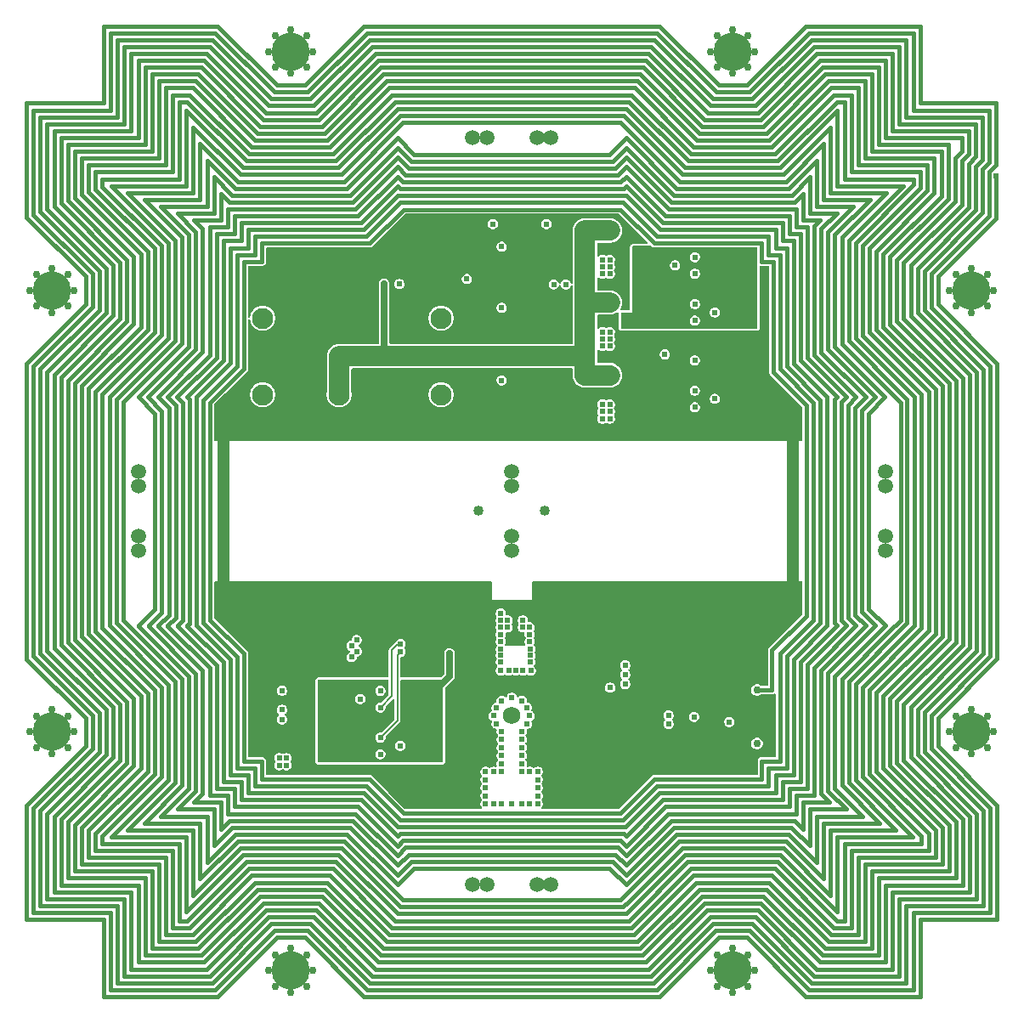
<source format=gbr>
%TF.GenerationSoftware,KiCad,Pcbnew,9.0.1*%
%TF.CreationDate,2025-06-25T17:25:18-04:00*%
%TF.ProjectId,-Z,2d5a2e6b-6963-4616-945f-706362585858,rev?*%
%TF.SameCoordinates,Original*%
%TF.FileFunction,Copper,L3,Inr*%
%TF.FilePolarity,Positive*%
%FSLAX46Y46*%
G04 Gerber Fmt 4.6, Leading zero omitted, Abs format (unit mm)*
G04 Created by KiCad (PCBNEW 9.0.1) date 2025-06-25 17:25:18*
%MOMM*%
%LPD*%
G01*
G04 APERTURE LIST*
%TA.AperFunction,ComponentPad*%
%ADD10C,0.762000*%
%TD*%
%TA.AperFunction,ComponentPad*%
%ADD11C,3.800000*%
%TD*%
%TA.AperFunction,ComponentPad*%
%ADD12C,1.500000*%
%TD*%
%TA.AperFunction,ComponentPad*%
%ADD13C,1.727200*%
%TD*%
%TA.AperFunction,ComponentPad*%
%ADD14C,2.100000*%
%TD*%
%TA.AperFunction,ViaPad*%
%ADD15C,0.609600*%
%TD*%
%TA.AperFunction,ViaPad*%
%ADD16C,1.016000*%
%TD*%
%TA.AperFunction,ViaPad*%
%ADD17C,0.762000*%
%TD*%
%TA.AperFunction,Conductor*%
%ADD18C,0.203200*%
%TD*%
%TA.AperFunction,Conductor*%
%ADD19C,0.635000*%
%TD*%
%TA.AperFunction,Conductor*%
%ADD20C,2.032000*%
%TD*%
%TA.AperFunction,Conductor*%
%ADD21C,1.143000*%
%TD*%
%TA.AperFunction,Conductor*%
%ADD22C,0.411480*%
%TD*%
G04 APERTURE END LIST*
D10*
%TO.N,GND*%
%TO.C,H2*%
X144200001Y-145800000D03*
X143555751Y-147355750D03*
X143555751Y-144244250D03*
X142000001Y-148000000D03*
D11*
X142000001Y-145800000D03*
D10*
X142000001Y-143600000D03*
X140444251Y-147355750D03*
X140444251Y-144244250D03*
X139800001Y-145800000D03*
%TD*%
D12*
%TO.N,/Burn Wires/VBURN3*%
%TO.C,JP5*%
X164000001Y-96100000D03*
X164000001Y-97499999D03*
%TO.N,Net-(JP5-B)*%
X164000001Y-102499999D03*
X164000001Y-103899998D03*
%TD*%
D10*
%TO.N,GND*%
%TO.C,H8*%
X212000000Y-121999999D03*
X211355750Y-123555749D03*
X211355750Y-120444249D03*
X209800000Y-124199999D03*
D11*
X209800000Y-121999999D03*
D10*
X209800000Y-119799999D03*
X208244250Y-123555749D03*
X208244250Y-120444249D03*
X207600000Y-121999999D03*
%TD*%
%TO.N,GND*%
%TO.C,H5*%
X144200001Y-54200000D03*
X143555751Y-55755750D03*
X143555751Y-52644250D03*
X142000001Y-56400000D03*
D11*
X142000001Y-54200000D03*
D10*
X142000001Y-52000000D03*
X140444251Y-55755750D03*
X140444251Y-52644250D03*
X139800001Y-54200000D03*
%TD*%
%TO.N,GND*%
%TO.C,H7*%
X212000000Y-78000000D03*
X211355750Y-79555750D03*
X211355750Y-76444250D03*
X209800000Y-80200000D03*
D11*
X209800000Y-78000000D03*
D10*
X209800000Y-75800000D03*
X208244250Y-79555750D03*
X208244250Y-76444250D03*
X207600000Y-78000000D03*
%TD*%
D13*
%TO.N,/Interfaces/GPS*%
%TO.C,AE3*%
X164000000Y-120400000D03*
%TD*%
D12*
%TO.N,/Burn Wires/VBURN1*%
%TO.C,JP1*%
X167900000Y-62789000D03*
X166500001Y-62789000D03*
%TO.N,Net-(JP1-B)*%
X161500001Y-62789000D03*
X160100002Y-62789000D03*
%TD*%
D10*
%TO.N,GND*%
%TO.C,H4*%
X120400001Y-78000000D03*
X119755751Y-79555750D03*
X119755751Y-76444250D03*
X118200001Y-80200000D03*
D11*
X118200001Y-78000000D03*
D10*
X118200001Y-75800000D03*
X116644251Y-79555750D03*
X116644251Y-76444250D03*
X116000001Y-78000000D03*
%TD*%
%TO.N,GND*%
%TO.C,H3*%
X120400001Y-121999999D03*
X119755751Y-123555749D03*
X119755751Y-120444249D03*
X118200001Y-124199999D03*
D11*
X118200001Y-121999999D03*
D10*
X118200001Y-119799999D03*
X116644251Y-123555749D03*
X116644251Y-120444249D03*
X116000001Y-121999999D03*
%TD*%
D12*
%TO.N,Net-(JP3-B)*%
%TO.C,JP4*%
X126789000Y-103899999D03*
X126789000Y-102500000D03*
%TO.N,Net-(JP4-B)*%
X126789000Y-97500000D03*
X126789000Y-96100001D03*
%TD*%
D10*
%TO.N,GND*%
%TO.C,H1*%
X188200000Y-145800000D03*
X187555750Y-147355750D03*
X187555750Y-144244250D03*
X186000000Y-148000000D03*
D11*
X186000000Y-145800000D03*
D10*
X186000000Y-143600000D03*
X184444250Y-147355750D03*
X184444250Y-144244250D03*
X183800000Y-145800000D03*
%TD*%
%TO.N,GND*%
%TO.C,H6*%
X188200000Y-54200000D03*
X187555750Y-55755750D03*
X187555750Y-52644250D03*
X186000000Y-56400000D03*
D11*
X186000000Y-54200000D03*
D10*
X186000000Y-52000000D03*
X184444250Y-55755750D03*
X184444250Y-52644250D03*
X183800000Y-54200000D03*
%TD*%
D14*
%TO.N,/Burn Wires/VBURN_A_IN*%
%TO.C,U2*%
X146793600Y-88417600D03*
%TO.N,GND*%
X139173600Y-80797600D03*
%TO.N,VBATT*%
X139173600Y-88417600D03*
X156953600Y-88417600D03*
%TO.N,Net-(D1-A)*%
X156953600Y-80797600D03*
%TD*%
D12*
%TO.N,/Burn Wires/VBURN2*%
%TO.C,JP3*%
X201211001Y-97500000D03*
X201211001Y-96100001D03*
%TO.N,Net-(JP3-B)*%
X201211001Y-103899999D03*
X201211001Y-102500000D03*
%TD*%
%TO.N,Net-(JP1-B)*%
%TO.C,JP2*%
X161500001Y-137211000D03*
X160100002Y-137211000D03*
%TO.N,Net-(JP2-B)*%
X167900000Y-137211000D03*
X166500001Y-137211000D03*
%TD*%
D15*
%TO.N,GND*%
X161400000Y-128372600D03*
X165100000Y-110900000D03*
X162900000Y-113000000D03*
X163600000Y-111600000D03*
X162200000Y-125972600D03*
X162200000Y-129172600D03*
X165100000Y-115900000D03*
X165000001Y-125972600D03*
X185670201Y-121018798D03*
X165800000Y-125972600D03*
X165500000Y-121200000D03*
X162500000Y-119600000D03*
X163000001Y-121968599D03*
X166600000Y-126772600D03*
X166600000Y-128372600D03*
X164400000Y-115900000D03*
X163000001Y-125171799D03*
X152888399Y-123395400D03*
X163000001Y-125972600D03*
X165000001Y-122769399D03*
X162900000Y-110900000D03*
X164000000Y-118600000D03*
X162925001Y-113756200D03*
X184243801Y-80213400D03*
X165100000Y-111600000D03*
X163000000Y-118900000D03*
X165000001Y-124370999D03*
X165000000Y-118900000D03*
X162900000Y-111600000D03*
X164000000Y-129172600D03*
X161400000Y-125972600D03*
X163600000Y-110900000D03*
X165875001Y-114391200D03*
X165875001Y-115026200D03*
X163000001Y-122769399D03*
X148920200Y-118719600D03*
X165800000Y-112300000D03*
X165800000Y-111600000D03*
X162925001Y-114391200D03*
X165000001Y-121968599D03*
X162200000Y-120400000D03*
X163000001Y-123570199D03*
X166600000Y-127572600D03*
X162925001Y-115026200D03*
X165000001Y-125171799D03*
X161400000Y-127572600D03*
X162900000Y-115900000D03*
X163000000Y-129172600D03*
X162500000Y-121200000D03*
X162900000Y-110200000D03*
X166600000Y-125972600D03*
X165500000Y-119600000D03*
X165000000Y-129172600D03*
X179265400Y-84379000D03*
X165800000Y-120400000D03*
X165000001Y-123570199D03*
X182165000Y-120497799D03*
X163000001Y-124370999D03*
X161400000Y-129172600D03*
X161400000Y-126772600D03*
X165875001Y-113756200D03*
X165900000Y-115900000D03*
X162900000Y-112300000D03*
X163703000Y-115900000D03*
X165800000Y-113000000D03*
X184228800Y-88820999D03*
X165800000Y-129172600D03*
X180281401Y-75514399D03*
X166600000Y-129172600D03*
D16*
%TO.N,Net-(AE1-Pad1)*%
X167300000Y-100000000D03*
%TO.N,Net-(AE2-Pad1)*%
X160700000Y-99999999D03*
D15*
%TO.N,BURN_RELAY_A*%
X148556800Y-112852399D03*
X152798600Y-77380800D03*
%TO.N,SDA*%
X182237201Y-89661200D03*
X182252200Y-74699600D03*
X141114601Y-119796799D03*
X150917600Y-124230600D03*
%TO.N,SCL*%
X150917599Y-117907000D03*
X182252201Y-81023200D03*
X141114601Y-117896800D03*
%TO.N,/Burn Wires/VBURN1*%
X173042401Y-74955600D03*
X173779001Y-74955600D03*
X173779000Y-76378000D03*
X173779001Y-75666799D03*
X173042400Y-76378000D03*
X173042401Y-75666799D03*
%TO.N,/Burn Wires/VBURN2*%
X173042400Y-83566200D03*
X173779001Y-82143800D03*
X173779000Y-83566200D03*
X173042401Y-82143800D03*
X173779001Y-82854999D03*
X173042401Y-82854999D03*
%TO.N,/Burn Wires/VBURN3*%
X173042400Y-90805200D03*
X173042401Y-89382800D03*
X173779000Y-89382799D03*
X173779001Y-90093999D03*
X173779000Y-90805200D03*
X173042401Y-90093999D03*
%TO.N,SCL_M*%
X182237200Y-84987599D03*
X179625001Y-120370803D03*
%TO.N,SDA_M*%
X182237200Y-88011199D03*
X179625001Y-121209000D03*
%TO.N,SCL_IO*%
X150926600Y-119565999D03*
X152925600Y-113258796D03*
%TO.N,BURN_EN1*%
X162984001Y-73660200D03*
X148048800Y-114554200D03*
%TO.N,BURN_EN2*%
X162984001Y-79743000D03*
X148559567Y-113977544D03*
%TO.N,SDA_IO*%
X152925600Y-114020800D03*
X150917599Y-122580599D03*
%TO.N,BURN_EN3*%
X148044222Y-113416236D03*
X162984001Y-86982000D03*
%TO.N,/Light Sensor/LS_3V3*%
X182262601Y-77861400D03*
X187687802Y-74699600D03*
X187750800Y-77861400D03*
X176753600Y-77861399D03*
X159529601Y-76885999D03*
X176816600Y-81023200D03*
X175353801Y-80985701D03*
%TO.N,COIL_DRIVER_EN*%
X141114601Y-120751799D03*
X173812200Y-117589800D03*
%TO.N,/GPIO Expander/GE_3V3*%
X145418999Y-121068800D03*
X157802401Y-114173301D03*
X156416200Y-121068800D03*
X156353200Y-117907000D03*
X150907199Y-121068799D03*
X145482000Y-124230600D03*
%TO.N,/Burn Wires/VBURN_A_IN*%
X151300001Y-77355399D03*
X173779001Y-71348799D03*
X173779000Y-78511599D03*
X173779000Y-87173000D03*
X173779000Y-72771199D03*
X173779001Y-79222800D03*
X173779000Y-79934000D03*
X173042401Y-71348799D03*
X173779001Y-86461800D03*
X173042401Y-86461800D03*
X173042400Y-72060000D03*
X173042401Y-87172999D03*
X173042401Y-79933999D03*
X173779000Y-72060000D03*
X173042400Y-78511599D03*
X173042401Y-72771200D03*
X173779000Y-85750600D03*
X173042400Y-85750600D03*
X173042401Y-79222800D03*
%TO.N,3V3_P*%
X175353801Y-79410698D03*
X138398801Y-122359991D03*
X180945800Y-125590000D03*
X138398801Y-121359989D03*
X177085200Y-121234401D03*
X181340000Y-116992600D03*
X176738601Y-86499399D03*
X140873001Y-121869400D03*
X157802401Y-112598298D03*
X187735801Y-86499399D03*
X143389601Y-118846800D03*
X176801600Y-89661200D03*
X182247600Y-86499399D03*
%TO.N,VBATT_M*%
X175308401Y-116306800D03*
X175308400Y-115375902D03*
X140835201Y-124612600D03*
X175308401Y-117246600D03*
X141546400Y-125323799D03*
X141546400Y-124612600D03*
X140835201Y-125323799D03*
%TO.N,/Light Sensor/I2C Protection/DEVICE*%
X182252201Y-76349600D03*
X169384801Y-77419400D03*
%TO.N,/Light Sensor/I2C Protection1/DEVICE*%
X182252201Y-79373200D03*
X168191001Y-77419400D03*
%TO.N,/Light Sensor/ADDR*%
X162118879Y-71401124D03*
X167454400Y-71399599D03*
D17*
%TO.N,/Coil Driver/coil*%
X188438800Y-123164801D03*
X188438801Y-117830802D03*
D15*
X212285401Y-66599000D03*
%TD*%
D18*
%TO.N,SCL_IO*%
X152036600Y-118455999D02*
X150926600Y-119565999D01*
X152646203Y-113258797D02*
X152036601Y-113868399D01*
X152925600Y-113258796D02*
X152646203Y-113258797D01*
X152036601Y-113868399D02*
X152036600Y-118455999D01*
%TO.N,SDA_IO*%
X152620801Y-120877398D02*
X150917599Y-122580599D01*
X152925600Y-114020800D02*
X152620801Y-114325600D01*
X152620801Y-114325600D02*
X152620801Y-120877398D01*
D19*
%TO.N,/GPIO Expander/GE_3V3*%
X157802401Y-116457799D02*
X156364698Y-117895502D01*
X156364698Y-117895502D02*
X156341702Y-117895501D01*
X156341702Y-117895501D02*
X156353200Y-117907000D01*
X157802401Y-114173301D02*
X157802401Y-116457799D01*
D20*
%TO.N,/Burn Wires/VBURN_A_IN*%
X171290800Y-84302800D02*
X171290800Y-86461799D01*
X171290800Y-79146600D02*
X171290800Y-84302800D01*
X146793601Y-84556800D02*
X146793601Y-88417600D01*
X171367000Y-79222800D02*
X173779001Y-79222800D01*
X173779000Y-72060000D02*
X171290800Y-72060000D01*
D19*
X151300001Y-77355399D02*
X151300001Y-84556800D01*
D20*
X171290800Y-84302800D02*
X171036801Y-84556800D01*
X171290800Y-79146600D02*
X171367000Y-79222800D01*
X171290800Y-72060000D02*
X171290800Y-79146600D01*
X171036801Y-84556800D02*
X151300001Y-84556800D01*
X151300001Y-84556800D02*
X146793601Y-84556800D01*
X171290800Y-86461799D02*
X173779001Y-86461800D01*
D21*
%TO.N,3V3_P*%
X135300000Y-92500000D02*
X135300000Y-107700000D01*
X192000000Y-92400000D02*
X192000000Y-107600000D01*
D22*
%TO.N,/Coil Driver/coil*%
X175417299Y-64741000D02*
X179887700Y-69211399D01*
X149814100Y-126716998D02*
X139120699Y-126717000D01*
X206481500Y-76628198D02*
X212285401Y-70824297D01*
X175417299Y-62810598D02*
X180446501Y-67839800D01*
X134447101Y-52345799D02*
X124033101Y-52345798D01*
X176788899Y-56460599D02*
X174439400Y-56460600D01*
X206202100Y-112213599D02*
X206202100Y-111379200D01*
X132211900Y-57832199D02*
X129519500Y-57832199D01*
X123601299Y-80234999D02*
X117708500Y-86127799D01*
X175087100Y-130780999D02*
X152912899Y-130781000D01*
X190479500Y-134946599D02*
X196372300Y-140839399D01*
X182961099Y-61667600D02*
X177068300Y-55774798D01*
X127462100Y-136572198D02*
X127462101Y-144268399D01*
X178770099Y-71954600D02*
X190276299Y-71954600D01*
X174020300Y-134895799D02*
X153979700Y-134895799D01*
X139222299Y-139061400D02*
X144784900Y-139061399D01*
X174807701Y-130095199D02*
X153192300Y-130095199D01*
X175417299Y-67636599D02*
X179049500Y-71268799D01*
X146461299Y-65096598D02*
X137545901Y-65096598D01*
X126776300Y-55088998D02*
X126776299Y-62759798D01*
X177042900Y-144268399D02*
X182935699Y-138375599D01*
X129697300Y-88616999D02*
X133888299Y-84425999D01*
X121823300Y-89027199D02*
X121823301Y-89027200D01*
X137317299Y-75129600D02*
X139120699Y-75129599D01*
X124033101Y-52345798D02*
X124033100Y-60041999D01*
X131576900Y-132457398D02*
X131576900Y-139950398D01*
X175391899Y-137232599D02*
X173740900Y-135581599D01*
X121137500Y-131542998D02*
X121137499Y-135200600D01*
X210316900Y-130145999D02*
X204424100Y-124253198D01*
X182097499Y-136318200D02*
X189920699Y-136318200D01*
X136707700Y-67153999D02*
X147299500Y-67153999D01*
X198988500Y-130399998D02*
X194391100Y-130399999D01*
X175391899Y-63775798D02*
X175417299Y-63775799D01*
X199267899Y-111426199D02*
X194822900Y-115871198D01*
X204669174Y-140681536D02*
X212369235Y-140681535D01*
X203306500Y-60727798D02*
X203306500Y-53031599D01*
X127385899Y-131085800D02*
X132948499Y-131085799D01*
X189590500Y-72640399D02*
X189590500Y-74443798D01*
X195762700Y-131771599D02*
X195762700Y-138299399D01*
X152883699Y-60604599D02*
X147020100Y-66468199D01*
X211688499Y-114448800D02*
X211688499Y-85594398D01*
X128757499Y-111426199D02*
X129824299Y-110359399D01*
X175391899Y-67636600D02*
X175417299Y-67636599D01*
X125404700Y-138629598D02*
X125404701Y-146325799D01*
X121823299Y-112239000D02*
X127716099Y-118131800D01*
X203306500Y-139315399D02*
X211002700Y-139315398D01*
X194060899Y-110842000D02*
X190708100Y-114194799D01*
X152608099Y-59914999D02*
X146740699Y-65782399D01*
X127385900Y-68957398D02*
X132948499Y-68957399D01*
X196372300Y-70328999D02*
X194822900Y-71878399D01*
X123349304Y-59361662D02*
X115649302Y-59361662D01*
X133888299Y-146325800D02*
X139781100Y-140432999D01*
X131830899Y-72437198D02*
X129036900Y-69643198D01*
X128732099Y-88617000D02*
X133202499Y-84146600D01*
X197337500Y-111426200D02*
X193451300Y-115312398D01*
X138384100Y-137003999D02*
X145623100Y-137003999D01*
X189641300Y-63039198D02*
X182402300Y-63039198D01*
X175391899Y-132406598D02*
X175137901Y-132152600D01*
X201198300Y-111426199D02*
X196194499Y-116429999D01*
X183215100Y-139061399D02*
X188803100Y-139061400D01*
X124604601Y-88883698D02*
X124604601Y-111159500D01*
X204093900Y-111426199D02*
X204093900Y-88616999D01*
X139501700Y-139747199D02*
X144505499Y-139747198D01*
X122229701Y-79676199D02*
X116336899Y-85568999D01*
X203395401Y-88883700D02*
X203395401Y-111159498D01*
X193019499Y-129028399D02*
X193019499Y-131695398D01*
X212272699Y-65528400D02*
X212272701Y-59361662D01*
X150677700Y-144954199D02*
X154271800Y-144954199D01*
X129519500Y-65528399D02*
X121823299Y-65528400D01*
X174829300Y-138760399D02*
X180700499Y-132889200D01*
X196194499Y-127606000D02*
X198988500Y-130399998D01*
X191393900Y-85568998D02*
X194746700Y-88921798D01*
X211586901Y-70557599D02*
X211586900Y-66214199D01*
X138434900Y-125599399D02*
X136631500Y-125599399D01*
X143667300Y-58238598D02*
X140339900Y-58238598D01*
X127792299Y-111426200D02*
X129138499Y-110080000D01*
X212369235Y-129315434D02*
X206481500Y-123427698D01*
X208843699Y-62785199D02*
X201249100Y-62785199D01*
X133888299Y-71700600D02*
X135691700Y-71700599D01*
X153141500Y-132838399D02*
X152608099Y-133371798D01*
X122229700Y-123694399D02*
X116336900Y-129587199D01*
X129036900Y-69643198D02*
X133634300Y-69643199D01*
X116336899Y-85568999D02*
X116336899Y-114474199D01*
X131653100Y-111451599D02*
X131653101Y-111426200D01*
X192079699Y-114753599D02*
X192079699Y-126285198D01*
X202366699Y-118944599D02*
X208259500Y-113051799D01*
X195534100Y-142896799D02*
X199191700Y-142896799D01*
X181818100Y-135632399D02*
X190200100Y-135632399D01*
X131653101Y-111426200D02*
X131881699Y-111197600D01*
X153700299Y-65833198D02*
X174299700Y-65833199D01*
X125658699Y-118969998D02*
X125658699Y-125091399D01*
X199191700Y-57146399D02*
X195534100Y-57146398D01*
X153420900Y-66518999D02*
X174579099Y-66519000D01*
X136707700Y-132889198D02*
X147299500Y-132889199D01*
X152544601Y-57146398D02*
X152544601Y-57146399D01*
X133888299Y-128342598D02*
X133888299Y-115617199D01*
X137545901Y-65096598D02*
X131653101Y-59203799D01*
X194746700Y-111121399D02*
X191393899Y-114474200D01*
X152074701Y-141525199D02*
X175925301Y-141525199D01*
X201680899Y-74672400D02*
X207472100Y-68881200D01*
X135005900Y-131695399D02*
X135005899Y-129028399D01*
X129138500Y-90013999D02*
X127766899Y-88642400D01*
X173740900Y-64461598D02*
X175391899Y-62810599D01*
X212369235Y-85309935D02*
X206481500Y-79422199D01*
X127030300Y-118411198D02*
X127030300Y-125650198D01*
X125734900Y-68271599D02*
X130459300Y-72995999D01*
X202976300Y-67585799D02*
X196448500Y-67585798D01*
X137749100Y-73757999D02*
X137749100Y-71954599D01*
X147858300Y-131517599D02*
X136148900Y-131517599D01*
X137063299Y-71268798D02*
X148975901Y-71268798D01*
X124871299Y-88617000D02*
X124604601Y-88883698D01*
X198251899Y-82774998D02*
X198251899Y-73275399D01*
X202290500Y-131771600D02*
X195762700Y-131771599D01*
X203738299Y-124532600D02*
X203738300Y-119503398D01*
X134320100Y-66696798D02*
X136148900Y-68525599D01*
X125734899Y-131771600D02*
X132262700Y-131771599D01*
X135259900Y-84984799D02*
X135259899Y-73072200D01*
X131932500Y-141525200D02*
X137825301Y-135632399D01*
X189933401Y-117830801D02*
X188438801Y-117830802D01*
X194975301Y-55774799D02*
X189082500Y-61667600D01*
X124718899Y-139315399D02*
X124718900Y-147011599D01*
X153188498Y-61265000D02*
X174836901Y-61265000D01*
X174820400Y-142210999D02*
X176204700Y-142210999D01*
X130459300Y-117014198D02*
X130459300Y-127047199D01*
X123194900Y-66899998D02*
X123194900Y-67661999D01*
X191393899Y-114474200D02*
X191393900Y-125599399D01*
X203306501Y-147011599D02*
X203306500Y-139315399D01*
X119765900Y-86965999D02*
X119765900Y-113077199D01*
X115649303Y-85304096D02*
X115649302Y-114739103D01*
X200309299Y-125929600D02*
X200309299Y-118106398D01*
X145902499Y-136318200D02*
X151795299Y-142211000D01*
X135005899Y-71014799D02*
X135005899Y-68347800D01*
X178185900Y-53031599D02*
X149839499Y-53031600D01*
X126776300Y-144954199D02*
X133329500Y-144954199D01*
X204830501Y-132381198D02*
X198937700Y-126488398D01*
X128147901Y-56460599D02*
X128147900Y-64156799D01*
X195813500Y-142210999D02*
X198505899Y-142211000D01*
X187406100Y-57552799D02*
X184637500Y-57552799D01*
X204424100Y-119782798D02*
X210316900Y-113889999D01*
X198937700Y-73554799D02*
X204728899Y-67763600D01*
X203992301Y-52345798D02*
X193578301Y-52345798D01*
X190708100Y-114194799D02*
X190708101Y-124913600D01*
X208157900Y-69160598D02*
X208157900Y-64817199D01*
X205109900Y-79980999D02*
X205109899Y-76069400D01*
X193375099Y-110426701D02*
X189933401Y-113868399D01*
X189933401Y-113868399D02*
X189933401Y-117830801D01*
X194137099Y-71599000D02*
X194137099Y-84451400D01*
X198937700Y-126488398D02*
X198937700Y-117547599D01*
X117022700Y-114194799D02*
X122915500Y-120087599D01*
X130205301Y-141525199D02*
X131932500Y-141525200D01*
X183240500Y-60981799D02*
X177347700Y-55088999D01*
X183494500Y-139747198D02*
X188523700Y-139747199D01*
X194391100Y-130399999D02*
X194391100Y-134997398D01*
X128401900Y-73834199D02*
X128401900Y-82190799D01*
X195254699Y-56460600D02*
X189361899Y-62353400D01*
X129824299Y-110359399D02*
X129824299Y-89734599D01*
X132948500Y-63394798D02*
X136707700Y-67153999D01*
X206202100Y-111379200D02*
X206202100Y-111379199D01*
X199877499Y-56460600D02*
X195254699Y-56460600D01*
X211586900Y-60041998D02*
X203992300Y-60041999D01*
X202366699Y-74951799D02*
X208157900Y-69160598D01*
X189361899Y-62353400D02*
X182681699Y-62353399D01*
X209529500Y-64410799D02*
X209529501Y-62099399D01*
X196194499Y-83613199D02*
X201172900Y-88591599D01*
X152633499Y-131466798D02*
X149255300Y-128088599D01*
X133939099Y-110841998D02*
X133939099Y-89201200D01*
X195762700Y-138299399D02*
X191038299Y-133574998D01*
X192333700Y-130145998D02*
X179582899Y-130145998D01*
X120451699Y-87245399D02*
X120451699Y-112797799D01*
X204728900Y-66214199D02*
X197820100Y-66214198D01*
X204830501Y-111654798D02*
X204830499Y-111197600D01*
X208259500Y-86991399D02*
X202366699Y-81098599D01*
X152862099Y-132152599D02*
X152608099Y-132406599D01*
X190758900Y-134260799D02*
X196448500Y-139950399D01*
X146181901Y-64410798D02*
X137825300Y-64410799D01*
X189920699Y-63725000D02*
X182122901Y-63724999D01*
X190962099Y-128774400D02*
X179024099Y-128774400D01*
X198175700Y-89709199D02*
X198175700Y-110333999D01*
X152354101Y-140839399D02*
X152862100Y-140839399D01*
X131195900Y-110918199D02*
X131195900Y-89175799D01*
X137825301Y-135632399D02*
X146181900Y-135632399D01*
X198302699Y-88617000D02*
X197489899Y-89429800D01*
X152608100Y-140128200D02*
X175391899Y-140128200D01*
X121823299Y-65528400D02*
X121823300Y-68220799D01*
X175137901Y-67890600D02*
X175391899Y-67636600D01*
X152608099Y-66671400D02*
X153141501Y-67204798D01*
X177068300Y-55774798D02*
X153636801Y-55774799D01*
X190200100Y-135632399D02*
X196092900Y-141525199D01*
X196372299Y-111426200D02*
X192765500Y-115032997D01*
X181538700Y-134946599D02*
X190479500Y-134946599D01*
X197134300Y-59203799D02*
X196372299Y-59203800D01*
X133329500Y-55088998D02*
X126776300Y-55088998D01*
X123906099Y-88616999D02*
X123906099Y-111426199D01*
X149534700Y-72640399D02*
X152912900Y-69262199D01*
X198937700Y-82495598D02*
X198937700Y-73554799D01*
X178465300Y-127402798D02*
X175087100Y-130780999D01*
X174261601Y-144268399D02*
X177042900Y-144268399D01*
X151236499Y-143582600D02*
X153979699Y-143582599D01*
X145343699Y-137689799D02*
X151236499Y-143582600D01*
X193857700Y-53031599D02*
X187964899Y-58924400D01*
X137063299Y-73072199D02*
X137063299Y-71268798D01*
X187685500Y-58238599D02*
X184358100Y-58238599D01*
X197820100Y-133828999D02*
X205516300Y-133828999D01*
X123194900Y-132381199D02*
X123194899Y-133143200D01*
X175391899Y-65706200D02*
X175417299Y-65706199D01*
X206887899Y-87550199D02*
X200995100Y-81657399D01*
X188244300Y-59610198D02*
X183799299Y-59610199D01*
X119080100Y-86686598D02*
X119080100Y-110083800D01*
X205109900Y-123973798D02*
X205109900Y-120062198D01*
X124972899Y-124812000D02*
X119080100Y-130704799D01*
X199623500Y-117827000D02*
X205516299Y-111934200D01*
X130662501Y-88617000D02*
X134574100Y-84705399D01*
X154271800Y-144954199D02*
X177322300Y-144954199D01*
X190276300Y-73757998D02*
X191393899Y-73758000D01*
X197566099Y-83054400D02*
X197566099Y-72996000D01*
X130510100Y-89455199D02*
X129697300Y-88642400D01*
X196804100Y-89150399D02*
X196804100Y-110892799D01*
X124033101Y-147697399D02*
X134447101Y-147697399D01*
X124083901Y-132457398D02*
X131576900Y-132457398D01*
X177347700Y-55088999D02*
X153662201Y-55088999D01*
X200995100Y-125650199D02*
X200995100Y-118385798D01*
X147858300Y-68525599D02*
X152608099Y-63775799D01*
X139120699Y-126717000D02*
X139120699Y-124913599D01*
X206202100Y-131822399D02*
X200309299Y-125929600D01*
X198505899Y-142211000D02*
X198505900Y-134514800D01*
X194975300Y-144268399D02*
X200563299Y-144268400D01*
X139501699Y-60296000D02*
X133608899Y-54403200D01*
X124287100Y-80514399D02*
X118394299Y-86407200D01*
X199877500Y-64156798D02*
X199877499Y-56460600D01*
X194391100Y-65071199D02*
X194391100Y-69643198D01*
X204708965Y-59361662D02*
X204669174Y-59321875D01*
X152891299Y-139446200D02*
X175108699Y-139446200D01*
X195813500Y-57832199D02*
X189920699Y-63725000D01*
X152608099Y-136267399D02*
X147858300Y-131517599D01*
X208157900Y-64817199D02*
X208843700Y-64131399D01*
X138663500Y-137689799D02*
X145343699Y-137689799D01*
X175671299Y-59203800D02*
X152354100Y-59203799D01*
X184612100Y-142490399D02*
X187406100Y-142490399D01*
X175366500Y-131466799D02*
X152633499Y-131466798D01*
X175925301Y-141525199D02*
X181818100Y-135632399D01*
X194137099Y-53717398D02*
X188244300Y-59610198D01*
X199623500Y-73834198D02*
X205414700Y-68042999D01*
X176484099Y-142896799D02*
X182376900Y-137003999D01*
X179862300Y-130831798D02*
X175391899Y-135302199D01*
X135005899Y-68347800D02*
X135869501Y-69211399D01*
X183519901Y-60295998D02*
X177627099Y-54403200D01*
X125184350Y-111739249D02*
X130459300Y-117014198D01*
X144784901Y-60981798D02*
X139222299Y-60981798D01*
X149560099Y-147697399D02*
X178439900Y-147697400D01*
X132338901Y-71014798D02*
X135005899Y-71014799D01*
X129773499Y-117293599D02*
X129773499Y-126767799D01*
X138434900Y-72640399D02*
X149534700Y-72640399D01*
X184637500Y-57552799D02*
X178746364Y-51661663D01*
X121823301Y-89027200D02*
X121823301Y-110845800D01*
X199623500Y-82216198D02*
X199623500Y-73834198D01*
X188904699Y-75129599D02*
X190022299Y-75129600D01*
X196880300Y-72716598D02*
X201325299Y-68271599D01*
X137063299Y-128774400D02*
X137063299Y-126970999D01*
X153700299Y-134210000D02*
X152608099Y-135302200D01*
X129087700Y-73554799D02*
X129087700Y-82470198D01*
X207472100Y-68881200D02*
X207472100Y-63471000D01*
X133050100Y-55774799D02*
X127462100Y-55774799D01*
X151515900Y-57146400D02*
X145623100Y-63039199D01*
X126344499Y-81352600D02*
X120451699Y-87245399D01*
X118394299Y-86407200D02*
X118394299Y-113635998D01*
X197489899Y-110613398D02*
X198302699Y-111426200D01*
X144226100Y-59610199D02*
X139781100Y-59610199D01*
X196372300Y-140839399D02*
X197134300Y-140839399D01*
X196880300Y-127326599D02*
X196880300Y-116709399D01*
X174299700Y-65833199D02*
X175391899Y-64740999D01*
X153662201Y-55088999D02*
X150677700Y-55088998D01*
X115649302Y-59361662D02*
X115649302Y-70733601D01*
X134167699Y-53031600D02*
X124718900Y-53031598D01*
X117022700Y-85848399D02*
X117022700Y-114194799D01*
X174858500Y-132838399D02*
X153141500Y-132838399D01*
X190682700Y-74443798D02*
X190708101Y-74469199D01*
X149255300Y-128088599D02*
X137749100Y-128088599D01*
X196092900Y-141525199D02*
X197820099Y-141525200D01*
X209631099Y-86432599D02*
X203738300Y-80539800D01*
X123349304Y-148381534D02*
X134728163Y-148381534D01*
X189590500Y-125624798D02*
X189590500Y-127402798D01*
X211688499Y-85594398D02*
X205795700Y-79701599D01*
X149839499Y-53031600D02*
X143946700Y-58924399D01*
X139120699Y-73326198D02*
X149814100Y-73326199D01*
X194416499Y-54403199D02*
X188523700Y-60295998D01*
X129519500Y-57832199D02*
X129519500Y-65528399D01*
X124287100Y-124532599D02*
X118394299Y-130425399D01*
X207573699Y-87270800D02*
X201680899Y-81378000D01*
X140339900Y-58238598D02*
X134447101Y-52345799D01*
X153979699Y-143582599D02*
X153979700Y-143582600D01*
X118394299Y-130425399D02*
X118394300Y-137943799D01*
X200309299Y-74113600D02*
X206100500Y-68322399D01*
X152608099Y-67636599D02*
X152862100Y-67890600D01*
X206887899Y-112492999D02*
X206887899Y-89459001D01*
X206481500Y-123427698D02*
X206481500Y-120620999D01*
X179608299Y-69897199D02*
X192333699Y-69897200D01*
X119080100Y-110083800D02*
X119080100Y-113356599D01*
X134320100Y-70328999D02*
X134320100Y-66696798D01*
X129087700Y-82470198D02*
X123194900Y-88362999D01*
X132948499Y-68957399D02*
X132948500Y-63394798D01*
X148696499Y-70583000D02*
X152608099Y-66671400D01*
X194822900Y-115871198D02*
X194822900Y-128164798D01*
X152862100Y-140839399D02*
X152862101Y-140839399D01*
X184078700Y-58924399D02*
X178185900Y-53031599D01*
X200309299Y-81936800D02*
X200309299Y-74113600D01*
X144226100Y-140432999D02*
X150118900Y-146325799D01*
X204830499Y-88388400D02*
X198937700Y-82495598D01*
X121137500Y-68500199D02*
X127030300Y-74392999D01*
X175137901Y-132152600D02*
X152862099Y-132152599D01*
X187685501Y-141804599D02*
X193578299Y-147697400D01*
X204669175Y-148381535D02*
X204669174Y-140681536D01*
X134447101Y-147697399D02*
X140339900Y-141804599D01*
X127716099Y-125929600D02*
X121823299Y-131822400D01*
X189590500Y-74443798D02*
X190682700Y-74443798D01*
X152159150Y-137748850D02*
X153170700Y-138760400D01*
X204424100Y-75790000D02*
X210215301Y-69998799D01*
X119080100Y-130704799D02*
X119080100Y-137257999D01*
X190276299Y-71954600D02*
X190276300Y-73757998D01*
X203052500Y-75231199D02*
X208843699Y-69440000D01*
X122509100Y-133828999D02*
X130205300Y-133828999D01*
X191038299Y-66468200D02*
X181005300Y-66468199D01*
X131145100Y-116734800D02*
X131145100Y-127326599D01*
X149560099Y-52345799D02*
X143667300Y-58238598D01*
X126056849Y-88396649D02*
X131145100Y-83308398D01*
X129138499Y-110080000D02*
X129138500Y-90013999D01*
X177627099Y-54403200D02*
X150398301Y-54403200D01*
X132770701Y-143582600D02*
X138663500Y-137689799D01*
X199191700Y-64842599D02*
X199191700Y-57146399D01*
X133888299Y-84425999D02*
X133888299Y-71700600D01*
X178185900Y-126716999D02*
X174807701Y-130095199D01*
X196118300Y-88870998D02*
X196118300Y-111172200D01*
X132516700Y-83867198D02*
X132516700Y-72157798D01*
X211586900Y-65248998D02*
X211586900Y-60041998D01*
X135005899Y-129028399D02*
X132338901Y-129028399D01*
X140339900Y-141804599D02*
X143667300Y-141804599D01*
X202620700Y-53717399D02*
X194137099Y-53717398D01*
X125404701Y-146325799D02*
X133888299Y-146325800D01*
X205414700Y-68042999D02*
X205414700Y-65528400D01*
X152608099Y-132406599D02*
X148975900Y-128774399D01*
X196194499Y-72437198D02*
X196194499Y-83613199D01*
X193705300Y-133346398D02*
X191876501Y-131517599D01*
X202620699Y-146325800D02*
X202620700Y-138629600D01*
X200995100Y-81657399D02*
X200995100Y-74392998D01*
X135945700Y-126285198D02*
X135945700Y-114778998D01*
X210901100Y-70278199D02*
X210901099Y-65934799D01*
X132948499Y-136648399D02*
X136707700Y-132889198D01*
X123194900Y-67661999D02*
X129087700Y-73554799D01*
X152608099Y-64741000D02*
X153700299Y-65833198D01*
X153170700Y-138760400D02*
X174829300Y-138760399D01*
X138434900Y-127402799D02*
X138434900Y-125599399D01*
X204093900Y-88616999D02*
X198251899Y-82774998D01*
X133888299Y-115617199D02*
X129722700Y-111451599D01*
X132567500Y-111400799D02*
X132567501Y-88642400D01*
X174858500Y-67204799D02*
X175391899Y-66671399D01*
X133939099Y-89201200D02*
X137317300Y-85822999D01*
X204669174Y-59321875D02*
X204669174Y-51661664D01*
X193705300Y-66722199D02*
X193705300Y-70328998D01*
X179887700Y-69211399D02*
X192181299Y-69211398D01*
X124604601Y-111159500D02*
X125184350Y-111739249D01*
X136987100Y-66468200D02*
X132262700Y-61743797D01*
X197820099Y-58518000D02*
X196092900Y-58517999D01*
X187964899Y-58924400D02*
X184078700Y-58924399D01*
X192333699Y-69897200D02*
X192333700Y-71700598D01*
X193451300Y-115312398D02*
X193451300Y-127656799D01*
X180979900Y-133574999D02*
X175637650Y-138917249D01*
X202768650Y-88256949D02*
X203395401Y-88883700D01*
X196448500Y-132457399D02*
X203941500Y-132457399D01*
X131627700Y-88616999D02*
X135259900Y-84984799D01*
X153357401Y-56460598D02*
X151236499Y-56460600D01*
X136428299Y-67839800D02*
X147578899Y-67839800D01*
X194746700Y-88921798D02*
X194746700Y-111121399D01*
X179049500Y-71268799D02*
X190962099Y-71268798D01*
X116336899Y-60042000D02*
X116336899Y-70456000D01*
X127030300Y-125650198D02*
X121137500Y-131542998D01*
X175391899Y-66671399D02*
X175417299Y-66671400D01*
X129519500Y-142210999D02*
X132211899Y-142211000D01*
X196372299Y-88617000D02*
X196118300Y-88870998D01*
X203738300Y-80539800D02*
X203738300Y-75510599D01*
X202620700Y-138629600D02*
X210316900Y-138629599D01*
X173740900Y-135581599D02*
X154259100Y-135581599D01*
X205516300Y-88108999D02*
X199623500Y-82216198D01*
X134574100Y-115337799D02*
X130687901Y-111451600D01*
X203052500Y-80819198D02*
X203052500Y-75231199D01*
X127030300Y-81631999D02*
X121137500Y-87524799D01*
X115649302Y-114739103D02*
X121543899Y-120633700D01*
X177906500Y-53717399D02*
X150118900Y-53717398D01*
X133634300Y-65045798D02*
X136428299Y-67839800D01*
X195076900Y-136648399D02*
X195076900Y-131085799D01*
X190962099Y-71268798D02*
X190962099Y-73072199D01*
X176204700Y-142210999D02*
X182097499Y-136318200D01*
X119765900Y-113077199D02*
X125658699Y-118969998D01*
X119080100Y-113356599D02*
X124972900Y-119249399D01*
X146740699Y-65782399D02*
X137266500Y-65782400D01*
X148417099Y-69897199D02*
X152608099Y-65706199D01*
X132516700Y-72157798D02*
X130687901Y-70328999D01*
X210215300Y-61413598D02*
X202620700Y-61413598D01*
X178746364Y-51661663D02*
X149279036Y-51661663D01*
X210215301Y-64690199D02*
X210215300Y-61413598D01*
X152608099Y-65706199D02*
X153420900Y-66518999D01*
X131576900Y-67585799D02*
X124083900Y-67585799D01*
X204043100Y-66899999D02*
X197134300Y-66899999D01*
X153192300Y-69947999D02*
X174833099Y-69948000D01*
X198251899Y-73275399D02*
X204043100Y-67484199D01*
X189361901Y-137689798D02*
X195254699Y-143582600D01*
X208843700Y-65096599D02*
X209529500Y-64410799D01*
X209529500Y-69719399D02*
X209529501Y-65375999D01*
X201680899Y-118665200D02*
X207573699Y-112772398D01*
X125404700Y-53717399D02*
X125404700Y-61413599D01*
X130687901Y-111451600D02*
X130687900Y-111426199D01*
X127766899Y-88616999D02*
X132516700Y-83867198D01*
X191901901Y-68525599D02*
X193705300Y-66722199D01*
X206887899Y-89459001D02*
X206887901Y-89458999D01*
X195762700Y-61743799D02*
X191038299Y-66468200D01*
X126776299Y-62759798D02*
X126750899Y-62785198D01*
X133202500Y-71878398D02*
X132338901Y-71014798D01*
X136631500Y-85543598D02*
X136631500Y-74443798D01*
X117022700Y-60727798D02*
X117022700Y-70176599D01*
X148417099Y-130145999D02*
X135691700Y-130145999D01*
X123194900Y-88362999D02*
X123194900Y-88896399D01*
X197566099Y-72996000D02*
X202976300Y-67585799D01*
X152608099Y-62810598D02*
X154259100Y-64461598D01*
X128401900Y-126208998D02*
X122509099Y-132101799D01*
X182935699Y-138375599D02*
X189082500Y-138375600D01*
X124718899Y-60727799D02*
X117022700Y-60727798D01*
X194060900Y-89201199D02*
X194060899Y-110842000D01*
X191647900Y-129460198D02*
X179303501Y-129460199D01*
X126801699Y-88617000D02*
X131830899Y-83587798D01*
X132338901Y-129028399D02*
X133202500Y-128164800D01*
X191876501Y-131517599D02*
X180141700Y-131517599D01*
X134728163Y-148381534D02*
X140619299Y-142490400D01*
X116336900Y-140001199D02*
X124033100Y-140001199D01*
X122915499Y-79955600D02*
X117022700Y-85848399D01*
X190962099Y-73072199D02*
X192079699Y-73072200D01*
X118394299Y-69617799D02*
X124287100Y-75510599D01*
X130459300Y-83028999D02*
X124871299Y-88617000D01*
X130891099Y-133143199D02*
X130891099Y-140839400D01*
X148696500Y-129460199D02*
X136377500Y-129460199D01*
X203738300Y-119503398D02*
X209631099Y-113610599D01*
X193451299Y-71700600D02*
X193451300Y-84730799D01*
X150398301Y-145640000D02*
X177601699Y-145639999D01*
X136631500Y-125599399D02*
X136631499Y-114499600D01*
X175391899Y-64740999D02*
X175417299Y-64741000D01*
X195534100Y-57146398D02*
X189641300Y-63039198D01*
X175637650Y-138917249D02*
X175391899Y-139162999D01*
X197566100Y-116988799D02*
X197566100Y-127047198D01*
X149279036Y-51661663D02*
X143387899Y-57552798D01*
X151795300Y-57832199D02*
X145902499Y-63725000D01*
X205516299Y-111934200D02*
X205516300Y-88108999D01*
X175417299Y-65706199D02*
X179608299Y-69897199D01*
X137266500Y-65782400D02*
X131576900Y-60092799D01*
X208843699Y-69440000D02*
X208843700Y-65096599D01*
X136631499Y-114499600D02*
X133253299Y-111121400D01*
X210316900Y-86153199D02*
X204424100Y-80260400D01*
X180167100Y-68525599D02*
X191901901Y-68525599D01*
X200233100Y-88617000D02*
X198861500Y-89988599D01*
X124972900Y-75231197D02*
X124972900Y-80793799D01*
X122915500Y-76069398D02*
X122915499Y-79955600D01*
X150118900Y-53717398D02*
X144226100Y-59610199D01*
X136631500Y-74443798D02*
X138434900Y-74443799D01*
X206202100Y-111379199D02*
X206202100Y-89078000D01*
X135945700Y-85264200D02*
X135945700Y-73758000D01*
X121137500Y-112518399D02*
X127030300Y-118411198D01*
X118394300Y-137943799D02*
X126090500Y-137943799D01*
X203992300Y-60041999D02*
X203992301Y-52345798D01*
X121823299Y-131822400D02*
X121823300Y-134514799D01*
X189082500Y-138375600D02*
X194975300Y-144268399D01*
X133329500Y-144954199D02*
X139222299Y-139061400D01*
X135259899Y-126971000D02*
X135259900Y-115058399D01*
X179328901Y-70582999D02*
X191647900Y-70582999D01*
X193857700Y-147011599D02*
X203306501Y-147011599D01*
X205414700Y-65528400D02*
X198505900Y-65528398D01*
X178465300Y-52345799D02*
X149560099Y-52345799D01*
X195076900Y-68957399D02*
X199674300Y-68957398D01*
X120451699Y-64156800D02*
X120451699Y-68779600D01*
X124972900Y-119249399D02*
X124972899Y-124812000D01*
X209631099Y-113610599D02*
X209631099Y-86432599D01*
X177881099Y-146325800D02*
X183773899Y-140433000D01*
X152074701Y-58517999D02*
X146181901Y-64410798D01*
X192155900Y-130831798D02*
X179862300Y-130831798D01*
X122509099Y-132101799D02*
X122509100Y-133828999D01*
X198505900Y-65528398D02*
X198505900Y-57832199D01*
X123601299Y-75790000D02*
X123601299Y-80234999D01*
X178744699Y-128088599D02*
X175366500Y-131466799D01*
X194721300Y-71014799D02*
X194137099Y-71599000D01*
X124718900Y-53031598D02*
X124718899Y-60727799D01*
X199877499Y-143582600D02*
X199877500Y-135886399D01*
X124972900Y-80793799D02*
X119080100Y-86686598D01*
X204424100Y-124253198D02*
X204424100Y-119782798D01*
X150957100Y-55774799D02*
X145064301Y-61667600D01*
X207573699Y-112772398D02*
X207573699Y-87270800D01*
X202620700Y-61413598D02*
X202620700Y-53717399D01*
X201680899Y-81378000D02*
X201680899Y-74672400D01*
X190276300Y-128088598D02*
X178744699Y-128088599D01*
X191647900Y-72386398D02*
X192765500Y-72386399D01*
X198251899Y-126767799D02*
X198251899Y-117268200D01*
X121137500Y-64842598D02*
X121137500Y-68500199D01*
X198505900Y-57832199D02*
X195813500Y-57832199D01*
X148975900Y-128774399D02*
X137063299Y-128774400D01*
X152544601Y-57146399D02*
X151515900Y-57146400D01*
X198505900Y-134514800D02*
X206202100Y-134514799D01*
X188244299Y-140433000D02*
X194137099Y-146325800D01*
X150957100Y-144268399D02*
X153941600Y-144268399D01*
X119080100Y-137257999D02*
X126776299Y-137257999D01*
X128401900Y-117852399D02*
X128401900Y-126208998D01*
X203941500Y-132457399D02*
X198251899Y-126767799D01*
X202735001Y-89188500D02*
X196880300Y-83333799D01*
X140619299Y-142490400D02*
X143387899Y-142490400D01*
X131195900Y-89175799D02*
X130662500Y-88642399D01*
X138434900Y-74443799D02*
X138434900Y-72640399D01*
X195508700Y-72157800D02*
X195508700Y-83892599D01*
X122509099Y-66214200D02*
X122509099Y-67941399D01*
X125658699Y-74951799D02*
X125658699Y-81073200D01*
X199191700Y-135200599D02*
X206887900Y-135200598D01*
X145902499Y-63725000D02*
X138104699Y-63725000D01*
X180725900Y-67153999D02*
X191317700Y-67153999D01*
X130459300Y-72995999D02*
X130459300Y-83028999D01*
X179582899Y-130145998D02*
X175391899Y-134336998D01*
X208259500Y-130984199D02*
X202366699Y-125091399D01*
X181005300Y-66468199D02*
X175141701Y-60604600D01*
X133050100Y-144268399D02*
X138942900Y-138375599D01*
X134320100Y-129714199D02*
X130687901Y-129714198D01*
X117022700Y-139315399D02*
X124718899Y-139315399D01*
X206786300Y-64156799D02*
X199877500Y-64156798D01*
X133608899Y-145640000D02*
X139501700Y-139747199D01*
X188904699Y-126717000D02*
X178185900Y-126716999D01*
X140060500Y-58924399D02*
X134167699Y-53031600D01*
X150677700Y-55088998D02*
X144784901Y-60981798D01*
X147299500Y-67153999D02*
X153188498Y-61265000D01*
X126090501Y-54403199D02*
X126090500Y-62099399D01*
X139781100Y-140432999D02*
X144226100Y-140432999D01*
X206100500Y-68322399D02*
X206100500Y-64842599D01*
X125658699Y-81073200D02*
X119765900Y-86965999D01*
X208259500Y-136572199D02*
X208259500Y-130984199D01*
X174299700Y-134209999D02*
X153700299Y-134210000D01*
X197489899Y-89429800D02*
X197489899Y-110613398D01*
X175671300Y-59203799D02*
X175671299Y-59203800D01*
X175391899Y-68576400D02*
X178770099Y-71954600D01*
X120451699Y-131263598D02*
X120451700Y-135886399D01*
X174020300Y-65147399D02*
X175391899Y-63775798D01*
X210316900Y-138629599D02*
X210316900Y-130145999D01*
X128757499Y-111451600D02*
X128757499Y-111426199D01*
X195432499Y-111400799D02*
X192079699Y-114753599D01*
X207573699Y-131263598D02*
X201680900Y-125370799D01*
X175391899Y-133371799D02*
X174858500Y-132838399D01*
X179024099Y-128774400D02*
X175391899Y-132406598D01*
X212369235Y-114733263D02*
X212369235Y-85309935D01*
X204830499Y-111197600D02*
X204830499Y-88388400D01*
X143667300Y-141804599D02*
X149560099Y-147697399D01*
X199623500Y-126209000D02*
X199623500Y-117827000D01*
X119765900Y-130984198D02*
X119765901Y-136572198D01*
X126750899Y-62785198D02*
X119080100Y-62785198D01*
X197134300Y-140839399D02*
X197134300Y-133143199D01*
X127792300Y-111451600D02*
X127792299Y-111426200D01*
X197134300Y-66899999D02*
X197134300Y-59203799D01*
X143946700Y-141118799D02*
X149839500Y-147011599D01*
X147578899Y-67839800D02*
X152608099Y-62810598D01*
X196804100Y-110892799D02*
X197337500Y-111426200D01*
X138663500Y-62353398D02*
X132770701Y-56460600D01*
X201172900Y-88642399D02*
X199547300Y-90267999D01*
X137749100Y-128088599D02*
X137749100Y-126285198D01*
X190022299Y-75129600D02*
X190022299Y-86127800D01*
X202366699Y-81098599D02*
X202366699Y-74951799D01*
X190708100Y-85848399D02*
X194060900Y-89201199D01*
X154259100Y-135581599D02*
X152608099Y-137232600D01*
X132262699Y-138299400D02*
X136987100Y-133574998D01*
X192333700Y-71700598D02*
X193451299Y-71700600D01*
X195076900Y-131085799D02*
X200639500Y-131085798D01*
X198861500Y-110054598D02*
X200233100Y-111426200D01*
X208259500Y-113051799D02*
X208259500Y-86991399D01*
X131830899Y-116455400D02*
X126827099Y-111451600D01*
X203992300Y-140001199D02*
X211688499Y-140001198D01*
X145343699Y-62353399D02*
X138663500Y-62353398D01*
X205109899Y-76069400D02*
X210901100Y-70278199D01*
X209631099Y-130425399D02*
X203738299Y-124532600D01*
X199191700Y-142896799D02*
X199191700Y-135200599D01*
X179303501Y-129460199D02*
X175391899Y-133371799D01*
X116336900Y-129587199D02*
X116336900Y-140001199D01*
X143946700Y-58924399D02*
X140060500Y-58924399D01*
X203738300Y-75510599D02*
X209529500Y-69719399D01*
X132211899Y-142211000D02*
X138104699Y-136318200D01*
X138104699Y-136318200D02*
X145902499Y-136318200D01*
X121823300Y-134514799D02*
X129519500Y-134514798D01*
X135259900Y-115058399D02*
X131653100Y-111451599D01*
X198302699Y-111426200D02*
X194137099Y-115591800D01*
X131830899Y-127606000D02*
X131830899Y-116455400D01*
X126344500Y-74672398D02*
X126344499Y-81352600D01*
X201249100Y-137257999D02*
X208945300Y-137257998D01*
X193019499Y-68373198D02*
X193019499Y-71014799D01*
X145623100Y-63039199D02*
X138384100Y-63039199D01*
X118394299Y-113635998D02*
X124287100Y-119528799D01*
X175391899Y-136267400D02*
X174020300Y-134895799D01*
X192333700Y-128342599D02*
X192333700Y-130145998D01*
X189641300Y-137003999D02*
X195534100Y-142896799D01*
X180700499Y-132889200D02*
X191317699Y-132889200D01*
X193451300Y-84730799D02*
X197337500Y-88617000D01*
X174439400Y-56460600D02*
X174439400Y-56460599D01*
X121543899Y-120633700D02*
X121543899Y-123415000D01*
X176230100Y-57832199D02*
X151795300Y-57832199D01*
X125404700Y-61413599D02*
X117708499Y-61413600D01*
X194137099Y-128342598D02*
X192333700Y-128342599D01*
X128833699Y-64842599D02*
X121137500Y-64842598D01*
X117022700Y-129866599D02*
X117022700Y-139315399D01*
X201325299Y-68271599D02*
X195762700Y-68271598D01*
X193019499Y-131695398D02*
X192155900Y-130831798D01*
X126344500Y-125370799D02*
X120451699Y-131263598D01*
X145623100Y-137003999D02*
X151515900Y-142896798D01*
X139781100Y-59610199D02*
X133888299Y-53717398D01*
X190276300Y-126285199D02*
X190276300Y-128088598D01*
X146740699Y-134260799D02*
X152608100Y-140128200D01*
X117708500Y-86127799D02*
X117708500Y-113915399D01*
X174439400Y-56460599D02*
X153357401Y-56460598D01*
X208945300Y-137257998D02*
X208945300Y-130704799D01*
X180446501Y-67839800D02*
X191622499Y-67839800D01*
X133202500Y-115896599D02*
X128757499Y-111451600D01*
X195508700Y-83892599D02*
X200233100Y-88617000D01*
X199547300Y-90267999D02*
X199547300Y-109775199D01*
X133608899Y-54403200D02*
X126090501Y-54403199D01*
X135869500Y-130831799D02*
X135005900Y-131695399D01*
X147578899Y-132203400D02*
X136428299Y-132203400D01*
X153979700Y-65147399D02*
X174020300Y-65147399D01*
X130687901Y-129714198D02*
X132516700Y-127885399D01*
X210215301Y-69998799D02*
X210215299Y-65655400D01*
X147020100Y-133574998D02*
X152891299Y-139446200D01*
X188523700Y-60295998D02*
X183519901Y-60295998D01*
X203306500Y-53031599D02*
X193857700Y-53031599D01*
X120451699Y-112797799D02*
X126344499Y-118690600D01*
X137317300Y-114220198D02*
X133939099Y-110841998D01*
X177601699Y-145639999D02*
X183494500Y-139747198D01*
X212285401Y-70824297D02*
X212285401Y-66599000D01*
X129087699Y-117573000D02*
X129087700Y-126488399D01*
X129722700Y-111426200D02*
X130510100Y-110638799D01*
X128452701Y-109800599D02*
X128452700Y-90293399D01*
X137063299Y-126970999D02*
X135259899Y-126971000D01*
X122229700Y-120366999D02*
X122229700Y-123694399D01*
X201249100Y-144954199D02*
X201249100Y-137257999D01*
X122229700Y-76348798D02*
X122229701Y-79676199D01*
X202768650Y-88256949D02*
X197566099Y-83054400D01*
X121823301Y-87804198D02*
X121823300Y-89027199D01*
X183773899Y-140433000D02*
X188244299Y-140433000D01*
X191393899Y-73758000D02*
X191393900Y-85568998D01*
X128147900Y-135886399D02*
X128147901Y-143582599D01*
X136987100Y-133574998D02*
X147020100Y-133574998D01*
X139120699Y-124913599D02*
X137317299Y-124913600D01*
X133634300Y-130399998D02*
X129036900Y-130399999D01*
X178720964Y-148381535D02*
X184612100Y-142490399D01*
X146461299Y-134946600D02*
X152354101Y-140839399D01*
X181259300Y-134260799D02*
X190758900Y-134260799D01*
X206100500Y-64842599D02*
X199191700Y-64842599D01*
X127462100Y-55774799D02*
X127462100Y-63470999D01*
X134574100Y-84705399D02*
X134574100Y-72386398D01*
X128833699Y-135200599D02*
X128833699Y-142896800D01*
X152354100Y-59203799D02*
X146461299Y-65096598D01*
X212272701Y-59361662D02*
X204708965Y-59361662D01*
X180141700Y-131517599D02*
X175391899Y-136267400D01*
X132948499Y-131085799D02*
X132948499Y-136648399D01*
X197566100Y-127047198D02*
X202290500Y-131771600D01*
X194137099Y-115591800D02*
X194137099Y-128342598D01*
X190479500Y-65096599D02*
X181564100Y-65096598D01*
X131881699Y-88870999D02*
X131627700Y-88616999D01*
X135945700Y-73758000D02*
X137749100Y-73757999D01*
X211002700Y-114169399D02*
X211002700Y-85873799D01*
X194416499Y-145639999D02*
X201934899Y-145640000D01*
X127766899Y-88642400D02*
X127766899Y-88616999D01*
X123906099Y-111426199D02*
X129773499Y-117293599D01*
X195076900Y-63394799D02*
X195076900Y-68957399D01*
X123349303Y-51661663D02*
X123349304Y-59361662D01*
X181564100Y-65096598D02*
X175671300Y-59203799D01*
X194822900Y-84171999D02*
X199267899Y-88616999D01*
X152862101Y-140839399D02*
X175645900Y-140839399D01*
X117708499Y-69897200D02*
X123601299Y-75790000D01*
X126136850Y-111726550D02*
X131145100Y-116734800D01*
X198175700Y-110333999D02*
X199267899Y-111426199D01*
X124033100Y-60041999D02*
X116336899Y-60042000D01*
X151795299Y-142211000D02*
X153420901Y-142210999D01*
X130891099Y-140839400D02*
X131653100Y-140839399D01*
X123349302Y-140681536D02*
X123349304Y-148381534D01*
X175108699Y-139446200D02*
X175637650Y-138917249D01*
X131145099Y-72716600D02*
X127385900Y-68957398D01*
X137545900Y-134946599D02*
X146461299Y-134946600D01*
X127716100Y-81911399D02*
X121823301Y-87804198D01*
X175417299Y-63775799D02*
X180167100Y-68525599D01*
X200233100Y-111426200D02*
X195508700Y-116150599D01*
X196448500Y-139950399D02*
X196448500Y-132457399D01*
X130891100Y-59203799D02*
X130891099Y-66899999D01*
X128452700Y-90293399D02*
X126801700Y-88642400D01*
X190758900Y-65782399D02*
X181284699Y-65782400D01*
X206202100Y-89078000D02*
X206202100Y-87829598D01*
X196372299Y-59203800D02*
X190479500Y-65096599D01*
X123601299Y-119808199D02*
X123601299Y-124253198D01*
X187406100Y-142490399D02*
X193297235Y-148381534D01*
X194391100Y-134997398D02*
X191597100Y-132203399D01*
X136148900Y-131517599D02*
X134320101Y-133346398D01*
X132770701Y-56460600D02*
X128147901Y-56460599D01*
X202735001Y-110854700D02*
X202735001Y-89188500D01*
X202366699Y-125091399D02*
X202366699Y-118944599D01*
X135869501Y-69211399D02*
X148137700Y-69211399D01*
X140060500Y-141118799D02*
X143946700Y-141118799D01*
X153192300Y-130095199D02*
X149814100Y-126716998D01*
X128833700Y-57146398D02*
X128833699Y-64842599D01*
X193705300Y-70328998D02*
X196372300Y-70328999D01*
X195508700Y-116150599D02*
X195508700Y-127885398D01*
X196448500Y-60092799D02*
X190758900Y-65782399D01*
X193375099Y-89480600D02*
X193375099Y-110426701D01*
X131653101Y-59203799D02*
X130891100Y-59203799D01*
X201249100Y-62785199D02*
X201249100Y-55088999D01*
X206887900Y-135200598D02*
X206887900Y-131542999D01*
X203992299Y-147697400D02*
X203992300Y-140001199D01*
X201934900Y-62099398D02*
X201934899Y-54403200D01*
X132262700Y-61743797D02*
X132262700Y-68271599D01*
X131830899Y-83587798D02*
X131830899Y-72437198D01*
X189590500Y-127402798D02*
X178465300Y-127402798D01*
X130662500Y-88642399D02*
X130662501Y-88617000D01*
X175417299Y-66671400D02*
X179328901Y-70582999D01*
X192079699Y-126285198D02*
X190276300Y-126285199D01*
X117708499Y-61413600D02*
X117708499Y-69897200D01*
X115649302Y-70733601D02*
X121543899Y-76628198D01*
X199547300Y-109775199D02*
X201198300Y-111426199D01*
X120451699Y-68779600D02*
X126344500Y-74672398D01*
X126090501Y-145639999D02*
X133608899Y-145640000D01*
X137317300Y-85822999D02*
X137317299Y-75129600D01*
X116336899Y-114474199D02*
X122229700Y-120366999D01*
X192181299Y-69211398D02*
X193019499Y-68373198D01*
X183799299Y-59610199D02*
X177906500Y-53717399D01*
X131576900Y-60092799D02*
X131576900Y-67585799D01*
X210901099Y-60727799D02*
X203306500Y-60727798D01*
X149279036Y-148381534D02*
X178720964Y-148381535D01*
X175112500Y-69262199D02*
X178490699Y-72640399D01*
X204669174Y-51661664D02*
X193297235Y-51661664D01*
X127462101Y-144268399D02*
X133050100Y-144268399D01*
X175950699Y-58518000D02*
X152074701Y-58517999D01*
X212369235Y-140681535D02*
X212369235Y-129315434D01*
X203052500Y-124811999D02*
X203052500Y-119223999D01*
X203395401Y-111159498D02*
X197566100Y-116988799D01*
X206481500Y-79422199D02*
X206481500Y-76628198D01*
X197337500Y-88617000D02*
X196804100Y-89150399D01*
X126090500Y-137943799D02*
X126090501Y-145639999D01*
X121543900Y-79409499D02*
X115649303Y-85304096D01*
X194137099Y-146325800D02*
X202620699Y-146325800D01*
X175141701Y-60604600D02*
X152883699Y-60604599D01*
X126344499Y-118690600D02*
X126344500Y-125370799D01*
X119765901Y-136572198D02*
X127462100Y-136572198D01*
X132567501Y-88642400D02*
X135945700Y-85264200D01*
X136377500Y-70582999D02*
X148696499Y-70583000D01*
X196448500Y-67585798D02*
X196448500Y-60092799D01*
X206202100Y-134514799D02*
X206202100Y-131822399D01*
X126801700Y-88642400D02*
X126801699Y-88617000D01*
X200563300Y-55774799D02*
X194975301Y-55774799D01*
X193451300Y-127656799D02*
X191647900Y-127656799D01*
X210215299Y-65655400D02*
X210901099Y-64969598D01*
X193019499Y-71014799D02*
X194721300Y-71014799D01*
X208945300Y-130704799D02*
X203052500Y-124811999D01*
X149255301Y-71954600D02*
X152633499Y-68576400D01*
X174998200Y-57146398D02*
X152544601Y-57146398D01*
X152608099Y-137232600D02*
X147578899Y-132203400D01*
X137749100Y-126285198D02*
X135945700Y-126285198D01*
X135691700Y-71700599D02*
X135691700Y-69897199D01*
X201571051Y-112018650D02*
X202735001Y-110854700D01*
X150118900Y-146325799D02*
X177881099Y-146325800D01*
X190708101Y-124913600D02*
X188904699Y-124913599D01*
X152608099Y-135302200D02*
X148137700Y-130831799D01*
X136148900Y-68525599D02*
X147858300Y-68525599D01*
X201680900Y-125370799D02*
X201680899Y-118665200D01*
X196092900Y-58517999D02*
X190200100Y-64410798D01*
X150398301Y-54403200D02*
X144505499Y-60296000D01*
X209631100Y-137943799D02*
X209631099Y-130425399D01*
X117022700Y-70176599D02*
X122915500Y-76069398D01*
X125290400Y-110880100D02*
X126136850Y-111726550D01*
X123194899Y-133143200D02*
X130891099Y-133143199D01*
X122915501Y-123973798D02*
X117022700Y-129866599D01*
X191317699Y-132889200D02*
X195076900Y-136648399D01*
X175391899Y-135302199D02*
X174299700Y-134209999D01*
X197337500Y-129714199D02*
X193705300Y-129714199D01*
X210901099Y-64969598D02*
X210901099Y-60727799D01*
X193297235Y-51661664D02*
X187406100Y-57552799D01*
X192765500Y-115032997D02*
X192765501Y-126971000D01*
X204728899Y-67763600D02*
X204728900Y-66214199D01*
X132491300Y-57146399D02*
X128833700Y-57146398D01*
X115649302Y-129309597D02*
X115649302Y-140681536D01*
X181843499Y-64410800D02*
X175950699Y-58518000D01*
X201934899Y-145640000D02*
X201934900Y-137943799D01*
X133202500Y-128164800D02*
X133202500Y-115896599D01*
X206786300Y-68601798D02*
X206786300Y-64156799D01*
X134728163Y-51661664D02*
X123349303Y-51661663D01*
X195762700Y-68271598D02*
X195762700Y-61743799D01*
X129036900Y-130399999D02*
X131830899Y-127606000D01*
X194695900Y-55088999D02*
X188803100Y-60981798D01*
X192765500Y-85010198D02*
X196372299Y-88617000D01*
X195686499Y-129028400D02*
X193019499Y-129028399D01*
X131653100Y-140839399D02*
X137545900Y-134946599D01*
X139222299Y-60981798D02*
X133329500Y-55088998D01*
X148975901Y-71268798D02*
X152608099Y-67636599D01*
X143387899Y-57552798D02*
X140619300Y-57552798D01*
X128147900Y-64156799D02*
X120451699Y-64156800D01*
X195254699Y-143582600D02*
X199877499Y-143582600D01*
X133634300Y-134997399D02*
X133634300Y-130399998D01*
X123194900Y-111680198D02*
X129087699Y-117573000D01*
X152912899Y-130781000D02*
X149534699Y-127402800D01*
X189082500Y-61667600D02*
X182961099Y-61667600D01*
X198023300Y-69643199D02*
X195508700Y-72157800D01*
X137317299Y-124913600D02*
X137317300Y-114220198D01*
X175417299Y-59914999D02*
X152608099Y-59914999D01*
X194695900Y-144954198D02*
X201249100Y-144954199D01*
X210901099Y-65934799D02*
X211586900Y-65248998D01*
X134320101Y-133346398D02*
X134320100Y-129714199D01*
X178439900Y-147697400D02*
X184332700Y-141804599D01*
X131881699Y-111197600D02*
X131881699Y-88870999D01*
X121823301Y-110845800D02*
X121823299Y-112239000D01*
X151236499Y-56460600D02*
X145343699Y-62353399D01*
X190962099Y-126970999D02*
X190962099Y-128774400D01*
X147020100Y-66468199D02*
X136987100Y-66468200D01*
X130205300Y-133828999D02*
X130205301Y-141525199D01*
X131932499Y-58517999D02*
X130205301Y-58517999D01*
X184332700Y-141804599D02*
X187685501Y-141804599D01*
X196194499Y-116429999D02*
X196194499Y-127606000D01*
X175391899Y-134336998D02*
X174579099Y-133524198D01*
X152608099Y-63775799D02*
X153979700Y-65147399D01*
X149534699Y-127402800D02*
X138434900Y-127402799D01*
X196880300Y-83333799D02*
X196880300Y-72716598D01*
X174836901Y-61265000D02*
X180725900Y-67153999D01*
X188803100Y-60981798D02*
X183240500Y-60981799D01*
X197820100Y-66214198D02*
X197820099Y-58518000D01*
X174833099Y-69948000D02*
X178211300Y-73326198D01*
X129773499Y-82749599D02*
X123906099Y-88616999D01*
X209529501Y-62099399D02*
X201934900Y-62099398D01*
X138942900Y-138375599D02*
X145064301Y-138375600D01*
X153979700Y-143582600D02*
X176763499Y-143582600D01*
X184358100Y-58238599D02*
X178465300Y-52345799D01*
X188904699Y-124913599D02*
X188904699Y-126717000D01*
X125658699Y-125091399D02*
X119765900Y-130984198D01*
X178490699Y-72640399D02*
X189590500Y-72640399D01*
X127716099Y-118131800D02*
X127716099Y-125929600D01*
X182376900Y-137003999D02*
X189641300Y-137003999D01*
X148137700Y-69211399D02*
X152608099Y-64741000D01*
X121823300Y-68220799D02*
X127716099Y-74113600D01*
X135691700Y-69897199D02*
X148417099Y-69897199D01*
X129773499Y-126767799D02*
X124083901Y-132457398D01*
X210316900Y-113889999D02*
X210316900Y-86153199D01*
X124033100Y-140001199D02*
X124033101Y-147697399D01*
X211002699Y-129866600D02*
X205109900Y-123973798D01*
X198251899Y-117268200D02*
X204093900Y-111426199D01*
X205516299Y-132101799D02*
X199623500Y-126209000D01*
X204424100Y-80260400D02*
X204424100Y-75790000D01*
X131576900Y-139950398D02*
X137266500Y-134260800D01*
X198861500Y-89988599D02*
X198861500Y-110054598D01*
X201249100Y-55088999D02*
X194695900Y-55088999D01*
X211688499Y-140001198D02*
X211688499Y-129587198D01*
X122509099Y-67941399D02*
X128401900Y-73834199D01*
X191597100Y-132203399D02*
X180421100Y-132203399D01*
X205516300Y-133828999D02*
X205516299Y-132101799D01*
X153141501Y-67204798D02*
X174858500Y-67204799D01*
X127716099Y-74113600D02*
X127716100Y-81911399D01*
X144505499Y-60296000D02*
X139501699Y-60296000D01*
X190200100Y-64410798D02*
X181843499Y-64410800D01*
X200639500Y-131085798D02*
X196880300Y-127326599D01*
X206887901Y-89458999D02*
X206887899Y-87550199D01*
X193578301Y-52345798D02*
X187685500Y-58238599D01*
X126776299Y-137257999D02*
X126776300Y-144954199D01*
X196118300Y-111172200D02*
X196372299Y-111426200D01*
X136377500Y-129460199D02*
X136377500Y-127656799D01*
X154259100Y-64461598D02*
X173740900Y-64461598D01*
X175391899Y-140128200D02*
X181259300Y-134260799D01*
X138384100Y-63039199D02*
X132491300Y-57146399D01*
X199877500Y-135886399D02*
X207573700Y-135886399D01*
X121137499Y-135200600D02*
X128833699Y-135200599D01*
X151515900Y-142896798D02*
X176484099Y-142896799D01*
X175391899Y-62810599D02*
X175417299Y-62810598D01*
X174579099Y-133524198D02*
X153420901Y-133524199D01*
X149814100Y-73326199D02*
X153192300Y-69947999D01*
X131145100Y-127326599D02*
X127385899Y-131085800D01*
X145064301Y-61667600D02*
X138942900Y-61667599D01*
X119765900Y-69059000D02*
X125658699Y-74951799D01*
X184053300Y-141118799D02*
X187964900Y-141118799D01*
X205109900Y-120062198D02*
X211002700Y-114169399D01*
X147299500Y-132889199D02*
X152159150Y-137748850D01*
X200563299Y-144268400D02*
X200563300Y-136572200D01*
X117708500Y-130145998D02*
X117708501Y-138629598D01*
X175645900Y-140839399D02*
X181538700Y-134946599D01*
X138942900Y-61667599D02*
X133050100Y-55774799D01*
X130510100Y-110638799D02*
X130510100Y-89455199D01*
X121137500Y-87524799D02*
X121137500Y-112518399D01*
X200563300Y-63470998D02*
X200563300Y-55774799D01*
X127462100Y-63470999D02*
X119765899Y-63471000D01*
X176509499Y-57146400D02*
X174998200Y-57146398D01*
X129697300Y-88642400D02*
X129697300Y-88616999D01*
X149839500Y-147011599D02*
X178160500Y-147011598D01*
X192765501Y-126971000D02*
X190962099Y-126970999D01*
X129773499Y-73275399D02*
X129773499Y-82749599D01*
X122915500Y-120087599D02*
X122915501Y-123973798D01*
X195432499Y-88642399D02*
X195432499Y-111400799D01*
X152912900Y-69262199D02*
X175112500Y-69262199D01*
X199267899Y-88616999D02*
X198175700Y-89709199D01*
X206887900Y-131542999D02*
X200995100Y-125650199D01*
X204043100Y-67484199D02*
X204043100Y-66899999D01*
X188904699Y-73326198D02*
X188904699Y-75129599D01*
X205795700Y-76348800D02*
X211586901Y-70557599D01*
X200995100Y-118385798D02*
X206887899Y-112492999D01*
X201934899Y-54403200D02*
X194416499Y-54403199D01*
X124287100Y-119528799D02*
X124287100Y-124532599D01*
X145064301Y-138375600D02*
X150957100Y-144268399D01*
X181284699Y-65782400D02*
X175417299Y-59914999D01*
X203052500Y-119223999D02*
X208945299Y-113331200D01*
X128147901Y-143582599D02*
X132770701Y-143582600D01*
X182122901Y-63724999D02*
X176230100Y-57832199D01*
X136377500Y-72386399D02*
X136377500Y-70582999D01*
X122509099Y-88083600D02*
X122509099Y-111959598D01*
X130459300Y-127047199D02*
X125734899Y-131771600D01*
X152633499Y-68576400D02*
X175391899Y-68576400D01*
X191038299Y-133574998D02*
X180979900Y-133574999D01*
X133202499Y-84146600D02*
X133202500Y-71878398D01*
X178211300Y-73326198D02*
X188904699Y-73326198D01*
X129824299Y-89734599D02*
X128732099Y-88642399D01*
X120451700Y-135886399D02*
X128147900Y-135886399D01*
X126090500Y-62099399D02*
X118394299Y-62099400D01*
X135691700Y-128342598D02*
X133888299Y-128342598D01*
X119765899Y-63471000D02*
X119765900Y-69059000D01*
X178160500Y-147011598D02*
X184053300Y-141118799D01*
X121543899Y-123415000D02*
X115649302Y-129309597D01*
X130687901Y-70328999D02*
X134320100Y-70328999D01*
X200309299Y-118106398D02*
X206202100Y-112213599D01*
X189920699Y-136318200D02*
X195813500Y-142210999D01*
X208945299Y-113331200D02*
X208945300Y-86711997D01*
X211002700Y-139315398D02*
X211002699Y-129866600D01*
X126827099Y-111451600D02*
X126827100Y-111426200D01*
X135691700Y-130145999D02*
X135691700Y-128342598D01*
X115649302Y-140681536D02*
X123349302Y-140681536D01*
X123194900Y-88896399D02*
X123194900Y-111680198D01*
X129087700Y-126488399D02*
X123194900Y-132381199D01*
X140619300Y-57552798D02*
X134728163Y-51661664D01*
X192079699Y-85289599D02*
X195432499Y-88642399D01*
X201172900Y-88591599D02*
X201172900Y-88642399D01*
X124718900Y-147011599D02*
X134167700Y-147011599D01*
X190022299Y-86127800D02*
X193375099Y-89480600D01*
X152608099Y-134336999D02*
X148417099Y-130145999D01*
X188523700Y-139747199D02*
X194416499Y-145639999D01*
X191393900Y-125599399D02*
X189615900Y-125599399D01*
X193297235Y-148381534D02*
X204669175Y-148381535D01*
X200563300Y-136572200D02*
X208259500Y-136572199D01*
X208945300Y-86711997D02*
X203052500Y-80819198D01*
X198937700Y-117547599D02*
X204830501Y-111654798D01*
X182656299Y-137689798D02*
X189361901Y-137689798D01*
X190708101Y-74469199D02*
X190708100Y-85848399D01*
X132516700Y-127885399D02*
X132516700Y-116175999D01*
X126827100Y-111426200D02*
X128452701Y-109800599D01*
X205795699Y-120341600D02*
X211688499Y-114448800D01*
X136377500Y-127656799D02*
X134574100Y-127656799D01*
X194822900Y-71878399D02*
X194822900Y-84171999D01*
X127030300Y-74392999D02*
X127030300Y-81631999D01*
X196880300Y-116709399D02*
X201571051Y-112018650D01*
X144784900Y-139061399D02*
X150677700Y-144954199D01*
X137266500Y-134260800D02*
X146740699Y-134260799D01*
X132491300Y-142896798D02*
X138384100Y-137003999D01*
X130891099Y-66899999D02*
X123194900Y-66899998D01*
X135259899Y-73072200D02*
X137063299Y-73072199D01*
X117708501Y-138629598D02*
X125404700Y-138629598D01*
X122509099Y-111959598D02*
X128401900Y-117852399D01*
X136428299Y-132203400D02*
X133634300Y-134997399D01*
X153979700Y-134895799D02*
X152608099Y-136267399D01*
X211688499Y-129587198D02*
X205795700Y-123694398D01*
X123601299Y-124253198D02*
X117708500Y-130145998D01*
X153636801Y-55774799D02*
X150957100Y-55774799D01*
X117708500Y-113915399D02*
X123601299Y-119808199D01*
X205795700Y-79701599D02*
X205795700Y-76348800D01*
X121543899Y-76628198D02*
X121543900Y-79409499D01*
X174579099Y-66519000D02*
X175391899Y-65706200D01*
X191622499Y-67839800D02*
X194391100Y-65071199D01*
X188803100Y-139061400D02*
X194695900Y-144954198D01*
X207472100Y-63471000D02*
X200563300Y-63470998D01*
X143387899Y-142490400D02*
X149279036Y-148381534D01*
X206481500Y-120620999D02*
X212369235Y-114733263D01*
X119080100Y-62785198D02*
X119080101Y-69338399D01*
X133253300Y-88921799D02*
X136631500Y-85543598D01*
X197134300Y-133143199D02*
X204830500Y-133143198D01*
X128401900Y-82190799D02*
X122509099Y-88083600D01*
X133253299Y-111121400D02*
X133253300Y-88921799D01*
X148137700Y-130831799D02*
X135869500Y-130831799D01*
X195508700Y-127885398D02*
X197337500Y-129714199D01*
X177322300Y-144954199D02*
X183215100Y-139061399D01*
X132262700Y-68271599D02*
X125734900Y-68271599D01*
X134574100Y-72386398D02*
X136377500Y-72386399D01*
X146181900Y-135632399D02*
X152074701Y-141525199D01*
X119080101Y-69338399D02*
X124972900Y-75231197D01*
X199674300Y-68957398D02*
X196194499Y-72437198D01*
X135945700Y-114778998D02*
X132567500Y-111400799D01*
X116336899Y-70456000D02*
X122229700Y-76348798D01*
X118394299Y-62099400D02*
X118394299Y-69617799D01*
X207573700Y-135886399D02*
X207573699Y-131263598D01*
X132262700Y-131771599D02*
X132262699Y-138299400D01*
X193578299Y-147697400D02*
X203992299Y-147697400D01*
X200995100Y-74392998D02*
X206786300Y-68601798D01*
X205795700Y-123694398D02*
X205795699Y-120341600D01*
X133634300Y-69643199D02*
X133634300Y-65045798D01*
X187964900Y-141118799D02*
X193857700Y-147011599D01*
X176763499Y-143582600D02*
X182656299Y-137689798D01*
X152862100Y-67890600D02*
X175137901Y-67890600D01*
X191647900Y-127656799D02*
X191647900Y-129460198D01*
X128732099Y-88642399D02*
X128732099Y-88617000D01*
X153941600Y-144268399D02*
X174261601Y-144268399D01*
X204830500Y-133143198D02*
X204830501Y-132381198D01*
X152608099Y-133371798D02*
X148696500Y-129460199D01*
X182402300Y-63039198D02*
X176509499Y-57146400D01*
X131145100Y-83308398D02*
X131145099Y-72716600D01*
X134574100Y-127656799D02*
X134574100Y-115337799D01*
X137749100Y-71954599D02*
X149255301Y-71954600D01*
X211002700Y-85873799D02*
X205109900Y-79980999D01*
X130205301Y-58517999D02*
X130205300Y-66214199D01*
X206202100Y-87829598D02*
X200309299Y-81936800D01*
X153420901Y-142210999D02*
X174820400Y-142210999D01*
X130687900Y-111426199D02*
X131195900Y-110918199D01*
X129722700Y-111451599D02*
X129722700Y-111426200D01*
X138104699Y-63725000D02*
X132211900Y-57832199D01*
X139120699Y-75129599D02*
X139120699Y-73326198D01*
X211586900Y-66214199D02*
X212272699Y-65528400D01*
X180421100Y-132203399D02*
X175391899Y-137232599D01*
X144505499Y-139747198D02*
X150398301Y-145640000D01*
X193705300Y-129714199D02*
X193705300Y-133346398D01*
X124083900Y-67585799D02*
X129773499Y-73275399D01*
X203128699Y-88617000D02*
X202768650Y-88256949D01*
X137825300Y-64410799D02*
X131932499Y-58517999D01*
X125290401Y-89163098D02*
X125290400Y-110880100D01*
X191647900Y-70582999D02*
X191647900Y-72386398D01*
X133888299Y-53717398D02*
X125404700Y-53717399D01*
X194822900Y-128164798D02*
X195686499Y-129028400D01*
X208843700Y-64131399D02*
X208843699Y-62785199D01*
X124287100Y-75510599D02*
X124287100Y-80514399D01*
X189615900Y-125599399D02*
X189590500Y-125624798D01*
X130205300Y-66214199D02*
X122509099Y-66214200D01*
X194391100Y-69643198D02*
X198023300Y-69643199D01*
X126056849Y-88396649D02*
X125290401Y-89163098D01*
X194137099Y-84451400D02*
X198302699Y-88617000D01*
X129519500Y-134514798D02*
X129519500Y-142210999D01*
X153420901Y-133524199D02*
X152608099Y-134336999D01*
X182681699Y-62353399D02*
X176788899Y-56460599D01*
X132516700Y-116175999D02*
X127792300Y-111451600D01*
X201934900Y-137943799D02*
X209631100Y-137943799D01*
X192079699Y-73072200D02*
X192079699Y-85289599D01*
X128833699Y-142896800D02*
X132491300Y-142896798D01*
X192765500Y-72386399D02*
X192765500Y-85010198D01*
X209529501Y-65375999D02*
X210215301Y-64690199D01*
X191317700Y-67153999D02*
X195076900Y-63394799D01*
X197820099Y-141525200D02*
X197820100Y-133828999D01*
X134167700Y-147011599D02*
X140060500Y-141118799D01*
%TD*%
%TA.AperFunction,Conductor*%
%TO.N,3V3_P*%
G36*
X161958531Y-107019213D02*
G01*
X161995076Y-107069513D01*
X162000000Y-107100600D01*
X162000000Y-108860399D01*
X166000000Y-108860399D01*
X166000000Y-107100600D01*
X166019213Y-107041469D01*
X166069513Y-107004924D01*
X166100600Y-107000000D01*
X192865059Y-107000000D01*
X192924190Y-107019213D01*
X192960735Y-107069513D01*
X192965659Y-107100600D01*
X192965659Y-110215435D01*
X192946446Y-110274566D01*
X192936194Y-110286570D01*
X189605765Y-113616999D01*
X189551863Y-113710362D01*
X189551861Y-113710367D01*
X189523961Y-113814490D01*
X189523961Y-117320761D01*
X189504748Y-117379892D01*
X189454448Y-117416437D01*
X189423361Y-117421361D01*
X188897920Y-117421361D01*
X188838789Y-117402148D01*
X188826785Y-117391896D01*
X188797815Y-117362926D01*
X188797816Y-117362926D01*
X188664490Y-117285950D01*
X188664487Y-117285949D01*
X188624645Y-117275273D01*
X188515780Y-117246102D01*
X188515778Y-117246102D01*
X188361824Y-117246102D01*
X188361821Y-117246102D01*
X188213111Y-117285950D01*
X188079786Y-117362926D01*
X187970925Y-117471787D01*
X187893949Y-117605112D01*
X187854101Y-117753822D01*
X187854101Y-117907781D01*
X187893949Y-118056491D01*
X187970925Y-118189816D01*
X188079786Y-118298677D01*
X188079785Y-118298677D01*
X188213111Y-118375653D01*
X188213112Y-118375653D01*
X188213115Y-118375655D01*
X188361824Y-118415502D01*
X188361826Y-118415502D01*
X188515776Y-118415502D01*
X188515778Y-118415502D01*
X188664487Y-118375655D01*
X188797815Y-118298678D01*
X188826786Y-118269706D01*
X188882182Y-118241480D01*
X188897921Y-118240241D01*
X189987303Y-118240241D01*
X189987305Y-118240241D01*
X190091439Y-118212338D01*
X190147761Y-118179820D01*
X190208576Y-118166894D01*
X190265375Y-118192183D01*
X190296462Y-118246027D01*
X190298660Y-118266943D01*
X190298660Y-124403559D01*
X190279447Y-124462690D01*
X190229147Y-124499235D01*
X190198060Y-124504159D01*
X188850790Y-124504159D01*
X188746667Y-124532059D01*
X188746662Y-124532061D01*
X188653299Y-124585963D01*
X188577063Y-124662199D01*
X188523161Y-124755562D01*
X188523159Y-124755567D01*
X188495259Y-124859690D01*
X188495259Y-126206959D01*
X188476046Y-126266090D01*
X188425746Y-126302635D01*
X188394659Y-126307559D01*
X178247920Y-126307559D01*
X178247908Y-126307558D01*
X178239804Y-126307558D01*
X178131996Y-126307558D01*
X178049869Y-126329565D01*
X178038865Y-126332513D01*
X178027861Y-126335462D01*
X178012450Y-126344360D01*
X177973170Y-126367038D01*
X177963536Y-126372600D01*
X177934501Y-126389362D01*
X174667570Y-129656294D01*
X174612172Y-129684520D01*
X174596435Y-129685759D01*
X167048838Y-129685759D01*
X166989707Y-129666546D01*
X166953162Y-129616246D01*
X166953162Y-129554072D01*
X166977703Y-129514024D01*
X167006901Y-129484826D01*
X167073847Y-129368874D01*
X167097714Y-129279801D01*
X167108499Y-129239550D01*
X167108500Y-129239543D01*
X167108500Y-129105656D01*
X167108499Y-129105649D01*
X167073848Y-128976329D01*
X167073848Y-128976328D01*
X167073847Y-128976326D01*
X167006901Y-128860374D01*
X166990262Y-128843735D01*
X166962036Y-128788337D01*
X166971762Y-128726929D01*
X166990262Y-128701465D01*
X166993322Y-128698405D01*
X167006901Y-128684826D01*
X167073847Y-128568874D01*
X167092131Y-128500636D01*
X167108499Y-128439550D01*
X167108500Y-128439543D01*
X167108500Y-128305656D01*
X167108499Y-128305649D01*
X167073848Y-128176329D01*
X167073848Y-128176328D01*
X167006900Y-128060373D01*
X166990262Y-128043735D01*
X166962036Y-127988337D01*
X166971762Y-127926929D01*
X166990262Y-127901465D01*
X167006901Y-127884826D01*
X167073847Y-127768874D01*
X167108500Y-127639545D01*
X167108500Y-127505655D01*
X167108499Y-127505653D01*
X167108499Y-127505649D01*
X167073848Y-127376329D01*
X167073848Y-127376328D01*
X167006900Y-127260373D01*
X166990262Y-127243735D01*
X166962036Y-127188337D01*
X166971762Y-127126929D01*
X166990262Y-127101465D01*
X167006901Y-127084826D01*
X167073847Y-126968874D01*
X167108500Y-126839545D01*
X167108500Y-126705655D01*
X167108499Y-126705653D01*
X167108499Y-126705649D01*
X167073848Y-126576329D01*
X167073848Y-126576328D01*
X167039606Y-126517020D01*
X167006901Y-126460374D01*
X166990262Y-126443735D01*
X166962036Y-126388337D01*
X166971762Y-126326929D01*
X166990262Y-126301465D01*
X167006901Y-126284826D01*
X167073847Y-126168874D01*
X167108500Y-126039545D01*
X167108500Y-125905655D01*
X167108499Y-125905653D01*
X167108499Y-125905649D01*
X167073848Y-125776329D01*
X167073848Y-125776328D01*
X167047504Y-125730699D01*
X167006901Y-125660374D01*
X166912226Y-125565699D01*
X166800277Y-125501064D01*
X166796271Y-125498751D01*
X166666950Y-125464100D01*
X166666945Y-125464100D01*
X166533055Y-125464100D01*
X166533049Y-125464100D01*
X166403729Y-125498751D01*
X166403728Y-125498751D01*
X166287773Y-125565699D01*
X166271135Y-125582338D01*
X166215737Y-125610564D01*
X166154329Y-125600838D01*
X166128865Y-125582338D01*
X166112226Y-125565699D01*
X165996271Y-125498751D01*
X165866950Y-125464100D01*
X165866945Y-125464100D01*
X165733055Y-125464100D01*
X165733049Y-125464100D01*
X165597357Y-125500459D01*
X165596842Y-125498537D01*
X165543992Y-125502687D01*
X165490986Y-125470192D01*
X165467203Y-125412747D01*
X165473230Y-125374733D01*
X165472142Y-125374442D01*
X165508500Y-125238749D01*
X165508501Y-125238742D01*
X165508501Y-125104855D01*
X165508500Y-125104848D01*
X165473849Y-124975528D01*
X165473849Y-124975527D01*
X165456690Y-124945807D01*
X165406902Y-124859573D01*
X165389863Y-124842534D01*
X165361637Y-124787136D01*
X165371363Y-124725728D01*
X165389863Y-124700264D01*
X165406902Y-124683225D01*
X165473848Y-124567273D01*
X165490759Y-124504159D01*
X165508500Y-124437949D01*
X165508501Y-124437942D01*
X165508501Y-124304055D01*
X165508500Y-124304048D01*
X165473849Y-124174728D01*
X165473849Y-124174727D01*
X165440180Y-124116412D01*
X165406902Y-124058773D01*
X165389863Y-124041734D01*
X165361637Y-123986336D01*
X165371363Y-123924928D01*
X165389863Y-123899464D01*
X165397184Y-123892143D01*
X165406902Y-123882425D01*
X165473848Y-123766473D01*
X165508501Y-123637144D01*
X165508501Y-123503254D01*
X165508500Y-123503252D01*
X165508500Y-123503248D01*
X165473849Y-123373928D01*
X165473849Y-123373927D01*
X165473848Y-123373925D01*
X165406902Y-123257973D01*
X165389863Y-123240934D01*
X165361637Y-123185536D01*
X165371363Y-123124128D01*
X165378713Y-123111923D01*
X165383713Y-123104813D01*
X165400706Y-123087821D01*
X187854100Y-123087821D01*
X187854100Y-123241780D01*
X187893948Y-123390490D01*
X187970924Y-123523815D01*
X188079785Y-123632676D01*
X188079784Y-123632676D01*
X188213110Y-123709652D01*
X188213111Y-123709652D01*
X188213114Y-123709654D01*
X188361823Y-123749501D01*
X188361825Y-123749501D01*
X188515775Y-123749501D01*
X188515777Y-123749501D01*
X188664486Y-123709654D01*
X188797814Y-123632677D01*
X188906676Y-123523815D01*
X188983653Y-123390487D01*
X189023500Y-123241778D01*
X189023500Y-123087824D01*
X188983653Y-122939115D01*
X188906676Y-122805787D01*
X188797814Y-122696925D01*
X188797815Y-122696925D01*
X188664489Y-122619949D01*
X188664486Y-122619948D01*
X188624644Y-122609272D01*
X188515779Y-122580101D01*
X188515777Y-122580101D01*
X188361823Y-122580101D01*
X188361820Y-122580101D01*
X188213110Y-122619949D01*
X188079785Y-122696925D01*
X187970924Y-122805786D01*
X187893948Y-122939111D01*
X187854100Y-123087821D01*
X165400706Y-123087821D01*
X165406902Y-123081625D01*
X165473848Y-122965673D01*
X165508501Y-122836344D01*
X165508501Y-122702454D01*
X165508500Y-122702452D01*
X165508500Y-122702448D01*
X165473849Y-122573128D01*
X165473849Y-122573127D01*
X165406901Y-122457172D01*
X165389863Y-122440134D01*
X165361637Y-122384736D01*
X165371363Y-122323328D01*
X165389863Y-122297864D01*
X165406902Y-122280825D01*
X165473848Y-122164873D01*
X165508501Y-122035544D01*
X165508501Y-121901654D01*
X165508499Y-121901648D01*
X165490165Y-121833221D01*
X165493419Y-121771132D01*
X165532546Y-121722814D01*
X165561301Y-121710012D01*
X165566944Y-121708500D01*
X165566945Y-121708500D01*
X165696270Y-121673848D01*
X165696271Y-121673848D01*
X165696271Y-121673847D01*
X165696274Y-121673847D01*
X165812226Y-121606901D01*
X165906901Y-121512226D01*
X165973847Y-121396274D01*
X165981777Y-121366678D01*
X166008499Y-121266950D01*
X166008500Y-121266943D01*
X166008500Y-121133056D01*
X166008499Y-121133049D01*
X165973848Y-121003729D01*
X165973847Y-121003726D01*
X165973519Y-121003158D01*
X165973421Y-121002697D01*
X165971324Y-120997635D01*
X165972261Y-120997246D01*
X165960586Y-120942344D01*
X165985869Y-120885542D01*
X166010336Y-120865728D01*
X166018465Y-120861035D01*
X166112226Y-120806901D01*
X166206901Y-120712226D01*
X166273847Y-120596274D01*
X166284765Y-120555527D01*
X166308499Y-120466950D01*
X166308500Y-120466943D01*
X166308500Y-120333056D01*
X166308498Y-120333047D01*
X166305887Y-120323300D01*
X166300676Y-120303852D01*
X179116501Y-120303852D01*
X179116501Y-120437753D01*
X179151152Y-120567073D01*
X179151152Y-120567074D01*
X179218100Y-120683029D01*
X179253837Y-120718766D01*
X179282063Y-120774164D01*
X179272337Y-120835572D01*
X179253838Y-120861035D01*
X179218100Y-120896773D01*
X179151152Y-121012728D01*
X179151152Y-121012729D01*
X179116501Y-121142049D01*
X179116501Y-121275950D01*
X179151152Y-121405270D01*
X179151152Y-121405271D01*
X179181934Y-121458586D01*
X179218100Y-121521226D01*
X179312775Y-121615901D01*
X179413139Y-121673847D01*
X179428729Y-121682848D01*
X179558050Y-121717499D01*
X179558054Y-121717499D01*
X179558056Y-121717500D01*
X179558058Y-121717500D01*
X179691944Y-121717500D01*
X179691946Y-121717500D01*
X179691948Y-121717499D01*
X179691951Y-121717499D01*
X179821271Y-121682848D01*
X179821272Y-121682848D01*
X179821272Y-121682847D01*
X179821275Y-121682847D01*
X179937227Y-121615901D01*
X180031902Y-121521226D01*
X180098848Y-121405274D01*
X180114777Y-121345826D01*
X180133500Y-121275950D01*
X180133501Y-121275943D01*
X180133501Y-121142056D01*
X180133500Y-121142049D01*
X180098849Y-121012729D01*
X180098849Y-121012728D01*
X180093324Y-121003158D01*
X180031902Y-120896774D01*
X179996163Y-120861035D01*
X179967938Y-120805638D01*
X179977664Y-120744230D01*
X179996162Y-120718768D01*
X180031902Y-120683029D01*
X180098848Y-120567077D01*
X180115449Y-120505119D01*
X180133500Y-120437753D01*
X180133501Y-120437746D01*
X180133501Y-120430848D01*
X181656500Y-120430848D01*
X181656500Y-120564749D01*
X181691151Y-120694069D01*
X181691151Y-120694070D01*
X181725553Y-120753655D01*
X181758099Y-120810025D01*
X181852774Y-120904700D01*
X181968726Y-120971646D01*
X181968728Y-120971647D01*
X182098049Y-121006298D01*
X182098053Y-121006298D01*
X182098055Y-121006299D01*
X182098057Y-121006299D01*
X182231943Y-121006299D01*
X182231945Y-121006299D01*
X182231947Y-121006298D01*
X182231950Y-121006298D01*
X182361270Y-120971647D01*
X182361271Y-120971647D01*
X182361271Y-120971646D01*
X182361274Y-120971646D01*
X182395566Y-120951847D01*
X185161701Y-120951847D01*
X185161701Y-121085748D01*
X185196352Y-121215068D01*
X185196352Y-121215069D01*
X185231502Y-121275950D01*
X185263300Y-121331024D01*
X185357975Y-121425699D01*
X185417557Y-121460099D01*
X185473929Y-121492646D01*
X185603250Y-121527297D01*
X185603254Y-121527297D01*
X185603256Y-121527298D01*
X185603258Y-121527298D01*
X185737144Y-121527298D01*
X185737146Y-121527298D01*
X185737148Y-121527297D01*
X185737151Y-121527297D01*
X185866471Y-121492646D01*
X185866472Y-121492646D01*
X185866472Y-121492645D01*
X185866475Y-121492645D01*
X185982427Y-121425699D01*
X186077102Y-121331024D01*
X186144048Y-121215072D01*
X186170838Y-121115089D01*
X186178700Y-121085748D01*
X186178701Y-121085741D01*
X186178701Y-120951854D01*
X186178700Y-120951847D01*
X186144049Y-120822527D01*
X186144049Y-120822526D01*
X186141868Y-120818749D01*
X186077102Y-120706572D01*
X185982427Y-120611897D01*
X185955368Y-120596274D01*
X185866472Y-120544949D01*
X185737151Y-120510298D01*
X185737146Y-120510298D01*
X185603256Y-120510298D01*
X185603250Y-120510298D01*
X185473930Y-120544949D01*
X185473929Y-120544949D01*
X185357974Y-120611897D01*
X185263300Y-120706571D01*
X185196352Y-120822526D01*
X185196352Y-120822527D01*
X185161701Y-120951847D01*
X182395566Y-120951847D01*
X182477226Y-120904700D01*
X182571901Y-120810025D01*
X182638847Y-120694073D01*
X182664081Y-120599896D01*
X182673499Y-120564749D01*
X182673500Y-120564742D01*
X182673500Y-120430855D01*
X182673499Y-120430848D01*
X182638848Y-120301528D01*
X182638848Y-120301527D01*
X182623128Y-120274299D01*
X182571901Y-120185573D01*
X182477226Y-120090898D01*
X182361271Y-120023950D01*
X182231950Y-119989299D01*
X182231945Y-119989299D01*
X182098055Y-119989299D01*
X182098049Y-119989299D01*
X181968729Y-120023950D01*
X181968728Y-120023950D01*
X181852773Y-120090898D01*
X181758099Y-120185572D01*
X181691151Y-120301527D01*
X181691151Y-120301528D01*
X181656500Y-120430848D01*
X180133501Y-120430848D01*
X180133501Y-120303859D01*
X180133500Y-120303852D01*
X180098849Y-120174532D01*
X180098849Y-120174531D01*
X180091081Y-120161077D01*
X180031902Y-120058577D01*
X179937227Y-119963902D01*
X179890419Y-119936877D01*
X179821272Y-119896954D01*
X179691951Y-119862303D01*
X179691946Y-119862303D01*
X179558056Y-119862303D01*
X179558050Y-119862303D01*
X179428730Y-119896954D01*
X179428729Y-119896954D01*
X179312774Y-119963902D01*
X179218100Y-120058576D01*
X179151152Y-120174531D01*
X179151152Y-120174532D01*
X179116501Y-120303852D01*
X166300676Y-120303852D01*
X166273848Y-120203729D01*
X166273848Y-120203728D01*
X166273832Y-120203700D01*
X166206901Y-120087774D01*
X166112226Y-119993099D01*
X166061656Y-119963902D01*
X166010335Y-119934271D01*
X165968733Y-119888066D01*
X165962235Y-119826232D01*
X165971388Y-119802391D01*
X165971324Y-119802365D01*
X165972346Y-119799896D01*
X165973519Y-119796840D01*
X165973847Y-119796274D01*
X165993474Y-119723023D01*
X166008499Y-119666950D01*
X166008500Y-119666943D01*
X166008500Y-119533056D01*
X166008499Y-119533049D01*
X165973848Y-119403729D01*
X165973848Y-119403728D01*
X165965863Y-119389898D01*
X165906901Y-119287774D01*
X165812226Y-119193099D01*
X165696274Y-119126153D01*
X165696271Y-119126151D01*
X165578448Y-119094581D01*
X165526304Y-119060719D01*
X165504023Y-119002674D01*
X165507316Y-118971362D01*
X165508500Y-118966945D01*
X165508500Y-118833055D01*
X165508499Y-118833053D01*
X165508499Y-118833049D01*
X165473848Y-118703729D01*
X165473848Y-118703728D01*
X165406900Y-118587773D01*
X165312226Y-118493099D01*
X165196271Y-118426151D01*
X165066950Y-118391500D01*
X165066945Y-118391500D01*
X164933055Y-118391500D01*
X164933049Y-118391500D01*
X164803729Y-118426151D01*
X164803728Y-118426151D01*
X164687772Y-118493099D01*
X164661150Y-118519722D01*
X164605752Y-118547948D01*
X164544343Y-118538221D01*
X164500380Y-118494256D01*
X164492844Y-118474623D01*
X164473848Y-118403729D01*
X164473848Y-118403728D01*
X164454749Y-118370648D01*
X164406901Y-118287774D01*
X164312226Y-118193099D01*
X164289228Y-118179821D01*
X164196271Y-118126151D01*
X164066950Y-118091500D01*
X164066945Y-118091500D01*
X163933055Y-118091500D01*
X163933049Y-118091500D01*
X163803729Y-118126151D01*
X163803728Y-118126151D01*
X163687773Y-118193099D01*
X163593099Y-118287773D01*
X163526152Y-118403728D01*
X163507155Y-118474624D01*
X163473292Y-118526767D01*
X163415247Y-118549048D01*
X163355192Y-118532956D01*
X163338848Y-118519721D01*
X163312226Y-118493099D01*
X163196271Y-118426151D01*
X163066950Y-118391500D01*
X163066945Y-118391500D01*
X162933055Y-118391500D01*
X162933049Y-118391500D01*
X162803729Y-118426151D01*
X162803728Y-118426151D01*
X162687773Y-118493099D01*
X162593099Y-118587773D01*
X162526151Y-118703728D01*
X162526151Y-118703729D01*
X162491500Y-118833049D01*
X162491500Y-118966945D01*
X162492686Y-118971370D01*
X162489433Y-119033459D01*
X162450306Y-119081778D01*
X162421551Y-119094581D01*
X162303729Y-119126151D01*
X162303728Y-119126151D01*
X162187773Y-119193099D01*
X162093099Y-119287773D01*
X162026151Y-119403728D01*
X162026151Y-119403729D01*
X161991500Y-119533049D01*
X161991500Y-119666950D01*
X162026151Y-119796270D01*
X162026151Y-119796271D01*
X162026483Y-119796845D01*
X162026581Y-119797309D01*
X162028676Y-119802365D01*
X162027739Y-119802753D01*
X162039412Y-119857660D01*
X162014126Y-119914460D01*
X161989664Y-119934270D01*
X161887778Y-119993095D01*
X161887774Y-119993099D01*
X161793099Y-120087773D01*
X161726151Y-120203728D01*
X161726151Y-120203729D01*
X161691500Y-120333049D01*
X161691500Y-120466950D01*
X161726151Y-120596270D01*
X161726151Y-120596271D01*
X161782616Y-120694069D01*
X161793099Y-120712226D01*
X161887774Y-120806901D01*
X161981537Y-120861036D01*
X161989664Y-120865728D01*
X162031266Y-120911933D01*
X162037764Y-120973767D01*
X162028612Y-120997612D01*
X162028675Y-120997639D01*
X162027682Y-121000033D01*
X162026490Y-121003142D01*
X162026154Y-121003723D01*
X162026150Y-121003732D01*
X161991500Y-121133049D01*
X161991500Y-121266950D01*
X162026151Y-121396270D01*
X162026151Y-121396271D01*
X162081794Y-121492645D01*
X162093099Y-121512226D01*
X162187774Y-121606901D01*
X162261550Y-121649496D01*
X162303728Y-121673848D01*
X162438701Y-121710013D01*
X162490844Y-121743875D01*
X162513126Y-121801919D01*
X162509836Y-121833221D01*
X162491502Y-121901646D01*
X162491501Y-121901655D01*
X162491501Y-122035549D01*
X162526152Y-122164869D01*
X162526152Y-122164870D01*
X162593100Y-122280825D01*
X162610139Y-122297864D01*
X162638365Y-122353262D01*
X162628639Y-122414670D01*
X162610139Y-122440134D01*
X162593100Y-122457172D01*
X162526152Y-122573127D01*
X162526152Y-122573128D01*
X162491501Y-122702448D01*
X162491501Y-122836349D01*
X162526152Y-122965669D01*
X162526152Y-122965670D01*
X162593100Y-123081625D01*
X162610139Y-123098664D01*
X162638365Y-123154062D01*
X162628639Y-123215470D01*
X162610139Y-123240934D01*
X162593100Y-123257972D01*
X162526152Y-123373927D01*
X162526152Y-123373928D01*
X162491501Y-123503248D01*
X162491501Y-123637149D01*
X162526152Y-123766469D01*
X162526152Y-123766470D01*
X162593100Y-123882425D01*
X162610139Y-123899464D01*
X162638365Y-123954862D01*
X162628639Y-124016270D01*
X162610139Y-124041734D01*
X162593100Y-124058772D01*
X162526152Y-124174727D01*
X162526152Y-124174728D01*
X162491501Y-124304048D01*
X162491501Y-124437949D01*
X162526152Y-124567269D01*
X162526152Y-124567270D01*
X162593100Y-124683225D01*
X162610139Y-124700264D01*
X162638365Y-124755662D01*
X162628639Y-124817070D01*
X162610139Y-124842534D01*
X162593100Y-124859572D01*
X162526152Y-124975527D01*
X162526152Y-124975528D01*
X162491501Y-125104848D01*
X162491501Y-125238749D01*
X162527860Y-125374442D01*
X162526120Y-125374908D01*
X162530330Y-125428350D01*
X162497848Y-125481364D01*
X162440408Y-125505161D01*
X162402970Y-125499236D01*
X162402643Y-125500459D01*
X162266950Y-125464100D01*
X162266945Y-125464100D01*
X162133055Y-125464100D01*
X162133049Y-125464100D01*
X162003729Y-125498751D01*
X162003728Y-125498751D01*
X161887773Y-125565699D01*
X161871135Y-125582338D01*
X161815737Y-125610564D01*
X161754329Y-125600838D01*
X161728865Y-125582338D01*
X161712226Y-125565699D01*
X161596271Y-125498751D01*
X161466950Y-125464100D01*
X161466945Y-125464100D01*
X161333055Y-125464100D01*
X161333049Y-125464100D01*
X161203729Y-125498751D01*
X161203728Y-125498751D01*
X161087773Y-125565699D01*
X160993099Y-125660373D01*
X160926151Y-125776328D01*
X160926151Y-125776329D01*
X160891500Y-125905649D01*
X160891500Y-126039550D01*
X160926151Y-126168870D01*
X160926151Y-126168871D01*
X160993099Y-126284826D01*
X161009738Y-126301465D01*
X161037964Y-126356863D01*
X161028238Y-126418271D01*
X161009738Y-126443735D01*
X160993099Y-126460373D01*
X160926151Y-126576328D01*
X160926151Y-126576329D01*
X160891500Y-126705649D01*
X160891500Y-126839550D01*
X160926151Y-126968870D01*
X160926151Y-126968871D01*
X160993099Y-127084826D01*
X161009738Y-127101465D01*
X161037964Y-127156863D01*
X161028238Y-127218271D01*
X161009738Y-127243735D01*
X160993099Y-127260373D01*
X160926151Y-127376328D01*
X160926151Y-127376329D01*
X160891500Y-127505649D01*
X160891500Y-127639550D01*
X160926151Y-127768870D01*
X160926151Y-127768871D01*
X160993099Y-127884826D01*
X161009738Y-127901465D01*
X161037964Y-127956863D01*
X161028238Y-128018271D01*
X161009738Y-128043735D01*
X160993099Y-128060373D01*
X160926151Y-128176328D01*
X160926151Y-128176329D01*
X160891500Y-128305649D01*
X160891500Y-128439550D01*
X160926151Y-128568870D01*
X160926151Y-128568871D01*
X160993099Y-128684826D01*
X161009738Y-128701465D01*
X161037964Y-128756863D01*
X161028238Y-128818271D01*
X161009738Y-128843735D01*
X160993099Y-128860373D01*
X160926151Y-128976328D01*
X160926151Y-128976329D01*
X160891500Y-129105649D01*
X160891500Y-129239550D01*
X160926151Y-129368870D01*
X160926151Y-129368871D01*
X160993099Y-129484826D01*
X161022297Y-129514024D01*
X161050523Y-129569422D01*
X161040797Y-129630830D01*
X160996833Y-129674794D01*
X160951162Y-129685759D01*
X153403566Y-129685759D01*
X153344435Y-129666546D01*
X153332431Y-129656294D01*
X151719872Y-128043735D01*
X150065502Y-126389364D01*
X150063723Y-126388337D01*
X149972836Y-126335864D01*
X149972138Y-126335461D01*
X149972137Y-126335460D01*
X149972136Y-126335460D01*
X149972131Y-126335458D01*
X149868008Y-126307558D01*
X149868004Y-126307558D01*
X149760196Y-126307558D01*
X149760195Y-126307558D01*
X139630739Y-126307558D01*
X139571608Y-126288345D01*
X139535063Y-126238045D01*
X139530139Y-126206958D01*
X139530139Y-124859696D01*
X139530138Y-124859690D01*
X139502238Y-124755567D01*
X139502236Y-124755562D01*
X139502236Y-124755561D01*
X139448333Y-124662197D01*
X139372101Y-124585965D01*
X139302271Y-124545649D01*
X140326701Y-124545649D01*
X140326701Y-124679550D01*
X140361352Y-124808870D01*
X140361354Y-124808875D01*
X140424300Y-124917899D01*
X140437227Y-124978714D01*
X140424300Y-125018499D01*
X140361354Y-125127523D01*
X140361352Y-125127528D01*
X140326701Y-125256848D01*
X140326701Y-125390749D01*
X140361352Y-125520069D01*
X140361352Y-125520070D01*
X140391449Y-125572199D01*
X140428300Y-125636025D01*
X140522975Y-125730700D01*
X140638927Y-125797646D01*
X140638929Y-125797647D01*
X140768250Y-125832298D01*
X140768254Y-125832298D01*
X140768256Y-125832299D01*
X140768258Y-125832299D01*
X140902144Y-125832299D01*
X140902146Y-125832299D01*
X140902148Y-125832298D01*
X140902151Y-125832298D01*
X141031471Y-125797647D01*
X141031472Y-125797647D01*
X141031472Y-125797646D01*
X141031475Y-125797646D01*
X141140501Y-125734698D01*
X141201314Y-125721772D01*
X141241099Y-125734698D01*
X141350126Y-125797646D01*
X141350128Y-125797647D01*
X141479449Y-125832298D01*
X141479453Y-125832298D01*
X141479455Y-125832299D01*
X141479457Y-125832299D01*
X141613343Y-125832299D01*
X141613345Y-125832299D01*
X141613347Y-125832298D01*
X141613350Y-125832298D01*
X141742670Y-125797647D01*
X141742671Y-125797647D01*
X141742671Y-125797646D01*
X141742674Y-125797646D01*
X141858626Y-125730700D01*
X141953301Y-125636025D01*
X142020247Y-125520073D01*
X142044824Y-125428350D01*
X142054899Y-125390749D01*
X142054900Y-125390742D01*
X142054900Y-125256855D01*
X142054899Y-125256848D01*
X142020248Y-125127528D01*
X142020248Y-125127527D01*
X142007158Y-125104855D01*
X141957299Y-125018498D01*
X141944373Y-124957684D01*
X141957300Y-124917899D01*
X142020247Y-124808874D01*
X142042526Y-124725728D01*
X142054899Y-124679550D01*
X142054900Y-124679543D01*
X142054900Y-124545656D01*
X142054899Y-124545649D01*
X142020248Y-124416329D01*
X142020248Y-124416328D01*
X141955426Y-124304055D01*
X141953301Y-124300374D01*
X141858626Y-124205699D01*
X141841896Y-124196040D01*
X141742671Y-124138751D01*
X141613350Y-124104100D01*
X141613345Y-124104100D01*
X141479455Y-124104100D01*
X141479449Y-124104100D01*
X141350129Y-124138751D01*
X141350124Y-124138753D01*
X141241100Y-124201699D01*
X141180285Y-124214626D01*
X141140500Y-124201699D01*
X141031476Y-124138753D01*
X141031471Y-124138751D01*
X140902151Y-124104100D01*
X140902146Y-124104100D01*
X140768256Y-124104100D01*
X140768250Y-124104100D01*
X140638930Y-124138751D01*
X140638929Y-124138751D01*
X140522974Y-124205699D01*
X140428300Y-124300373D01*
X140361352Y-124416328D01*
X140361352Y-124416329D01*
X140326701Y-124545649D01*
X139302271Y-124545649D01*
X139278737Y-124532062D01*
X139278736Y-124532061D01*
X139278735Y-124532061D01*
X139278730Y-124532059D01*
X139174607Y-124504159D01*
X139174603Y-124504159D01*
X139066795Y-124504159D01*
X139066794Y-124504159D01*
X137827339Y-124504159D01*
X137768208Y-124484946D01*
X137731663Y-124434646D01*
X137726739Y-124403559D01*
X137726740Y-119729848D01*
X140606101Y-119729848D01*
X140606101Y-119863749D01*
X140640752Y-119993069D01*
X140640752Y-119993070D01*
X140707700Y-120109025D01*
X140801839Y-120203164D01*
X140830065Y-120258562D01*
X140820339Y-120319970D01*
X140801839Y-120345434D01*
X140707700Y-120439572D01*
X140640752Y-120555527D01*
X140640752Y-120555528D01*
X140606101Y-120684848D01*
X140606101Y-120818749D01*
X140640752Y-120948069D01*
X140640752Y-120948070D01*
X140706184Y-121061399D01*
X140707700Y-121064025D01*
X140802375Y-121158700D01*
X140900013Y-121215072D01*
X140918329Y-121225647D01*
X141047650Y-121260298D01*
X141047654Y-121260298D01*
X141047656Y-121260299D01*
X141047658Y-121260299D01*
X141181544Y-121260299D01*
X141181546Y-121260299D01*
X141181548Y-121260298D01*
X141181551Y-121260298D01*
X141310871Y-121225647D01*
X141310872Y-121225647D01*
X141310872Y-121225646D01*
X141310875Y-121225646D01*
X141426827Y-121158700D01*
X141521502Y-121064025D01*
X141588448Y-120948073D01*
X141608262Y-120874124D01*
X141623100Y-120818749D01*
X141623101Y-120818742D01*
X141623101Y-120684855D01*
X141623100Y-120684848D01*
X141588449Y-120555528D01*
X141588449Y-120555527D01*
X141568644Y-120521224D01*
X141521502Y-120439573D01*
X141427363Y-120345434D01*
X141399137Y-120290036D01*
X141408863Y-120228628D01*
X141427363Y-120203164D01*
X141472420Y-120158107D01*
X141521502Y-120109025D01*
X141588448Y-119993073D01*
X141596264Y-119963902D01*
X141623100Y-119863749D01*
X141623101Y-119863742D01*
X141623101Y-119729855D01*
X141623100Y-119729848D01*
X141588449Y-119600528D01*
X141588449Y-119600527D01*
X141549494Y-119533056D01*
X141521502Y-119484573D01*
X141426827Y-119389898D01*
X141399026Y-119373847D01*
X141310872Y-119322950D01*
X141181551Y-119288299D01*
X141181546Y-119288299D01*
X141047656Y-119288299D01*
X141047650Y-119288299D01*
X140918330Y-119322950D01*
X140918329Y-119322950D01*
X140802374Y-119389898D01*
X140707700Y-119484572D01*
X140640752Y-119600527D01*
X140640752Y-119600528D01*
X140606101Y-119729848D01*
X137726740Y-119729848D01*
X137726740Y-119723260D01*
X137726740Y-117829849D01*
X140606101Y-117829849D01*
X140606101Y-117963750D01*
X140640752Y-118093070D01*
X140640752Y-118093071D01*
X140698504Y-118193099D01*
X140707700Y-118209026D01*
X140802375Y-118303701D01*
X140918327Y-118370647D01*
X140918329Y-118370648D01*
X141047650Y-118405299D01*
X141047654Y-118405299D01*
X141047656Y-118405300D01*
X141047658Y-118405300D01*
X141181544Y-118405300D01*
X141181546Y-118405300D01*
X141181548Y-118405299D01*
X141181551Y-118405299D01*
X141310871Y-118370648D01*
X141310872Y-118370648D01*
X141310872Y-118370647D01*
X141310875Y-118370647D01*
X141426827Y-118303701D01*
X141521502Y-118209026D01*
X141588448Y-118093074D01*
X141623101Y-117963745D01*
X141623101Y-117829855D01*
X141623100Y-117829853D01*
X141623100Y-117829849D01*
X141588449Y-117700529D01*
X141588449Y-117700528D01*
X141573513Y-117674659D01*
X141521502Y-117584574D01*
X141426827Y-117489899D01*
X141345379Y-117442874D01*
X141310872Y-117422951D01*
X141181551Y-117388300D01*
X141181546Y-117388300D01*
X141047656Y-117388300D01*
X141047650Y-117388300D01*
X140918330Y-117422951D01*
X140918329Y-117422951D01*
X140802374Y-117489899D01*
X140707700Y-117584573D01*
X140640752Y-117700528D01*
X140640752Y-117700529D01*
X140606101Y-117829849D01*
X137726740Y-117829849D01*
X137726740Y-116891995D01*
X144450099Y-116891995D01*
X144450099Y-124945807D01*
X144452668Y-124978439D01*
X144452670Y-124978456D01*
X144457588Y-125009505D01*
X144458377Y-125014151D01*
X144458378Y-125014156D01*
X144494879Y-125099554D01*
X144494880Y-125099556D01*
X144494881Y-125099557D01*
X144531426Y-125149857D01*
X144556043Y-125178033D01*
X144635776Y-125225671D01*
X144694907Y-125244884D01*
X144759394Y-125255098D01*
X144759396Y-125255099D01*
X144759399Y-125255099D01*
X157054989Y-125255099D01*
X157054999Y-125255099D01*
X157087649Y-125252529D01*
X157118736Y-125247605D01*
X157123351Y-125246821D01*
X157208757Y-125210317D01*
X157259057Y-125173772D01*
X157287233Y-125149155D01*
X157334871Y-125069422D01*
X157354084Y-125010291D01*
X157364299Y-124945799D01*
X157364299Y-117674659D01*
X157383512Y-117615528D01*
X157393758Y-117603530D01*
X157474439Y-117522849D01*
X173303700Y-117522849D01*
X173303700Y-117656750D01*
X173338351Y-117786070D01*
X173338351Y-117786071D01*
X173405299Y-117902026D01*
X173499974Y-117996701D01*
X173603532Y-118056491D01*
X173615928Y-118063648D01*
X173745249Y-118098299D01*
X173745253Y-118098299D01*
X173745255Y-118098300D01*
X173745257Y-118098300D01*
X173879143Y-118098300D01*
X173879145Y-118098300D01*
X173879147Y-118098299D01*
X173879150Y-118098299D01*
X174008470Y-118063648D01*
X174008471Y-118063648D01*
X174008471Y-118063647D01*
X174008474Y-118063647D01*
X174124426Y-117996701D01*
X174219101Y-117902026D01*
X174286047Y-117786074D01*
X174303631Y-117720448D01*
X174320699Y-117656750D01*
X174320700Y-117656743D01*
X174320700Y-117522856D01*
X174320699Y-117522849D01*
X174286048Y-117393529D01*
X174286048Y-117393528D01*
X174219100Y-117277573D01*
X174124426Y-117182899D01*
X174008471Y-117115951D01*
X173879150Y-117081300D01*
X173879145Y-117081300D01*
X173745255Y-117081300D01*
X173745249Y-117081300D01*
X173615929Y-117115951D01*
X173615928Y-117115951D01*
X173499973Y-117182899D01*
X173405299Y-117277573D01*
X173338351Y-117393528D01*
X173338351Y-117393529D01*
X173303700Y-117522849D01*
X157474439Y-117522849D01*
X158219465Y-116777824D01*
X158285165Y-116664027D01*
X158288082Y-116658975D01*
X158323601Y-116526416D01*
X158323601Y-114104684D01*
X158319062Y-114087745D01*
X158288083Y-113972128D01*
X158288083Y-113972127D01*
X158277534Y-113953856D01*
X158219464Y-113853277D01*
X158122425Y-113756238D01*
X158074316Y-113728462D01*
X158003574Y-113687618D01*
X157871022Y-113652101D01*
X157871018Y-113652101D01*
X157733784Y-113652101D01*
X157733779Y-113652101D01*
X157601228Y-113687618D01*
X157601227Y-113687618D01*
X157482376Y-113756238D01*
X157385338Y-113853276D01*
X157316718Y-113972127D01*
X157316718Y-113972128D01*
X157281201Y-114104679D01*
X157281201Y-116200240D01*
X157261988Y-116259371D01*
X157251736Y-116271375D01*
X156969876Y-116553235D01*
X156914478Y-116581461D01*
X156898741Y-116582700D01*
X153026701Y-116582700D01*
X152967570Y-116563487D01*
X152931025Y-116513187D01*
X152926101Y-116482100D01*
X152926101Y-114624297D01*
X152945314Y-114565166D01*
X152995614Y-114528621D01*
X153000664Y-114527125D01*
X153121870Y-114494648D01*
X153121871Y-114494648D01*
X153121871Y-114494647D01*
X153121874Y-114494647D01*
X153237826Y-114427701D01*
X153332501Y-114333026D01*
X153399447Y-114217074D01*
X153405492Y-114194512D01*
X153434099Y-114087750D01*
X153434100Y-114087743D01*
X153434100Y-113953856D01*
X153434099Y-113953849D01*
X153399448Y-113824529D01*
X153399448Y-113824528D01*
X153399447Y-113824526D01*
X153332501Y-113708574D01*
X153332499Y-113708572D01*
X153328487Y-113703343D01*
X153330288Y-113701960D01*
X153306634Y-113655535D01*
X153316360Y-113594127D01*
X153329038Y-113576676D01*
X153328487Y-113576253D01*
X153332495Y-113571027D01*
X153332501Y-113571022D01*
X153399447Y-113455070D01*
X153416010Y-113393255D01*
X153434099Y-113325746D01*
X153434100Y-113325739D01*
X153434100Y-113191852D01*
X153434099Y-113191845D01*
X153399448Y-113062525D01*
X153399448Y-113062524D01*
X153361350Y-112996537D01*
X153332501Y-112946570D01*
X153237826Y-112851895D01*
X153167882Y-112811512D01*
X153121871Y-112784947D01*
X152992550Y-112750296D01*
X152992545Y-112750296D01*
X152858655Y-112750296D01*
X152858649Y-112750296D01*
X152729329Y-112784947D01*
X152729328Y-112784947D01*
X152613373Y-112851895D01*
X152518700Y-112946568D01*
X152503326Y-112973196D01*
X152466509Y-113010013D01*
X152458746Y-113014495D01*
X152458743Y-113014497D01*
X151792301Y-113680940D01*
X151759279Y-113738136D01*
X151759278Y-113738135D01*
X151752108Y-113750555D01*
X151731301Y-113828203D01*
X151731300Y-113828207D01*
X151731300Y-116482100D01*
X151712087Y-116541231D01*
X151661787Y-116577776D01*
X151630700Y-116582700D01*
X144759390Y-116582700D01*
X144726758Y-116585269D01*
X144726741Y-116585271D01*
X144695692Y-116590189D01*
X144695670Y-116590192D01*
X144695662Y-116590194D01*
X144694009Y-116590474D01*
X144691046Y-116590978D01*
X144691041Y-116590979D01*
X144605643Y-116627480D01*
X144605639Y-116627483D01*
X144555349Y-116664020D01*
X144555340Y-116664027D01*
X144527165Y-116688644D01*
X144479528Y-116768374D01*
X144460313Y-116827507D01*
X144460313Y-116827509D01*
X144450099Y-116891995D01*
X137726740Y-116891995D01*
X137726740Y-114166295D01*
X137726739Y-114166289D01*
X137698839Y-114062166D01*
X137698837Y-114062161D01*
X137698837Y-114062160D01*
X137644934Y-113968796D01*
X137568702Y-113892564D01*
X137568701Y-113892563D01*
X137025423Y-113349285D01*
X147535722Y-113349285D01*
X147535722Y-113483186D01*
X147570373Y-113612506D01*
X147570373Y-113612507D01*
X147600864Y-113665318D01*
X147637321Y-113728462D01*
X147731996Y-113823137D01*
X147847948Y-113890083D01*
X147847950Y-113890084D01*
X147854041Y-113892607D01*
X147853002Y-113895113D01*
X147895508Y-113922694D01*
X147917811Y-113980731D01*
X147901742Y-114040792D01*
X147858212Y-114077012D01*
X147858237Y-114077056D01*
X147857986Y-114077200D01*
X147855859Y-114078971D01*
X147852534Y-114080348D01*
X147736573Y-114147299D01*
X147641899Y-114241973D01*
X147574951Y-114357928D01*
X147574951Y-114357929D01*
X147540300Y-114487249D01*
X147540300Y-114621150D01*
X147574951Y-114750470D01*
X147574951Y-114750471D01*
X147620827Y-114829929D01*
X147641899Y-114866426D01*
X147736574Y-114961101D01*
X147852526Y-115028047D01*
X147852528Y-115028048D01*
X147981849Y-115062699D01*
X147981853Y-115062699D01*
X147981855Y-115062700D01*
X147981857Y-115062700D01*
X148115743Y-115062700D01*
X148115745Y-115062700D01*
X148115747Y-115062699D01*
X148115750Y-115062699D01*
X148245070Y-115028048D01*
X148245071Y-115028048D01*
X148245071Y-115028047D01*
X148245074Y-115028047D01*
X148361026Y-114961101D01*
X148455701Y-114866426D01*
X148522647Y-114750474D01*
X148547318Y-114658399D01*
X148557299Y-114621150D01*
X148557300Y-114621143D01*
X148557300Y-114581782D01*
X148576513Y-114522651D01*
X148626813Y-114486106D01*
X148631864Y-114484610D01*
X148755836Y-114451393D01*
X148755838Y-114451392D01*
X148755838Y-114451391D01*
X148755841Y-114451391D01*
X148871793Y-114384445D01*
X148966468Y-114289770D01*
X149033414Y-114173818D01*
X149046762Y-114124001D01*
X149068066Y-114044494D01*
X149068067Y-114044487D01*
X149068067Y-113910600D01*
X149068066Y-113910593D01*
X149033415Y-113781273D01*
X149033415Y-113781272D01*
X149033414Y-113781270D01*
X148966468Y-113665318D01*
X148871793Y-113570643D01*
X148755841Y-113503697D01*
X148751679Y-113501294D01*
X148710077Y-113455089D01*
X148703579Y-113393255D01*
X148734666Y-113339411D01*
X148751680Y-113327050D01*
X148753071Y-113326246D01*
X148753074Y-113326246D01*
X148869026Y-113259300D01*
X148963701Y-113164625D01*
X149030647Y-113048673D01*
X149058005Y-112946569D01*
X149065299Y-112919349D01*
X149065300Y-112919342D01*
X149065300Y-112785455D01*
X149065299Y-112785448D01*
X149030648Y-112656128D01*
X149030648Y-112656127D01*
X148963700Y-112540172D01*
X148869026Y-112445498D01*
X148753071Y-112378550D01*
X148623750Y-112343899D01*
X148623745Y-112343899D01*
X148489855Y-112343899D01*
X148489849Y-112343899D01*
X148360529Y-112378550D01*
X148360528Y-112378550D01*
X148244573Y-112445498D01*
X148149899Y-112540172D01*
X148082951Y-112656127D01*
X148082951Y-112656128D01*
X148048300Y-112785448D01*
X148048300Y-112811512D01*
X148029087Y-112870643D01*
X147978787Y-112907188D01*
X147973737Y-112908684D01*
X147847951Y-112942387D01*
X147847950Y-112942387D01*
X147731995Y-113009335D01*
X147637321Y-113104009D01*
X147570373Y-113219964D01*
X147570373Y-113219965D01*
X147535722Y-113349285D01*
X137025423Y-113349285D01*
X134378004Y-110701866D01*
X134349778Y-110646468D01*
X134348539Y-110630731D01*
X134348539Y-110133049D01*
X162391500Y-110133049D01*
X162391500Y-110266950D01*
X162426151Y-110396270D01*
X162426153Y-110396275D01*
X162485866Y-110499700D01*
X162498793Y-110560515D01*
X162485866Y-110600300D01*
X162426153Y-110703724D01*
X162426151Y-110703729D01*
X162391500Y-110833049D01*
X162391500Y-110966950D01*
X162426151Y-111096270D01*
X162426153Y-111096275D01*
X162485866Y-111199700D01*
X162498793Y-111260515D01*
X162485866Y-111300300D01*
X162426153Y-111403724D01*
X162426151Y-111403729D01*
X162391500Y-111533049D01*
X162391500Y-111666950D01*
X162426151Y-111796270D01*
X162426153Y-111796275D01*
X162485866Y-111899700D01*
X162498793Y-111960515D01*
X162485866Y-112000300D01*
X162426153Y-112103724D01*
X162426151Y-112103729D01*
X162391500Y-112233049D01*
X162391500Y-112366950D01*
X162426151Y-112496270D01*
X162426153Y-112496275D01*
X162485866Y-112599700D01*
X162498793Y-112660515D01*
X162485866Y-112700300D01*
X162426153Y-112803724D01*
X162426151Y-112803729D01*
X162391500Y-112933049D01*
X162391500Y-113066950D01*
X162426151Y-113196270D01*
X162426151Y-113196271D01*
X162493099Y-113312226D01*
X162502588Y-113321715D01*
X162530814Y-113377113D01*
X162521088Y-113438521D01*
X162518575Y-113443150D01*
X162451154Y-113559924D01*
X162451152Y-113559929D01*
X162416501Y-113689249D01*
X162416501Y-113823150D01*
X162451152Y-113952470D01*
X162451154Y-113952475D01*
X162492103Y-114023400D01*
X162505030Y-114084215D01*
X162492103Y-114124000D01*
X162451154Y-114194924D01*
X162451152Y-114194929D01*
X162416501Y-114324249D01*
X162416501Y-114458150D01*
X162451152Y-114587470D01*
X162451154Y-114587475D01*
X162492103Y-114658400D01*
X162505030Y-114719215D01*
X162492103Y-114759000D01*
X162451154Y-114829924D01*
X162451152Y-114829929D01*
X162416501Y-114959249D01*
X162416501Y-115093150D01*
X162451152Y-115222470D01*
X162451152Y-115222471D01*
X162518100Y-115338426D01*
X162559138Y-115379464D01*
X162587364Y-115434862D01*
X162577638Y-115496270D01*
X162559138Y-115521733D01*
X162493102Y-115587769D01*
X162493100Y-115587772D01*
X162426151Y-115703728D01*
X162426151Y-115703729D01*
X162391500Y-115833049D01*
X162391500Y-115966950D01*
X162426151Y-116096270D01*
X162426151Y-116096271D01*
X162434383Y-116110529D01*
X162493099Y-116212226D01*
X162587774Y-116306901D01*
X162703558Y-116373750D01*
X162703728Y-116373848D01*
X162833049Y-116408499D01*
X162833053Y-116408499D01*
X162833055Y-116408500D01*
X162833057Y-116408500D01*
X162966943Y-116408500D01*
X162966945Y-116408500D01*
X162966947Y-116408499D01*
X162966950Y-116408499D01*
X163096270Y-116373848D01*
X163096271Y-116373848D01*
X163096271Y-116373847D01*
X163096274Y-116373847D01*
X163212226Y-116306901D01*
X163230365Y-116288762D01*
X163285763Y-116260536D01*
X163347171Y-116270262D01*
X163372635Y-116288762D01*
X163390774Y-116306901D01*
X163506558Y-116373750D01*
X163506728Y-116373848D01*
X163636049Y-116408499D01*
X163636053Y-116408499D01*
X163636055Y-116408500D01*
X163636057Y-116408500D01*
X163769943Y-116408500D01*
X163769945Y-116408500D01*
X163769947Y-116408499D01*
X163769950Y-116408499D01*
X163899270Y-116373848D01*
X163899271Y-116373848D01*
X163899271Y-116373847D01*
X163899274Y-116373847D01*
X164001200Y-116314998D01*
X164062015Y-116302072D01*
X164101798Y-116314998D01*
X164203558Y-116373750D01*
X164203728Y-116373848D01*
X164333049Y-116408499D01*
X164333053Y-116408499D01*
X164333055Y-116408500D01*
X164333057Y-116408500D01*
X164466943Y-116408500D01*
X164466945Y-116408500D01*
X164466947Y-116408499D01*
X164466950Y-116408499D01*
X164596270Y-116373848D01*
X164596271Y-116373848D01*
X164596271Y-116373847D01*
X164596274Y-116373847D01*
X164699700Y-116314132D01*
X164760515Y-116301206D01*
X164800298Y-116314132D01*
X164903558Y-116373750D01*
X164903728Y-116373848D01*
X165033049Y-116408499D01*
X165033053Y-116408499D01*
X165033055Y-116408500D01*
X165033057Y-116408500D01*
X165166943Y-116408500D01*
X165166945Y-116408500D01*
X165166947Y-116408499D01*
X165166950Y-116408499D01*
X165296270Y-116373848D01*
X165296271Y-116373848D01*
X165296271Y-116373847D01*
X165296274Y-116373847D01*
X165412226Y-116306901D01*
X165428865Y-116290262D01*
X165484263Y-116262036D01*
X165545671Y-116271762D01*
X165571135Y-116290262D01*
X165587774Y-116306901D01*
X165703558Y-116373750D01*
X165703728Y-116373848D01*
X165833049Y-116408499D01*
X165833053Y-116408499D01*
X165833055Y-116408500D01*
X165833057Y-116408500D01*
X165966943Y-116408500D01*
X165966945Y-116408500D01*
X165966947Y-116408499D01*
X165966950Y-116408499D01*
X166096270Y-116373848D01*
X166096271Y-116373848D01*
X166096271Y-116373847D01*
X166096274Y-116373847D01*
X166212226Y-116306901D01*
X166306901Y-116212226D01*
X166373847Y-116096274D01*
X166408500Y-115966945D01*
X166408500Y-115833055D01*
X166408499Y-115833053D01*
X166408499Y-115833049D01*
X166373848Y-115703729D01*
X166373848Y-115703728D01*
X166306900Y-115587773D01*
X166240862Y-115521735D01*
X166212636Y-115466337D01*
X166222362Y-115404929D01*
X166230398Y-115391761D01*
X166235131Y-115385196D01*
X166281902Y-115338426D01*
X166298920Y-115308951D01*
X174799900Y-115308951D01*
X174799900Y-115442852D01*
X174834551Y-115572172D01*
X174834551Y-115572173D01*
X174901499Y-115688128D01*
X174983587Y-115770216D01*
X175011813Y-115825614D01*
X175002087Y-115887022D01*
X174983587Y-115912486D01*
X174901500Y-115994573D01*
X174834552Y-116110528D01*
X174834552Y-116110529D01*
X174799901Y-116239849D01*
X174799901Y-116373750D01*
X174834552Y-116503070D01*
X174834552Y-116503071D01*
X174901500Y-116619026D01*
X174988039Y-116705565D01*
X175016265Y-116760963D01*
X175006539Y-116822371D01*
X174988039Y-116847835D01*
X174901500Y-116934373D01*
X174834552Y-117050328D01*
X174834552Y-117050329D01*
X174799901Y-117179649D01*
X174799901Y-117313550D01*
X174834552Y-117442870D01*
X174834552Y-117442871D01*
X174834554Y-117442874D01*
X174901500Y-117558826D01*
X174996175Y-117653501D01*
X175077627Y-117700528D01*
X175112129Y-117720448D01*
X175241450Y-117755099D01*
X175241454Y-117755099D01*
X175241456Y-117755100D01*
X175241458Y-117755100D01*
X175375344Y-117755100D01*
X175375346Y-117755100D01*
X175375348Y-117755099D01*
X175375351Y-117755099D01*
X175504671Y-117720448D01*
X175504672Y-117720448D01*
X175504672Y-117720447D01*
X175504675Y-117720447D01*
X175620627Y-117653501D01*
X175715302Y-117558826D01*
X175782248Y-117442874D01*
X175816901Y-117313545D01*
X175816901Y-117179655D01*
X175816900Y-117179653D01*
X175816900Y-117179649D01*
X175782249Y-117050329D01*
X175782249Y-117050328D01*
X175715301Y-116934373D01*
X175628763Y-116847835D01*
X175600537Y-116792437D01*
X175610263Y-116731029D01*
X175628763Y-116705565D01*
X175670316Y-116664012D01*
X175715302Y-116619026D01*
X175782248Y-116503074D01*
X175807589Y-116408499D01*
X175816900Y-116373750D01*
X175816901Y-116373743D01*
X175816901Y-116239856D01*
X175816900Y-116239849D01*
X175782249Y-116110529D01*
X175782249Y-116110528D01*
X175715301Y-115994573D01*
X175633213Y-115912485D01*
X175604987Y-115857087D01*
X175614713Y-115795679D01*
X175633210Y-115770218D01*
X175715301Y-115688128D01*
X175782247Y-115572176D01*
X175813407Y-115455883D01*
X175816899Y-115442852D01*
X175816900Y-115442845D01*
X175816900Y-115308958D01*
X175816899Y-115308951D01*
X175782248Y-115179631D01*
X175782248Y-115179630D01*
X175715300Y-115063675D01*
X175620626Y-114969001D01*
X175504671Y-114902053D01*
X175375350Y-114867402D01*
X175375345Y-114867402D01*
X175241455Y-114867402D01*
X175241449Y-114867402D01*
X175112129Y-114902053D01*
X175112128Y-114902053D01*
X174996173Y-114969001D01*
X174901499Y-115063675D01*
X174834551Y-115179630D01*
X174834551Y-115179631D01*
X174799900Y-115308951D01*
X166298920Y-115308951D01*
X166348848Y-115222474D01*
X166354893Y-115199912D01*
X166383500Y-115093150D01*
X166383501Y-115093143D01*
X166383501Y-114959256D01*
X166383500Y-114959249D01*
X166348849Y-114829929D01*
X166348849Y-114829928D01*
X166348847Y-114829924D01*
X166307897Y-114758998D01*
X166294971Y-114698186D01*
X166307898Y-114658400D01*
X166348848Y-114587474D01*
X166354893Y-114564912D01*
X166383500Y-114458150D01*
X166383501Y-114458143D01*
X166383501Y-114324256D01*
X166383500Y-114324249D01*
X166348849Y-114194929D01*
X166348849Y-114194928D01*
X166336659Y-114173815D01*
X166307897Y-114123998D01*
X166294971Y-114063186D01*
X166307898Y-114023400D01*
X166348848Y-113952474D01*
X166360070Y-113910593D01*
X166383500Y-113823150D01*
X166383501Y-113823143D01*
X166383501Y-113689256D01*
X166383500Y-113689249D01*
X166348849Y-113559929D01*
X166348849Y-113559928D01*
X166337785Y-113540765D01*
X166281902Y-113443974D01*
X166240714Y-113402786D01*
X166212488Y-113347388D01*
X166222214Y-113285980D01*
X166224718Y-113281366D01*
X166273847Y-113196274D01*
X166308500Y-113066945D01*
X166308500Y-112933055D01*
X166308499Y-112933053D01*
X166308499Y-112933049D01*
X166273848Y-112803729D01*
X166273848Y-112803728D01*
X166263005Y-112784947D01*
X166214132Y-112700299D01*
X166201206Y-112639485D01*
X166214133Y-112599700D01*
X166273847Y-112496274D01*
X166308500Y-112366945D01*
X166308500Y-112233055D01*
X166308499Y-112233053D01*
X166308499Y-112233049D01*
X166273848Y-112103729D01*
X166273848Y-112103728D01*
X166273846Y-112103724D01*
X166214132Y-112000299D01*
X166201206Y-111939485D01*
X166214133Y-111899700D01*
X166273847Y-111796274D01*
X166308500Y-111666945D01*
X166308500Y-111533055D01*
X166308499Y-111533053D01*
X166308499Y-111533049D01*
X166273848Y-111403729D01*
X166273848Y-111403728D01*
X166271070Y-111398916D01*
X166206901Y-111287774D01*
X166112226Y-111193099D01*
X165996274Y-111126153D01*
X165996271Y-111126151D01*
X165866950Y-111091500D01*
X165866945Y-111091500D01*
X165733055Y-111091500D01*
X165733049Y-111091500D01*
X165731213Y-111091993D01*
X165729853Y-111091921D01*
X165726516Y-111092361D01*
X165726434Y-111091742D01*
X165669124Y-111088737D01*
X165620807Y-111049608D01*
X165604717Y-110989551D01*
X165608010Y-110968772D01*
X165608500Y-110966945D01*
X165608500Y-110833055D01*
X165608499Y-110833053D01*
X165608499Y-110833049D01*
X165573848Y-110703729D01*
X165573848Y-110703728D01*
X165563095Y-110685104D01*
X165506901Y-110587774D01*
X165412226Y-110493099D01*
X165296274Y-110426153D01*
X165296271Y-110426151D01*
X165166950Y-110391500D01*
X165166945Y-110391500D01*
X165033055Y-110391500D01*
X165033049Y-110391500D01*
X164903729Y-110426151D01*
X164903728Y-110426151D01*
X164787773Y-110493099D01*
X164693099Y-110587773D01*
X164626151Y-110703728D01*
X164626151Y-110703729D01*
X164591500Y-110833049D01*
X164591500Y-110966950D01*
X164626151Y-111096270D01*
X164626153Y-111096275D01*
X164685866Y-111199700D01*
X164698793Y-111260515D01*
X164685866Y-111300300D01*
X164626153Y-111403724D01*
X164626151Y-111403729D01*
X164591500Y-111533049D01*
X164591500Y-111666950D01*
X164626151Y-111796270D01*
X164626151Y-111796271D01*
X164685866Y-111899699D01*
X164693099Y-111912226D01*
X164787774Y-112006901D01*
X164903726Y-112073847D01*
X164903728Y-112073848D01*
X165033049Y-112108499D01*
X165033053Y-112108499D01*
X165033055Y-112108500D01*
X165033057Y-112108500D01*
X165166943Y-112108500D01*
X165166945Y-112108500D01*
X165168773Y-112108010D01*
X165170127Y-112108080D01*
X165173484Y-112107639D01*
X165173565Y-112108260D01*
X165230862Y-112111257D01*
X165279184Y-112150379D01*
X165295283Y-112210433D01*
X165291993Y-112231213D01*
X165291500Y-112233049D01*
X165291500Y-112366950D01*
X165326151Y-112496270D01*
X165326153Y-112496275D01*
X165385866Y-112599700D01*
X165398793Y-112660515D01*
X165385866Y-112700300D01*
X165326153Y-112803724D01*
X165326151Y-112803729D01*
X165291500Y-112933049D01*
X165291500Y-113066950D01*
X165326151Y-113196270D01*
X165326153Y-113196275D01*
X165357345Y-113250300D01*
X165370272Y-113311115D01*
X165344984Y-113367914D01*
X165291139Y-113399002D01*
X165270223Y-113401200D01*
X163429777Y-113401200D01*
X163370646Y-113381987D01*
X163334101Y-113331687D01*
X163334101Y-113269513D01*
X163342655Y-113250300D01*
X163360169Y-113219964D01*
X163373847Y-113196274D01*
X163408500Y-113066945D01*
X163408500Y-112933055D01*
X163408499Y-112933053D01*
X163408499Y-112933049D01*
X163373848Y-112803729D01*
X163373848Y-112803728D01*
X163363005Y-112784947D01*
X163314132Y-112700299D01*
X163301206Y-112639485D01*
X163314133Y-112599700D01*
X163373847Y-112496274D01*
X163408500Y-112366945D01*
X163408500Y-112233055D01*
X163408009Y-112231222D01*
X163408080Y-112229866D01*
X163407639Y-112226516D01*
X163408259Y-112226434D01*
X163411258Y-112169134D01*
X163450382Y-112120813D01*
X163510436Y-112104716D01*
X163531220Y-112108008D01*
X163533055Y-112108500D01*
X163533057Y-112108500D01*
X163666943Y-112108500D01*
X163666945Y-112108500D01*
X163666947Y-112108499D01*
X163666950Y-112108499D01*
X163796270Y-112073848D01*
X163796271Y-112073848D01*
X163796271Y-112073847D01*
X163796274Y-112073847D01*
X163912226Y-112006901D01*
X164006901Y-111912226D01*
X164073847Y-111796274D01*
X164108500Y-111666945D01*
X164108500Y-111533055D01*
X164108499Y-111533053D01*
X164108499Y-111533049D01*
X164073848Y-111403729D01*
X164073848Y-111403728D01*
X164071070Y-111398916D01*
X164014132Y-111300299D01*
X164001206Y-111239485D01*
X164014133Y-111199700D01*
X164073847Y-111096274D01*
X164102443Y-110989551D01*
X164108499Y-110966950D01*
X164108500Y-110966943D01*
X164108500Y-110833056D01*
X164108499Y-110833049D01*
X164073848Y-110703729D01*
X164073848Y-110703728D01*
X164063095Y-110685104D01*
X164006901Y-110587774D01*
X163912226Y-110493099D01*
X163796274Y-110426153D01*
X163796271Y-110426151D01*
X163666950Y-110391500D01*
X163666945Y-110391500D01*
X163533055Y-110391500D01*
X163533049Y-110391500D01*
X163531213Y-110391993D01*
X163529853Y-110391921D01*
X163526516Y-110392361D01*
X163526434Y-110391742D01*
X163469124Y-110388737D01*
X163420807Y-110349608D01*
X163404717Y-110289551D01*
X163408010Y-110268772D01*
X163408500Y-110266945D01*
X163408500Y-110133055D01*
X163408499Y-110133053D01*
X163408499Y-110133049D01*
X163373848Y-110003729D01*
X163373848Y-110003728D01*
X163306900Y-109887773D01*
X163212226Y-109793099D01*
X163096271Y-109726151D01*
X162966950Y-109691500D01*
X162966945Y-109691500D01*
X162833055Y-109691500D01*
X162833049Y-109691500D01*
X162703729Y-109726151D01*
X162703728Y-109726151D01*
X162587773Y-109793099D01*
X162493099Y-109887773D01*
X162426151Y-110003728D01*
X162426151Y-110003729D01*
X162391500Y-110133049D01*
X134348539Y-110133049D01*
X134348539Y-107100600D01*
X134367752Y-107041469D01*
X134418052Y-107004924D01*
X134449139Y-107000000D01*
X161899400Y-107000000D01*
X161958531Y-107019213D01*
G37*
%TD.AperFunction*%
%TA.AperFunction,Conductor*%
G36*
X174680964Y-70376652D02*
G01*
X174692968Y-70386904D01*
X177160648Y-72854582D01*
X177509631Y-73203564D01*
X177537857Y-73258962D01*
X177528131Y-73320370D01*
X177484167Y-73364334D01*
X177438496Y-73375299D01*
X176089391Y-73375299D01*
X176056759Y-73377868D01*
X176056742Y-73377870D01*
X176025693Y-73382788D01*
X176025671Y-73382791D01*
X176025663Y-73382793D01*
X176024010Y-73383073D01*
X176021047Y-73383577D01*
X176021042Y-73383578D01*
X175935644Y-73420079D01*
X175935640Y-73420082D01*
X175885350Y-73456619D01*
X175885342Y-73456625D01*
X175857166Y-73481242D01*
X175809528Y-73560975D01*
X175809527Y-73560976D01*
X175790315Y-73620103D01*
X175790314Y-73620108D01*
X175780100Y-73684593D01*
X175780100Y-76310125D01*
X175780101Y-79306249D01*
X175780101Y-79904100D01*
X175760888Y-79963231D01*
X175710588Y-79999776D01*
X175679501Y-80004700D01*
X174971792Y-80004700D01*
X174939160Y-80007269D01*
X174939159Y-80007269D01*
X174939154Y-80007269D01*
X174939151Y-80007270D01*
X174926436Y-80009283D01*
X174865029Y-79999557D01*
X174821066Y-79955592D01*
X174811341Y-79894183D01*
X174821067Y-79864250D01*
X174848039Y-79811316D01*
X174909342Y-79691002D01*
X174968668Y-79508414D01*
X174998701Y-79318793D01*
X174998701Y-79126807D01*
X174968668Y-78937186D01*
X174967126Y-78932439D01*
X174909342Y-78754597D01*
X174822774Y-78584700D01*
X174822182Y-78583538D01*
X174737547Y-78467048D01*
X174709337Y-78428219D01*
X174573581Y-78292463D01*
X174475273Y-78221039D01*
X174418263Y-78179619D01*
X174418257Y-78179616D01*
X174418254Y-78179614D01*
X174247203Y-78092458D01*
X174064624Y-78033135D01*
X174064608Y-78033131D01*
X173875000Y-78003100D01*
X173874994Y-78003100D01*
X173845949Y-78003100D01*
X173845945Y-78003099D01*
X173712055Y-78003099D01*
X173712051Y-78003100D01*
X173115522Y-78003100D01*
X173115506Y-78003099D01*
X173109345Y-78003099D01*
X172975455Y-78003099D01*
X172969294Y-78003099D01*
X172969278Y-78003100D01*
X172611100Y-78003100D01*
X172551969Y-77983887D01*
X172515424Y-77933587D01*
X172510500Y-77902500D01*
X172510500Y-76808097D01*
X172529713Y-76748966D01*
X172580013Y-76712421D01*
X172642187Y-76712421D01*
X172682235Y-76736962D01*
X172730174Y-76784901D01*
X172846126Y-76851847D01*
X172846128Y-76851848D01*
X172975449Y-76886499D01*
X172975453Y-76886499D01*
X172975455Y-76886500D01*
X172975457Y-76886500D01*
X173109343Y-76886500D01*
X173109345Y-76886500D01*
X173109347Y-76886499D01*
X173109350Y-76886499D01*
X173238670Y-76851848D01*
X173238671Y-76851848D01*
X173238671Y-76851847D01*
X173238674Y-76851847D01*
X173354626Y-76784901D01*
X173354626Y-76784900D01*
X173360336Y-76781604D01*
X173362028Y-76784535D01*
X173407408Y-76768131D01*
X173460055Y-76783351D01*
X173461064Y-76781604D01*
X173466773Y-76784900D01*
X173466774Y-76784901D01*
X173582726Y-76851847D01*
X173582728Y-76851848D01*
X173712049Y-76886499D01*
X173712053Y-76886499D01*
X173712055Y-76886500D01*
X173712057Y-76886500D01*
X173845943Y-76886500D01*
X173845945Y-76886500D01*
X173845947Y-76886499D01*
X173845950Y-76886499D01*
X173975270Y-76851848D01*
X173975271Y-76851848D01*
X173975271Y-76851847D01*
X173975274Y-76851847D01*
X174091226Y-76784901D01*
X174185901Y-76690226D01*
X174252847Y-76574274D01*
X174287500Y-76444945D01*
X174287500Y-76311055D01*
X174287499Y-76311053D01*
X174287499Y-76311049D01*
X174252848Y-76181729D01*
X174252848Y-76181728D01*
X174250662Y-76177941D01*
X174189899Y-76072699D01*
X174176973Y-76011885D01*
X174189898Y-75972102D01*
X174252848Y-75863073D01*
X174287501Y-75733744D01*
X174287501Y-75599854D01*
X174287500Y-75599852D01*
X174287500Y-75599848D01*
X174252849Y-75470528D01*
X174252849Y-75470527D01*
X174201160Y-75381001D01*
X174189900Y-75361498D01*
X174176974Y-75300684D01*
X174189899Y-75260901D01*
X174252848Y-75151874D01*
X174287501Y-75022545D01*
X174287501Y-74888655D01*
X174287500Y-74888653D01*
X174287500Y-74888649D01*
X174252849Y-74759329D01*
X174252849Y-74759328D01*
X174185901Y-74643373D01*
X174091227Y-74548699D01*
X173975272Y-74481751D01*
X173845951Y-74447100D01*
X173845946Y-74447100D01*
X173712056Y-74447100D01*
X173712050Y-74447100D01*
X173582730Y-74481751D01*
X173582729Y-74481751D01*
X173461065Y-74551996D01*
X173459461Y-74549218D01*
X173412990Y-74565496D01*
X173361465Y-74550041D01*
X173360337Y-74551996D01*
X173238672Y-74481751D01*
X173109351Y-74447100D01*
X173109346Y-74447100D01*
X172975456Y-74447100D01*
X172975450Y-74447100D01*
X172846130Y-74481751D01*
X172846129Y-74481751D01*
X172730174Y-74548699D01*
X172682235Y-74596639D01*
X172626837Y-74624865D01*
X172565429Y-74615139D01*
X172521465Y-74571175D01*
X172510500Y-74525504D01*
X172510500Y-73380300D01*
X172529713Y-73321169D01*
X172580013Y-73284624D01*
X172611100Y-73279700D01*
X173874995Y-73279700D01*
X173874999Y-73279699D01*
X174064614Y-73249667D01*
X174247202Y-73190341D01*
X174418262Y-73103181D01*
X174573582Y-72990335D01*
X174709335Y-72854582D01*
X174822181Y-72699262D01*
X174909341Y-72528202D01*
X174968667Y-72345614D01*
X174998700Y-72155993D01*
X174998700Y-71964007D01*
X174990086Y-71909623D01*
X174968668Y-71774392D01*
X174968667Y-71774391D01*
X174968667Y-71774386D01*
X174968664Y-71774376D01*
X174909341Y-71591797D01*
X174822185Y-71420746D01*
X174822181Y-71420738D01*
X174709335Y-71265418D01*
X174573582Y-71129665D01*
X174573580Y-71129663D01*
X174474161Y-71057432D01*
X174418262Y-71016819D01*
X174418256Y-71016816D01*
X174418253Y-71016814D01*
X174247202Y-70929658D01*
X174064623Y-70870335D01*
X174064607Y-70870331D01*
X173874999Y-70840300D01*
X173874993Y-70840300D01*
X173845950Y-70840300D01*
X173845946Y-70840299D01*
X173712056Y-70840299D01*
X173712052Y-70840300D01*
X173115523Y-70840300D01*
X173115507Y-70840299D01*
X173109346Y-70840299D01*
X172975456Y-70840299D01*
X172969295Y-70840299D01*
X172969279Y-70840300D01*
X171194800Y-70840300D01*
X171005192Y-70870331D01*
X171005176Y-70870335D01*
X170822597Y-70929658D01*
X170651546Y-71016814D01*
X170651535Y-71016821D01*
X170496219Y-71129663D01*
X170360463Y-71265419D01*
X170247621Y-71420735D01*
X170247614Y-71420746D01*
X170160458Y-71591797D01*
X170101135Y-71774376D01*
X170101131Y-71774392D01*
X170071100Y-71964000D01*
X170071100Y-77251874D01*
X170051887Y-77311005D01*
X170001587Y-77347550D01*
X169939413Y-77347550D01*
X169889113Y-77311005D01*
X169873328Y-77277911D01*
X169858649Y-77223129D01*
X169858649Y-77223128D01*
X169844271Y-77198225D01*
X169791702Y-77107174D01*
X169697027Y-77012499D01*
X169608455Y-76961361D01*
X169581072Y-76945551D01*
X169451751Y-76910900D01*
X169451746Y-76910900D01*
X169317856Y-76910900D01*
X169317850Y-76910900D01*
X169188530Y-76945551D01*
X169188529Y-76945551D01*
X169072574Y-77012499D01*
X168977900Y-77107173D01*
X168910952Y-77223128D01*
X168910952Y-77223129D01*
X168885073Y-77319715D01*
X168851211Y-77371859D01*
X168793166Y-77394140D01*
X168733111Y-77378049D01*
X168693983Y-77329730D01*
X168690729Y-77319715D01*
X168664849Y-77223129D01*
X168664849Y-77223128D01*
X168650471Y-77198225D01*
X168597902Y-77107174D01*
X168503227Y-77012499D01*
X168414655Y-76961361D01*
X168387272Y-76945551D01*
X168257951Y-76910900D01*
X168257946Y-76910900D01*
X168124056Y-76910900D01*
X168124050Y-76910900D01*
X167994730Y-76945551D01*
X167994729Y-76945551D01*
X167878774Y-77012499D01*
X167784100Y-77107173D01*
X167717152Y-77223128D01*
X167717152Y-77223129D01*
X167682501Y-77352449D01*
X167682501Y-77486350D01*
X167717152Y-77615670D01*
X167717152Y-77615671D01*
X167756189Y-77683284D01*
X167784100Y-77731626D01*
X167878775Y-77826301D01*
X167927871Y-77854647D01*
X167994729Y-77893248D01*
X168124050Y-77927899D01*
X168124054Y-77927899D01*
X168124056Y-77927900D01*
X168124058Y-77927900D01*
X168257944Y-77927900D01*
X168257946Y-77927900D01*
X168257948Y-77927899D01*
X168257951Y-77927899D01*
X168387271Y-77893248D01*
X168387272Y-77893248D01*
X168387272Y-77893247D01*
X168387275Y-77893247D01*
X168503227Y-77826301D01*
X168597902Y-77731626D01*
X168664848Y-77615674D01*
X168664849Y-77615670D01*
X168690729Y-77519084D01*
X168724591Y-77466941D01*
X168782635Y-77444659D01*
X168842691Y-77460750D01*
X168881819Y-77509069D01*
X168885073Y-77519084D01*
X168910952Y-77615671D01*
X168949989Y-77683284D01*
X168977900Y-77731626D01*
X169072575Y-77826301D01*
X169121671Y-77854647D01*
X169188529Y-77893248D01*
X169317850Y-77927899D01*
X169317854Y-77927899D01*
X169317856Y-77927900D01*
X169317858Y-77927900D01*
X169451744Y-77927900D01*
X169451746Y-77927900D01*
X169451748Y-77927899D01*
X169451751Y-77927899D01*
X169581071Y-77893248D01*
X169581072Y-77893248D01*
X169581072Y-77893247D01*
X169581075Y-77893247D01*
X169697027Y-77826301D01*
X169791702Y-77731626D01*
X169858648Y-77615674D01*
X169858649Y-77615670D01*
X169873328Y-77560888D01*
X169907190Y-77508745D01*
X169965234Y-77486463D01*
X170025290Y-77502554D01*
X170064418Y-77550873D01*
X170071100Y-77586925D01*
X170071100Y-79050601D01*
X170071099Y-79050608D01*
X170071099Y-79242592D01*
X170071100Y-79242598D01*
X170071100Y-83236500D01*
X170051887Y-83295631D01*
X170001587Y-83332176D01*
X169970500Y-83337100D01*
X151921801Y-83337100D01*
X151862670Y-83317887D01*
X151826125Y-83267587D01*
X151821201Y-83236500D01*
X151821201Y-80698925D01*
X155699900Y-80698925D01*
X155699900Y-80896274D01*
X155730768Y-81091169D01*
X155730772Y-81091185D01*
X155791749Y-81278854D01*
X155881339Y-81454682D01*
X155997329Y-81614329D01*
X155997331Y-81614331D01*
X156136869Y-81753869D01*
X156285731Y-81862024D01*
X156296517Y-81869860D01*
X156296516Y-81869860D01*
X156472345Y-81959450D01*
X156660014Y-82020427D01*
X156660017Y-82020427D01*
X156660024Y-82020430D01*
X156660029Y-82020430D01*
X156660030Y-82020431D01*
X156854925Y-82051299D01*
X156854930Y-82051300D01*
X156854932Y-82051300D01*
X157052270Y-82051300D01*
X157052274Y-82051299D01*
X157075010Y-82047698D01*
X157247176Y-82020430D01*
X157434854Y-81959450D01*
X157610682Y-81869861D01*
X157770331Y-81753869D01*
X157909869Y-81614331D01*
X158025861Y-81454682D01*
X158115450Y-81278854D01*
X158176430Y-81091176D01*
X158207300Y-80896268D01*
X158207300Y-80698932D01*
X158185139Y-80559014D01*
X158176431Y-80504030D01*
X158176430Y-80504029D01*
X158176430Y-80504024D01*
X158156440Y-80442500D01*
X158115450Y-80316345D01*
X158047382Y-80182755D01*
X158025861Y-80140518D01*
X157930514Y-80009284D01*
X157909870Y-79980870D01*
X157770329Y-79841329D01*
X157645792Y-79750848D01*
X157610682Y-79725339D01*
X157610681Y-79725338D01*
X157610679Y-79725337D01*
X157513947Y-79676049D01*
X162475501Y-79676049D01*
X162475501Y-79809950D01*
X162510152Y-79939270D01*
X162510152Y-79939271D01*
X162549412Y-80007270D01*
X162577100Y-80055226D01*
X162671775Y-80149901D01*
X162764705Y-80203555D01*
X162787729Y-80216848D01*
X162917050Y-80251499D01*
X162917054Y-80251499D01*
X162917056Y-80251500D01*
X162917058Y-80251500D01*
X163050944Y-80251500D01*
X163050946Y-80251500D01*
X163050948Y-80251499D01*
X163050951Y-80251499D01*
X163180271Y-80216848D01*
X163180272Y-80216848D01*
X163180272Y-80216847D01*
X163180275Y-80216847D01*
X163296227Y-80149901D01*
X163390902Y-80055226D01*
X163457848Y-79939274D01*
X163476811Y-79868502D01*
X163492500Y-79809950D01*
X163492501Y-79809943D01*
X163492501Y-79676056D01*
X163492500Y-79676049D01*
X163457849Y-79546729D01*
X163457849Y-79546728D01*
X163418615Y-79478774D01*
X163390902Y-79430774D01*
X163296227Y-79336099D01*
X163202644Y-79282068D01*
X163180272Y-79269151D01*
X163050951Y-79234500D01*
X163050946Y-79234500D01*
X162917056Y-79234500D01*
X162917050Y-79234500D01*
X162787730Y-79269151D01*
X162787729Y-79269151D01*
X162671774Y-79336099D01*
X162577100Y-79430773D01*
X162510152Y-79546728D01*
X162510152Y-79546729D01*
X162475501Y-79676049D01*
X157513947Y-79676049D01*
X157434854Y-79635749D01*
X157247185Y-79574772D01*
X157247169Y-79574768D01*
X157052274Y-79543900D01*
X157052268Y-79543900D01*
X156854932Y-79543900D01*
X156854925Y-79543900D01*
X156660030Y-79574768D01*
X156660014Y-79574772D01*
X156472345Y-79635749D01*
X156296517Y-79725339D01*
X156136870Y-79841329D01*
X155997329Y-79980870D01*
X155881339Y-80140517D01*
X155791749Y-80316345D01*
X155730772Y-80504014D01*
X155730768Y-80504030D01*
X155699900Y-80698925D01*
X151821201Y-80698925D01*
X151821201Y-77313849D01*
X152290100Y-77313849D01*
X152290100Y-77447750D01*
X152324751Y-77577070D01*
X152324751Y-77577071D01*
X152347037Y-77615670D01*
X152391699Y-77693026D01*
X152486374Y-77787701D01*
X152602326Y-77854647D01*
X152602328Y-77854648D01*
X152731649Y-77889299D01*
X152731653Y-77889299D01*
X152731655Y-77889300D01*
X152731657Y-77889300D01*
X152865543Y-77889300D01*
X152865545Y-77889300D01*
X152865547Y-77889299D01*
X152865550Y-77889299D01*
X152994870Y-77854648D01*
X152994871Y-77854648D01*
X152994871Y-77854647D01*
X152994874Y-77854647D01*
X153110826Y-77787701D01*
X153205501Y-77693026D01*
X153272447Y-77577074D01*
X153290669Y-77509069D01*
X153307099Y-77447750D01*
X153307100Y-77447743D01*
X153307100Y-77313856D01*
X153307099Y-77313849D01*
X153272448Y-77184529D01*
X153272448Y-77184528D01*
X153227787Y-77107174D01*
X153205501Y-77068574D01*
X153110826Y-76973899D01*
X152994874Y-76906953D01*
X152994868Y-76906950D01*
X152865550Y-76872300D01*
X152865545Y-76872300D01*
X152731655Y-76872300D01*
X152731649Y-76872300D01*
X152602329Y-76906951D01*
X152602328Y-76906951D01*
X152486373Y-76973899D01*
X152391699Y-77068573D01*
X152324751Y-77184528D01*
X152324751Y-77184529D01*
X152290100Y-77313849D01*
X151821201Y-77313849D01*
X151821201Y-77286783D01*
X151821200Y-77286777D01*
X151785683Y-77154226D01*
X151785683Y-77154225D01*
X151744139Y-77082270D01*
X151717064Y-77035375D01*
X151620025Y-76938336D01*
X151581581Y-76916140D01*
X151501174Y-76869716D01*
X151368622Y-76834199D01*
X151368618Y-76834199D01*
X151231384Y-76834199D01*
X151231379Y-76834199D01*
X151098828Y-76869716D01*
X151098827Y-76869716D01*
X150979976Y-76938336D01*
X150882938Y-77035374D01*
X150814318Y-77154225D01*
X150814318Y-77154226D01*
X150778801Y-77286777D01*
X150778801Y-83236500D01*
X150759588Y-83295631D01*
X150709288Y-83332176D01*
X150678201Y-83337100D01*
X146697601Y-83337100D01*
X146507993Y-83367131D01*
X146507977Y-83367135D01*
X146325398Y-83426458D01*
X146154347Y-83513614D01*
X146154336Y-83513621D01*
X145999020Y-83626463D01*
X145863264Y-83762219D01*
X145750422Y-83917535D01*
X145750415Y-83917546D01*
X145663259Y-84088597D01*
X145603936Y-84271176D01*
X145603932Y-84271192D01*
X145573901Y-84460800D01*
X145573901Y-88099076D01*
X145571123Y-88122555D01*
X145570768Y-88124031D01*
X145539900Y-88318925D01*
X145539900Y-88516274D01*
X145570768Y-88711169D01*
X145570772Y-88711185D01*
X145631749Y-88898854D01*
X145721339Y-89074682D01*
X145837329Y-89234329D01*
X145976870Y-89373870D01*
X146136517Y-89489860D01*
X146136516Y-89489860D01*
X146312345Y-89579450D01*
X146500014Y-89640427D01*
X146500017Y-89640427D01*
X146500024Y-89640430D01*
X146500029Y-89640430D01*
X146500030Y-89640431D01*
X146694925Y-89671299D01*
X146694930Y-89671300D01*
X146694932Y-89671300D01*
X146892270Y-89671300D01*
X146892274Y-89671299D01*
X147025515Y-89650196D01*
X147087176Y-89640430D01*
X147274854Y-89579450D01*
X147450682Y-89489861D01*
X147610331Y-89373869D01*
X147749869Y-89234331D01*
X147865861Y-89074682D01*
X147955450Y-88898854D01*
X148016430Y-88711176D01*
X148047300Y-88516268D01*
X148047300Y-88318932D01*
X148047299Y-88318925D01*
X155699900Y-88318925D01*
X155699900Y-88516274D01*
X155730768Y-88711169D01*
X155730772Y-88711185D01*
X155791749Y-88898854D01*
X155881339Y-89074682D01*
X155997329Y-89234329D01*
X156136870Y-89373870D01*
X156296517Y-89489860D01*
X156296516Y-89489860D01*
X156472345Y-89579450D01*
X156660014Y-89640427D01*
X156660017Y-89640427D01*
X156660024Y-89640430D01*
X156660029Y-89640430D01*
X156660030Y-89640431D01*
X156854925Y-89671299D01*
X156854930Y-89671300D01*
X156854932Y-89671300D01*
X157052270Y-89671300D01*
X157052274Y-89671299D01*
X157185515Y-89650196D01*
X157247176Y-89640430D01*
X157434854Y-89579450D01*
X157610682Y-89489861D01*
X157770331Y-89373869D01*
X157909869Y-89234331D01*
X158025861Y-89074682D01*
X158115450Y-88898854D01*
X158117090Y-88893807D01*
X158162501Y-88754048D01*
X183720300Y-88754048D01*
X183720300Y-88887949D01*
X183754951Y-89017269D01*
X183754951Y-89017270D01*
X183785726Y-89070572D01*
X183821899Y-89133225D01*
X183916574Y-89227900D01*
X183927713Y-89234331D01*
X184032528Y-89294847D01*
X184161849Y-89329498D01*
X184161853Y-89329498D01*
X184161855Y-89329499D01*
X184161857Y-89329499D01*
X184295743Y-89329499D01*
X184295745Y-89329499D01*
X184295747Y-89329498D01*
X184295750Y-89329498D01*
X184425070Y-89294847D01*
X184425071Y-89294847D01*
X184425071Y-89294846D01*
X184425074Y-89294846D01*
X184541026Y-89227900D01*
X184635701Y-89133225D01*
X184702647Y-89017273D01*
X184731671Y-88908952D01*
X184737299Y-88887949D01*
X184737300Y-88887942D01*
X184737300Y-88754055D01*
X184737299Y-88754048D01*
X184702648Y-88624728D01*
X184702648Y-88624727D01*
X184702647Y-88624725D01*
X184635701Y-88508773D01*
X184541026Y-88414098D01*
X184425074Y-88347152D01*
X184425071Y-88347150D01*
X184295750Y-88312499D01*
X184295745Y-88312499D01*
X184161855Y-88312499D01*
X184161849Y-88312499D01*
X184032529Y-88347150D01*
X184032528Y-88347150D01*
X183916573Y-88414098D01*
X183821899Y-88508772D01*
X183754951Y-88624727D01*
X183754951Y-88624728D01*
X183720300Y-88754048D01*
X158162501Y-88754048D01*
X158174742Y-88716373D01*
X158176427Y-88711185D01*
X158176430Y-88711176D01*
X158207300Y-88516268D01*
X158207300Y-88318932D01*
X158176430Y-88124024D01*
X158168324Y-88099076D01*
X158125978Y-87968747D01*
X158118018Y-87944248D01*
X181728700Y-87944248D01*
X181728700Y-88078149D01*
X181763351Y-88207469D01*
X181763351Y-88207470D01*
X181763353Y-88207473D01*
X181830299Y-88323425D01*
X181924974Y-88418100D01*
X182040926Y-88485046D01*
X182040928Y-88485047D01*
X182170249Y-88519698D01*
X182170253Y-88519698D01*
X182170255Y-88519699D01*
X182170257Y-88519699D01*
X182304143Y-88519699D01*
X182304145Y-88519699D01*
X182304147Y-88519698D01*
X182304150Y-88519698D01*
X182433470Y-88485047D01*
X182433471Y-88485047D01*
X182433471Y-88485046D01*
X182433474Y-88485046D01*
X182549426Y-88418100D01*
X182644101Y-88323425D01*
X182711047Y-88207473D01*
X182733405Y-88124030D01*
X182745699Y-88078149D01*
X182745700Y-88078142D01*
X182745700Y-87944255D01*
X182745699Y-87944248D01*
X182711048Y-87814928D01*
X182711048Y-87814927D01*
X182711047Y-87814925D01*
X182644101Y-87698973D01*
X182549426Y-87604298D01*
X182433474Y-87537352D01*
X182433471Y-87537350D01*
X182304150Y-87502699D01*
X182304145Y-87502699D01*
X182170255Y-87502699D01*
X182170249Y-87502699D01*
X182040929Y-87537350D01*
X182040928Y-87537350D01*
X181924973Y-87604298D01*
X181830299Y-87698972D01*
X181763351Y-87814927D01*
X181763351Y-87814928D01*
X181728700Y-87944248D01*
X158118018Y-87944248D01*
X158115450Y-87936345D01*
X158025860Y-87760517D01*
X157909870Y-87600870D01*
X157770329Y-87461329D01*
X157610682Y-87345339D01*
X157610683Y-87345339D01*
X157434854Y-87255749D01*
X157247185Y-87194772D01*
X157247169Y-87194768D01*
X157052274Y-87163900D01*
X157052268Y-87163900D01*
X156854932Y-87163900D01*
X156854925Y-87163900D01*
X156660030Y-87194768D01*
X156660014Y-87194772D01*
X156472345Y-87255749D01*
X156296517Y-87345339D01*
X156136870Y-87461329D01*
X155997329Y-87600870D01*
X155881339Y-87760517D01*
X155791749Y-87936345D01*
X155730772Y-88124014D01*
X155730768Y-88124030D01*
X155699900Y-88318925D01*
X148047299Y-88318925D01*
X148046281Y-88312499D01*
X148016431Y-88124029D01*
X148016080Y-88122567D01*
X148013301Y-88099085D01*
X148013301Y-86915049D01*
X162475501Y-86915049D01*
X162475501Y-87048950D01*
X162510152Y-87178270D01*
X162510152Y-87178271D01*
X162555249Y-87256379D01*
X162577100Y-87294226D01*
X162671775Y-87388901D01*
X162787727Y-87455847D01*
X162787729Y-87455848D01*
X162917050Y-87490499D01*
X162917054Y-87490499D01*
X162917056Y-87490500D01*
X162917058Y-87490500D01*
X163050944Y-87490500D01*
X163050946Y-87490500D01*
X163050948Y-87490499D01*
X163050951Y-87490499D01*
X163180271Y-87455848D01*
X163180272Y-87455848D01*
X163180272Y-87455847D01*
X163180275Y-87455847D01*
X163296227Y-87388901D01*
X163390902Y-87294226D01*
X163457848Y-87178274D01*
X163492501Y-87048945D01*
X163492501Y-86915055D01*
X163492500Y-86915053D01*
X163492500Y-86915049D01*
X163457849Y-86785729D01*
X163457849Y-86785728D01*
X163435728Y-86747414D01*
X163390902Y-86669774D01*
X163296227Y-86575099D01*
X163180275Y-86508153D01*
X163180272Y-86508151D01*
X163050951Y-86473500D01*
X163050946Y-86473500D01*
X162917056Y-86473500D01*
X162917050Y-86473500D01*
X162787730Y-86508151D01*
X162787729Y-86508151D01*
X162671774Y-86575099D01*
X162577100Y-86669773D01*
X162510152Y-86785728D01*
X162510152Y-86785729D01*
X162475501Y-86915049D01*
X148013301Y-86915049D01*
X148013301Y-85877100D01*
X148032514Y-85817969D01*
X148082814Y-85781424D01*
X148113901Y-85776500D01*
X151204008Y-85776500D01*
X169970500Y-85776500D01*
X170029631Y-85795713D01*
X170066176Y-85846013D01*
X170071100Y-85877100D01*
X170071100Y-86557798D01*
X170101131Y-86747406D01*
X170101135Y-86747422D01*
X170160458Y-86930001D01*
X170247614Y-87101052D01*
X170247619Y-87101061D01*
X170293274Y-87163900D01*
X170360463Y-87256379D01*
X170496219Y-87392135D01*
X170535048Y-87420345D01*
X170651538Y-87504980D01*
X170651546Y-87504984D01*
X170822597Y-87592140D01*
X171005176Y-87651463D01*
X171005179Y-87651463D01*
X171005186Y-87651466D01*
X171005191Y-87651466D01*
X171005192Y-87651467D01*
X171194800Y-87681498D01*
X171194805Y-87681499D01*
X171194807Y-87681499D01*
X173712054Y-87681499D01*
X173712055Y-87681500D01*
X173845945Y-87681500D01*
X173845945Y-87681499D01*
X173874994Y-87681500D01*
X174064615Y-87651467D01*
X174247203Y-87592141D01*
X174418263Y-87504981D01*
X174573583Y-87392135D01*
X174709336Y-87256382D01*
X174822182Y-87101062D01*
X174909342Y-86930002D01*
X174968668Y-86747414D01*
X174998701Y-86557793D01*
X174998701Y-86365807D01*
X174968668Y-86176186D01*
X174935597Y-86074402D01*
X174909342Y-85993597D01*
X174822186Y-85822546D01*
X174822182Y-85822538D01*
X174709336Y-85667218D01*
X174573583Y-85531465D01*
X174573581Y-85531463D01*
X174477211Y-85461447D01*
X174418263Y-85418619D01*
X174418257Y-85418616D01*
X174418254Y-85418614D01*
X174247203Y-85331458D01*
X174064624Y-85272135D01*
X174064608Y-85272131D01*
X173875000Y-85242100D01*
X173874995Y-85242099D01*
X172611100Y-85242099D01*
X172551969Y-85222886D01*
X172515424Y-85172586D01*
X172510500Y-85141499D01*
X172510500Y-84920648D01*
X181728700Y-84920648D01*
X181728700Y-85054549D01*
X181763351Y-85183869D01*
X181763351Y-85183870D01*
X181796970Y-85242099D01*
X181830299Y-85299825D01*
X181924974Y-85394500D01*
X182040926Y-85461446D01*
X182040928Y-85461447D01*
X182170249Y-85496098D01*
X182170253Y-85496098D01*
X182170255Y-85496099D01*
X182170257Y-85496099D01*
X182304143Y-85496099D01*
X182304145Y-85496099D01*
X182304147Y-85496098D01*
X182304150Y-85496098D01*
X182433470Y-85461447D01*
X182433471Y-85461447D01*
X182433471Y-85461446D01*
X182433474Y-85461446D01*
X182549426Y-85394500D01*
X182644101Y-85299825D01*
X182711047Y-85183873D01*
X182745700Y-85054544D01*
X182745700Y-84920654D01*
X182745699Y-84920652D01*
X182745699Y-84920648D01*
X182711048Y-84791328D01*
X182711048Y-84791327D01*
X182682785Y-84742375D01*
X182644101Y-84675373D01*
X182549426Y-84580698D01*
X182433474Y-84513752D01*
X182433471Y-84513750D01*
X182304150Y-84479099D01*
X182304145Y-84479099D01*
X182170255Y-84479099D01*
X182170249Y-84479099D01*
X182040929Y-84513750D01*
X182040928Y-84513750D01*
X181924973Y-84580698D01*
X181830299Y-84675372D01*
X181763351Y-84791327D01*
X181763351Y-84791328D01*
X181728700Y-84920648D01*
X172510500Y-84920648D01*
X172510500Y-84404965D01*
X172510500Y-84398792D01*
X172510501Y-84398789D01*
X172510501Y-84312049D01*
X178756900Y-84312049D01*
X178756900Y-84445950D01*
X178791551Y-84575270D01*
X178791551Y-84575271D01*
X178849346Y-84675372D01*
X178858499Y-84691226D01*
X178953174Y-84785901D01*
X179069126Y-84852847D01*
X179069128Y-84852848D01*
X179198449Y-84887499D01*
X179198453Y-84887499D01*
X179198455Y-84887500D01*
X179198457Y-84887500D01*
X179332343Y-84887500D01*
X179332345Y-84887500D01*
X179332347Y-84887499D01*
X179332350Y-84887499D01*
X179461670Y-84852848D01*
X179461671Y-84852848D01*
X179461671Y-84852847D01*
X179461674Y-84852847D01*
X179577626Y-84785901D01*
X179672301Y-84691226D01*
X179739247Y-84575274D01*
X179745292Y-84552712D01*
X179773899Y-84445950D01*
X179773900Y-84445943D01*
X179773900Y-84312056D01*
X179773899Y-84312049D01*
X179739248Y-84182729D01*
X179739248Y-84182728D01*
X179684901Y-84088598D01*
X179672301Y-84066774D01*
X179577626Y-83972099D01*
X179573651Y-83969804D01*
X179461671Y-83905151D01*
X179332350Y-83870500D01*
X179332345Y-83870500D01*
X179198455Y-83870500D01*
X179198449Y-83870500D01*
X179069129Y-83905151D01*
X179069128Y-83905151D01*
X178953173Y-83972099D01*
X178858499Y-84066773D01*
X178791551Y-84182728D01*
X178791551Y-84182729D01*
X178756900Y-84312049D01*
X172510501Y-84312049D01*
X172510501Y-84206805D01*
X172510501Y-84203250D01*
X172510500Y-84203220D01*
X172510500Y-83996297D01*
X172529713Y-83937166D01*
X172580013Y-83900621D01*
X172642187Y-83900621D01*
X172682235Y-83925162D01*
X172730174Y-83973101D01*
X172846126Y-84040047D01*
X172846128Y-84040048D01*
X172975449Y-84074699D01*
X172975453Y-84074699D01*
X172975455Y-84074700D01*
X172975457Y-84074700D01*
X173109343Y-84074700D01*
X173109345Y-84074700D01*
X173109347Y-84074699D01*
X173109350Y-84074699D01*
X173238670Y-84040048D01*
X173238671Y-84040048D01*
X173238671Y-84040047D01*
X173238674Y-84040047D01*
X173354626Y-83973101D01*
X173354626Y-83973100D01*
X173360336Y-83969804D01*
X173362028Y-83972735D01*
X173407408Y-83956331D01*
X173460055Y-83971551D01*
X173461064Y-83969804D01*
X173582728Y-84040048D01*
X173712049Y-84074699D01*
X173712053Y-84074699D01*
X173712055Y-84074700D01*
X173712057Y-84074700D01*
X173845943Y-84074700D01*
X173845945Y-84074700D01*
X173845947Y-84074699D01*
X173845950Y-84074699D01*
X173975270Y-84040048D01*
X173975271Y-84040048D01*
X173975271Y-84040047D01*
X173975274Y-84040047D01*
X174091226Y-83973101D01*
X174185901Y-83878426D01*
X174252847Y-83762474D01*
X174287500Y-83633145D01*
X174287500Y-83499255D01*
X174287499Y-83499253D01*
X174287499Y-83499249D01*
X174252848Y-83369929D01*
X174252848Y-83369928D01*
X174252847Y-83369926D01*
X174189899Y-83260899D01*
X174176973Y-83200085D01*
X174189898Y-83160302D01*
X174252848Y-83051273D01*
X174287501Y-82921944D01*
X174287501Y-82788054D01*
X174287500Y-82788052D01*
X174287500Y-82788048D01*
X174252849Y-82658728D01*
X174252849Y-82658727D01*
X174189901Y-82549700D01*
X174176974Y-82488884D01*
X174189899Y-82449101D01*
X174252848Y-82340074D01*
X174287501Y-82210745D01*
X174287501Y-82076855D01*
X174287500Y-82076853D01*
X174287500Y-82076849D01*
X174252849Y-81947529D01*
X174252849Y-81947528D01*
X174249515Y-81941754D01*
X174185902Y-81831574D01*
X174091227Y-81736899D01*
X173975275Y-81669953D01*
X173975272Y-81669951D01*
X173845951Y-81635300D01*
X173845946Y-81635300D01*
X173712056Y-81635300D01*
X173712050Y-81635300D01*
X173582730Y-81669951D01*
X173582729Y-81669951D01*
X173461065Y-81740196D01*
X173459461Y-81737418D01*
X173412990Y-81753696D01*
X173361465Y-81738241D01*
X173360337Y-81740196D01*
X173238672Y-81669951D01*
X173109351Y-81635300D01*
X173109346Y-81635300D01*
X172975456Y-81635300D01*
X172975450Y-81635300D01*
X172846130Y-81669951D01*
X172846129Y-81669951D01*
X172730174Y-81736899D01*
X172682235Y-81784839D01*
X172626837Y-81813065D01*
X172565429Y-81803339D01*
X172521465Y-81759375D01*
X172510500Y-81713704D01*
X172510500Y-80543100D01*
X172529713Y-80483969D01*
X172580013Y-80447424D01*
X172611100Y-80442500D01*
X173874996Y-80442500D01*
X173875000Y-80442499D01*
X174064615Y-80412467D01*
X174247203Y-80353141D01*
X174418263Y-80265981D01*
X174506370Y-80201967D01*
X174565500Y-80182755D01*
X174624631Y-80201968D01*
X174661176Y-80252268D01*
X174664862Y-80299090D01*
X174662500Y-80313998D01*
X174662500Y-81738407D01*
X174664151Y-81759375D01*
X174665070Y-81771049D01*
X174669994Y-81802136D01*
X174670778Y-81806751D01*
X174670779Y-81806756D01*
X174707280Y-81892154D01*
X174707281Y-81892156D01*
X174707282Y-81892157D01*
X174743827Y-81942457D01*
X174768444Y-81970633D01*
X174848177Y-82018271D01*
X174907308Y-82037484D01*
X174971795Y-82047698D01*
X174971797Y-82047699D01*
X174971800Y-82047699D01*
X188384991Y-82047699D01*
X188385001Y-82047699D01*
X188417651Y-82045129D01*
X188448738Y-82040205D01*
X188453353Y-82039421D01*
X188538759Y-82002917D01*
X188589059Y-81966372D01*
X188617235Y-81941755D01*
X188664873Y-81862022D01*
X188684086Y-81802891D01*
X188694301Y-81738399D01*
X188694300Y-75628209D01*
X188713513Y-75569079D01*
X188763813Y-75532534D01*
X188820939Y-75531039D01*
X188830080Y-75533488D01*
X188850789Y-75539038D01*
X188850793Y-75539038D01*
X188850795Y-75539039D01*
X189512259Y-75539039D01*
X189571390Y-75558252D01*
X189607935Y-75608552D01*
X189612859Y-75639639D01*
X189612859Y-86181708D01*
X189640759Y-86285831D01*
X189640761Y-86285836D01*
X189640762Y-86285838D01*
X189694665Y-86379202D01*
X192936195Y-89620732D01*
X192964420Y-89676128D01*
X192965659Y-89691865D01*
X192965659Y-92899400D01*
X192946446Y-92958531D01*
X192896146Y-92995076D01*
X192865059Y-93000000D01*
X134449139Y-93000000D01*
X134390008Y-92980787D01*
X134353463Y-92930487D01*
X134348539Y-92899400D01*
X134348539Y-90738249D01*
X172533900Y-90738249D01*
X172533900Y-90872150D01*
X172568551Y-91001470D01*
X172568551Y-91001471D01*
X172568553Y-91001474D01*
X172635499Y-91117426D01*
X172730174Y-91212101D01*
X172846126Y-91279047D01*
X172846128Y-91279048D01*
X172975449Y-91313699D01*
X172975453Y-91313699D01*
X172975455Y-91313700D01*
X172975457Y-91313700D01*
X173109343Y-91313700D01*
X173109345Y-91313700D01*
X173109347Y-91313699D01*
X173109350Y-91313699D01*
X173238670Y-91279048D01*
X173238671Y-91279048D01*
X173238671Y-91279047D01*
X173238674Y-91279047D01*
X173354626Y-91212101D01*
X173354626Y-91212100D01*
X173360336Y-91208804D01*
X173362028Y-91211735D01*
X173407408Y-91195331D01*
X173460055Y-91210551D01*
X173461064Y-91208804D01*
X173582728Y-91279048D01*
X173712049Y-91313699D01*
X173712053Y-91313699D01*
X173712055Y-91313700D01*
X173712057Y-91313700D01*
X173845943Y-91313700D01*
X173845945Y-91313700D01*
X173845947Y-91313699D01*
X173845950Y-91313699D01*
X173975270Y-91279048D01*
X173975271Y-91279048D01*
X173975271Y-91279047D01*
X173975274Y-91279047D01*
X174091226Y-91212101D01*
X174185901Y-91117426D01*
X174252847Y-91001474D01*
X174287500Y-90872145D01*
X174287500Y-90738255D01*
X174287499Y-90738253D01*
X174287499Y-90738249D01*
X174252848Y-90608929D01*
X174252848Y-90608928D01*
X174189900Y-90499901D01*
X174176973Y-90439085D01*
X174189898Y-90399302D01*
X174252848Y-90290273D01*
X174287501Y-90160944D01*
X174287501Y-90027054D01*
X174287500Y-90027052D01*
X174287500Y-90027048D01*
X174252849Y-89897728D01*
X174252849Y-89897727D01*
X174252847Y-89897723D01*
X174189899Y-89788696D01*
X174186009Y-89770393D01*
X174177590Y-89753682D01*
X174179872Y-89741522D01*
X174176973Y-89727883D01*
X174187596Y-89692318D01*
X174188692Y-89690190D01*
X174244085Y-89594249D01*
X181728701Y-89594249D01*
X181728701Y-89728150D01*
X181763352Y-89857470D01*
X181763352Y-89857471D01*
X181763354Y-89857474D01*
X181830300Y-89973426D01*
X181924975Y-90068101D01*
X182040927Y-90135047D01*
X182040929Y-90135048D01*
X182170250Y-90169699D01*
X182170254Y-90169699D01*
X182170256Y-90169700D01*
X182170258Y-90169700D01*
X182304144Y-90169700D01*
X182304146Y-90169700D01*
X182304148Y-90169699D01*
X182304151Y-90169699D01*
X182433471Y-90135048D01*
X182433472Y-90135048D01*
X182433472Y-90135047D01*
X182433475Y-90135047D01*
X182549427Y-90068101D01*
X182644102Y-89973426D01*
X182711048Y-89857474D01*
X182742117Y-89741522D01*
X182745700Y-89728150D01*
X182745701Y-89728143D01*
X182745701Y-89594256D01*
X182745700Y-89594249D01*
X182711049Y-89464929D01*
X182711049Y-89464928D01*
X182702283Y-89449745D01*
X182644102Y-89348974D01*
X182549427Y-89254299D01*
X182514839Y-89234329D01*
X182433472Y-89187351D01*
X182304151Y-89152700D01*
X182304146Y-89152700D01*
X182170256Y-89152700D01*
X182170250Y-89152700D01*
X182040930Y-89187351D01*
X182040929Y-89187351D01*
X181924974Y-89254299D01*
X181830300Y-89348973D01*
X181763352Y-89464928D01*
X181763352Y-89464929D01*
X181728701Y-89594249D01*
X174244085Y-89594249D01*
X174252847Y-89579073D01*
X174283432Y-89464926D01*
X174287499Y-89449749D01*
X174287500Y-89449742D01*
X174287500Y-89315855D01*
X174287499Y-89315848D01*
X174252848Y-89186528D01*
X174252848Y-89186527D01*
X174233318Y-89152700D01*
X174185901Y-89070573D01*
X174091226Y-88975898D01*
X173975274Y-88908952D01*
X173975271Y-88908950D01*
X173845950Y-88874299D01*
X173845945Y-88874299D01*
X173712055Y-88874299D01*
X173712049Y-88874299D01*
X173582729Y-88908950D01*
X173582728Y-88908950D01*
X173461064Y-88979195D01*
X173459531Y-88976540D01*
X173412226Y-88992709D01*
X173361552Y-88977090D01*
X173360337Y-88979196D01*
X173238672Y-88908951D01*
X173109351Y-88874300D01*
X173109346Y-88874300D01*
X172975456Y-88874300D01*
X172975450Y-88874300D01*
X172846130Y-88908951D01*
X172846129Y-88908951D01*
X172730174Y-88975899D01*
X172635500Y-89070573D01*
X172568552Y-89186528D01*
X172568552Y-89186529D01*
X172533901Y-89315849D01*
X172533901Y-89449750D01*
X172568552Y-89579070D01*
X172568554Y-89579075D01*
X172631500Y-89688099D01*
X172644427Y-89748914D01*
X172631500Y-89788699D01*
X172568554Y-89897723D01*
X172568552Y-89897728D01*
X172533901Y-90027048D01*
X172533901Y-90160949D01*
X172568552Y-90290269D01*
X172568554Y-90290274D01*
X172631500Y-90399298D01*
X172644427Y-90460113D01*
X172631500Y-90499898D01*
X172568553Y-90608924D01*
X172568551Y-90608929D01*
X172533900Y-90738249D01*
X134348539Y-90738249D01*
X134348539Y-89412466D01*
X134367752Y-89353335D01*
X134378004Y-89341331D01*
X135400410Y-88318925D01*
X137919900Y-88318925D01*
X137919900Y-88516274D01*
X137950768Y-88711169D01*
X137950772Y-88711185D01*
X138011749Y-88898854D01*
X138101339Y-89074682D01*
X138217329Y-89234329D01*
X138356870Y-89373870D01*
X138516517Y-89489860D01*
X138516516Y-89489860D01*
X138692345Y-89579450D01*
X138880014Y-89640427D01*
X138880017Y-89640427D01*
X138880024Y-89640430D01*
X138880029Y-89640430D01*
X138880030Y-89640431D01*
X139074925Y-89671299D01*
X139074930Y-89671300D01*
X139074932Y-89671300D01*
X139272270Y-89671300D01*
X139272274Y-89671299D01*
X139405515Y-89650196D01*
X139467176Y-89640430D01*
X139654854Y-89579450D01*
X139830682Y-89489861D01*
X139990331Y-89373869D01*
X140129869Y-89234331D01*
X140245861Y-89074682D01*
X140335450Y-88898854D01*
X140396430Y-88711176D01*
X140427300Y-88516268D01*
X140427300Y-88318932D01*
X140396430Y-88124024D01*
X140388324Y-88099076D01*
X140335450Y-87936345D01*
X140245860Y-87760517D01*
X140129870Y-87600870D01*
X139990329Y-87461329D01*
X139830682Y-87345339D01*
X139830683Y-87345339D01*
X139654854Y-87255749D01*
X139467185Y-87194772D01*
X139467169Y-87194768D01*
X139272274Y-87163900D01*
X139272268Y-87163900D01*
X139074932Y-87163900D01*
X139074925Y-87163900D01*
X138880030Y-87194768D01*
X138880014Y-87194772D01*
X138692345Y-87255749D01*
X138516517Y-87345339D01*
X138356870Y-87461329D01*
X138217329Y-87600870D01*
X138101339Y-87760517D01*
X138011749Y-87936345D01*
X137950772Y-88124014D01*
X137950768Y-88124030D01*
X137919900Y-88318925D01*
X135400410Y-88318925D01*
X135475491Y-88243844D01*
X136555435Y-87163900D01*
X137644934Y-86074401D01*
X137656193Y-86054899D01*
X137698837Y-85981037D01*
X137713128Y-85927703D01*
X137726741Y-85876903D01*
X137726741Y-85769095D01*
X137726741Y-85757391D01*
X137726739Y-85757373D01*
X137726739Y-80954942D01*
X137745952Y-80895811D01*
X137796252Y-80859266D01*
X137858426Y-80859266D01*
X137908726Y-80895811D01*
X137926700Y-80939205D01*
X137950768Y-81091169D01*
X137950772Y-81091185D01*
X138011749Y-81278854D01*
X138101339Y-81454682D01*
X138217329Y-81614329D01*
X138217331Y-81614331D01*
X138356869Y-81753869D01*
X138505731Y-81862024D01*
X138516517Y-81869860D01*
X138516516Y-81869860D01*
X138692345Y-81959450D01*
X138880014Y-82020427D01*
X138880017Y-82020427D01*
X138880024Y-82020430D01*
X138880029Y-82020430D01*
X138880030Y-82020431D01*
X139074925Y-82051299D01*
X139074930Y-82051300D01*
X139074932Y-82051300D01*
X139272270Y-82051300D01*
X139272274Y-82051299D01*
X139295010Y-82047698D01*
X139467176Y-82020430D01*
X139654854Y-81959450D01*
X139830682Y-81869861D01*
X139990331Y-81753869D01*
X140129869Y-81614331D01*
X140245861Y-81454682D01*
X140335450Y-81278854D01*
X140396430Y-81091176D01*
X140427300Y-80896268D01*
X140427300Y-80698932D01*
X140405139Y-80559014D01*
X140396431Y-80504030D01*
X140396430Y-80504029D01*
X140396430Y-80504024D01*
X140376440Y-80442500D01*
X140335450Y-80316345D01*
X140267382Y-80182755D01*
X140245861Y-80140518D01*
X140150514Y-80009284D01*
X140129870Y-79980870D01*
X139990329Y-79841329D01*
X139830682Y-79725339D01*
X139830683Y-79725339D01*
X139654854Y-79635749D01*
X139467185Y-79574772D01*
X139467169Y-79574768D01*
X139272274Y-79543900D01*
X139272268Y-79543900D01*
X139074932Y-79543900D01*
X139074925Y-79543900D01*
X138880030Y-79574768D01*
X138880014Y-79574772D01*
X138692345Y-79635749D01*
X138516517Y-79725339D01*
X138356870Y-79841329D01*
X138217329Y-79980870D01*
X138101339Y-80140517D01*
X138011749Y-80316345D01*
X137950772Y-80504014D01*
X137950768Y-80504030D01*
X137926700Y-80655994D01*
X137898474Y-80711392D01*
X137843076Y-80739618D01*
X137781668Y-80729892D01*
X137737704Y-80685928D01*
X137726739Y-80640257D01*
X137726739Y-76819048D01*
X159021101Y-76819048D01*
X159021101Y-76952949D01*
X159055752Y-77082269D01*
X159055752Y-77082270D01*
X159055754Y-77082273D01*
X159122700Y-77198225D01*
X159217375Y-77292900D01*
X159320526Y-77352455D01*
X159333329Y-77359847D01*
X159462650Y-77394498D01*
X159462654Y-77394498D01*
X159462656Y-77394499D01*
X159462658Y-77394499D01*
X159596544Y-77394499D01*
X159596546Y-77394499D01*
X159596548Y-77394498D01*
X159596551Y-77394498D01*
X159725871Y-77359847D01*
X159725872Y-77359847D01*
X159725872Y-77359846D01*
X159725875Y-77359846D01*
X159841827Y-77292900D01*
X159936502Y-77198225D01*
X160003448Y-77082273D01*
X160016014Y-77035374D01*
X160038100Y-76952949D01*
X160038101Y-76952942D01*
X160038101Y-76819055D01*
X160038100Y-76819048D01*
X160003449Y-76689728D01*
X160003449Y-76689727D01*
X159992024Y-76669939D01*
X159936502Y-76573773D01*
X159841827Y-76479098D01*
X159725875Y-76412152D01*
X159725872Y-76412150D01*
X159596551Y-76377499D01*
X159596546Y-76377499D01*
X159462656Y-76377499D01*
X159462650Y-76377499D01*
X159333330Y-76412150D01*
X159333329Y-76412150D01*
X159217374Y-76479098D01*
X159122700Y-76573772D01*
X159055752Y-76689727D01*
X159055752Y-76689728D01*
X159021101Y-76819048D01*
X137726739Y-76819048D01*
X137726739Y-75639639D01*
X137745952Y-75580508D01*
X137796252Y-75543963D01*
X137827339Y-75539039D01*
X139174601Y-75539039D01*
X139174603Y-75539039D01*
X139278737Y-75511136D01*
X139372101Y-75457233D01*
X139448333Y-75381001D01*
X139502236Y-75287637D01*
X139507545Y-75267826D01*
X139530138Y-75183507D01*
X139530139Y-75183501D01*
X139530139Y-73836238D01*
X139549352Y-73777107D01*
X139599652Y-73740562D01*
X139630739Y-73735638D01*
X149740183Y-73735638D01*
X149740187Y-73735639D01*
X149760196Y-73735639D01*
X149868002Y-73735639D01*
X149868004Y-73735639D01*
X149972138Y-73707736D01*
X150065502Y-73653833D01*
X150126086Y-73593249D01*
X162475501Y-73593249D01*
X162475501Y-73727150D01*
X162510152Y-73856470D01*
X162510152Y-73856471D01*
X162510154Y-73856474D01*
X162577100Y-73972426D01*
X162671775Y-74067101D01*
X162787727Y-74134047D01*
X162787729Y-74134048D01*
X162917050Y-74168699D01*
X162917054Y-74168699D01*
X162917056Y-74168700D01*
X162917058Y-74168700D01*
X163050944Y-74168700D01*
X163050946Y-74168700D01*
X163050948Y-74168699D01*
X163050951Y-74168699D01*
X163180271Y-74134048D01*
X163180272Y-74134048D01*
X163180272Y-74134047D01*
X163180275Y-74134047D01*
X163296227Y-74067101D01*
X163390902Y-73972426D01*
X163457848Y-73856474D01*
X163490225Y-73735639D01*
X163492500Y-73727150D01*
X163492501Y-73727143D01*
X163492501Y-73593256D01*
X163492500Y-73593249D01*
X163457849Y-73463929D01*
X163457849Y-73463928D01*
X163432534Y-73420082D01*
X163390902Y-73347974D01*
X163296227Y-73253299D01*
X163210085Y-73203564D01*
X163180272Y-73186351D01*
X163050951Y-73151700D01*
X163050946Y-73151700D01*
X162917056Y-73151700D01*
X162917050Y-73151700D01*
X162787730Y-73186351D01*
X162787729Y-73186351D01*
X162671774Y-73253299D01*
X162577100Y-73347973D01*
X162510152Y-73463928D01*
X162510152Y-73463929D01*
X162475501Y-73593249D01*
X150126086Y-73593249D01*
X150141734Y-73577601D01*
X150141735Y-73577600D01*
X152385161Y-71334173D01*
X161610379Y-71334173D01*
X161610379Y-71468074D01*
X161645030Y-71597394D01*
X161645030Y-71597395D01*
X161645032Y-71597398D01*
X161711978Y-71713350D01*
X161806653Y-71808025D01*
X161922605Y-71874971D01*
X161922607Y-71874972D01*
X162051928Y-71909623D01*
X162051932Y-71909623D01*
X162051934Y-71909624D01*
X162051936Y-71909624D01*
X162185822Y-71909624D01*
X162185824Y-71909624D01*
X162185826Y-71909623D01*
X162185829Y-71909623D01*
X162315149Y-71874972D01*
X162315150Y-71874972D01*
X162315150Y-71874971D01*
X162315153Y-71874971D01*
X162431105Y-71808025D01*
X162525780Y-71713350D01*
X162592726Y-71597398D01*
X162627379Y-71468069D01*
X162627379Y-71334179D01*
X162627377Y-71334173D01*
X162626968Y-71332648D01*
X166945900Y-71332648D01*
X166945900Y-71466549D01*
X166980551Y-71595869D01*
X166980551Y-71595870D01*
X166981433Y-71597398D01*
X167047499Y-71711825D01*
X167142174Y-71806500D01*
X167258126Y-71873446D01*
X167258128Y-71873447D01*
X167387449Y-71908098D01*
X167387453Y-71908098D01*
X167387455Y-71908099D01*
X167387457Y-71908099D01*
X167521343Y-71908099D01*
X167521345Y-71908099D01*
X167521347Y-71908098D01*
X167521350Y-71908098D01*
X167644979Y-71874972D01*
X167650670Y-71873447D01*
X167650671Y-71873447D01*
X167650671Y-71873446D01*
X167650674Y-71873446D01*
X167766626Y-71806500D01*
X167861301Y-71711825D01*
X167928247Y-71595873D01*
X167962490Y-71468074D01*
X167962899Y-71466549D01*
X167962900Y-71466542D01*
X167962900Y-71332655D01*
X167962899Y-71332648D01*
X167928248Y-71203328D01*
X167928248Y-71203327D01*
X167918792Y-71186949D01*
X167861301Y-71087373D01*
X167766626Y-70992698D01*
X167764591Y-70991523D01*
X167650671Y-70925750D01*
X167521350Y-70891099D01*
X167521345Y-70891099D01*
X167387455Y-70891099D01*
X167387449Y-70891099D01*
X167258129Y-70925750D01*
X167258128Y-70925750D01*
X167142173Y-70992698D01*
X167047499Y-71087372D01*
X166980551Y-71203327D01*
X166980551Y-71203328D01*
X166945900Y-71332648D01*
X162626968Y-71332648D01*
X162592727Y-71204853D01*
X162592727Y-71204852D01*
X162591847Y-71203327D01*
X162525780Y-71088898D01*
X162431105Y-70994223D01*
X162373380Y-70960895D01*
X162315150Y-70927275D01*
X162185829Y-70892624D01*
X162185824Y-70892624D01*
X162051934Y-70892624D01*
X162051928Y-70892624D01*
X161922608Y-70927275D01*
X161922607Y-70927275D01*
X161806652Y-70994223D01*
X161711978Y-71088897D01*
X161645030Y-71204852D01*
X161645030Y-71204853D01*
X161610379Y-71334173D01*
X152385161Y-71334173D01*
X153332430Y-70386903D01*
X153387828Y-70358678D01*
X153403565Y-70357439D01*
X174621833Y-70357439D01*
X174680964Y-70376652D01*
G37*
%TD.AperFunction*%
%TD*%
%TA.AperFunction,Conductor*%
%TO.N,/Light Sensor/LS_3V3*%
G36*
X176090401Y-81838999D02*
G01*
X175988801Y-81838999D01*
X174971800Y-81838999D01*
X174912669Y-81819786D01*
X174876124Y-81769486D01*
X174871200Y-81738399D01*
X174871201Y-80314000D01*
X174890414Y-80254869D01*
X174940714Y-80218324D01*
X174971801Y-80213400D01*
X175988801Y-80213400D01*
X176090400Y-80213400D01*
X176090401Y-81838999D01*
G37*
%TD.AperFunction*%
%TD*%
%TA.AperFunction,Conductor*%
%TO.N,/Light Sensor/LS_3V3*%
G36*
X177849472Y-73584349D02*
G01*
X177850559Y-73584022D01*
X177878948Y-73593926D01*
X177907526Y-73603212D01*
X177908881Y-73604369D01*
X177909264Y-73604503D01*
X177914700Y-73608634D01*
X177959898Y-73653832D01*
X178013802Y-73684953D01*
X178053263Y-73707736D01*
X178157396Y-73735639D01*
X178271366Y-73735639D01*
X178271382Y-73735638D01*
X188385000Y-73735638D01*
X188444131Y-73754851D01*
X188480676Y-73805151D01*
X188485600Y-73836238D01*
X188485601Y-81738399D01*
X188466388Y-81797530D01*
X188416088Y-81834075D01*
X188385001Y-81838999D01*
X176090401Y-81838999D01*
X176090400Y-80956249D01*
X181743701Y-80956249D01*
X181743701Y-81090150D01*
X181778352Y-81219470D01*
X181778352Y-81219471D01*
X181778354Y-81219474D01*
X181845300Y-81335426D01*
X181939975Y-81430101D01*
X182055927Y-81497047D01*
X182055929Y-81497048D01*
X182185250Y-81531699D01*
X182185254Y-81531699D01*
X182185256Y-81531700D01*
X182185258Y-81531700D01*
X182319144Y-81531700D01*
X182319146Y-81531700D01*
X182319148Y-81531699D01*
X182319151Y-81531699D01*
X182448471Y-81497048D01*
X182448472Y-81497048D01*
X182448472Y-81497047D01*
X182448475Y-81497047D01*
X182564427Y-81430101D01*
X182659102Y-81335426D01*
X182726048Y-81219474D01*
X182760701Y-81090145D01*
X182760701Y-80956255D01*
X182760700Y-80956253D01*
X182760700Y-80956249D01*
X182726049Y-80826929D01*
X182726049Y-80826928D01*
X182665410Y-80721900D01*
X182659102Y-80710974D01*
X182564427Y-80616299D01*
X182448475Y-80549353D01*
X182448472Y-80549351D01*
X182319151Y-80514700D01*
X182319146Y-80514700D01*
X182185256Y-80514700D01*
X182185250Y-80514700D01*
X182055930Y-80549351D01*
X182055929Y-80549351D01*
X181939974Y-80616299D01*
X181845300Y-80710973D01*
X181778352Y-80826928D01*
X181778352Y-80826929D01*
X181743701Y-80956249D01*
X176090400Y-80956249D01*
X176090400Y-80213400D01*
X175988801Y-80213400D01*
X175988801Y-80146449D01*
X183735301Y-80146449D01*
X183735301Y-80280350D01*
X183769952Y-80409670D01*
X183769952Y-80409671D01*
X183769954Y-80409674D01*
X183836900Y-80525626D01*
X183931575Y-80620301D01*
X184047527Y-80687247D01*
X184047529Y-80687248D01*
X184176850Y-80721899D01*
X184176854Y-80721899D01*
X184176856Y-80721900D01*
X184176858Y-80721900D01*
X184310744Y-80721900D01*
X184310746Y-80721900D01*
X184310748Y-80721899D01*
X184310751Y-80721899D01*
X184440071Y-80687248D01*
X184440072Y-80687248D01*
X184440072Y-80687247D01*
X184440075Y-80687247D01*
X184556027Y-80620301D01*
X184650702Y-80525626D01*
X184717648Y-80409674D01*
X184752301Y-80280345D01*
X184752301Y-80146455D01*
X184752300Y-80146453D01*
X184752300Y-80146449D01*
X184717649Y-80017129D01*
X184717649Y-80017128D01*
X184650701Y-79901173D01*
X184556027Y-79806499D01*
X184440072Y-79739551D01*
X184310751Y-79704900D01*
X184310746Y-79704900D01*
X184176856Y-79704900D01*
X184176850Y-79704900D01*
X184047530Y-79739551D01*
X184047529Y-79739551D01*
X183931574Y-79806499D01*
X183836900Y-79901173D01*
X183769952Y-80017128D01*
X183769952Y-80017129D01*
X183735301Y-80146449D01*
X175988801Y-80146449D01*
X175988801Y-79306249D01*
X181743701Y-79306249D01*
X181743701Y-79440150D01*
X181778352Y-79569470D01*
X181778352Y-79569471D01*
X181778354Y-79569474D01*
X181845300Y-79685426D01*
X181939975Y-79780101D01*
X182055927Y-79847047D01*
X182055929Y-79847048D01*
X182185250Y-79881699D01*
X182185254Y-79881699D01*
X182185256Y-79881700D01*
X182185258Y-79881700D01*
X182319144Y-79881700D01*
X182319146Y-79881700D01*
X182319148Y-79881699D01*
X182319151Y-79881699D01*
X182448471Y-79847048D01*
X182448472Y-79847048D01*
X182448472Y-79847047D01*
X182448475Y-79847047D01*
X182564427Y-79780101D01*
X182659102Y-79685426D01*
X182726048Y-79569474D01*
X182760701Y-79440145D01*
X182760701Y-79306255D01*
X182760700Y-79306253D01*
X182760700Y-79306249D01*
X182726049Y-79176929D01*
X182726049Y-79176928D01*
X182726048Y-79176926D01*
X182659102Y-79060974D01*
X182564427Y-78966299D01*
X182448472Y-78899351D01*
X182319151Y-78864700D01*
X182319146Y-78864700D01*
X182185256Y-78864700D01*
X182185250Y-78864700D01*
X182055930Y-78899351D01*
X182055929Y-78899351D01*
X181939974Y-78966299D01*
X181845300Y-79060973D01*
X181778352Y-79176928D01*
X181778352Y-79176929D01*
X181743701Y-79306249D01*
X175988801Y-79306249D01*
X175988800Y-76282649D01*
X181743701Y-76282649D01*
X181743701Y-76416550D01*
X181778352Y-76545870D01*
X181778352Y-76545871D01*
X181778354Y-76545874D01*
X181845300Y-76661826D01*
X181939975Y-76756501D01*
X182055927Y-76823447D01*
X182055929Y-76823448D01*
X182185250Y-76858099D01*
X182185254Y-76858099D01*
X182185256Y-76858100D01*
X182185258Y-76858100D01*
X182319144Y-76858100D01*
X182319146Y-76858100D01*
X182319148Y-76858099D01*
X182319151Y-76858099D01*
X182448471Y-76823448D01*
X182448472Y-76823448D01*
X182448472Y-76823447D01*
X182448475Y-76823447D01*
X182564427Y-76756501D01*
X182659102Y-76661826D01*
X182726048Y-76545874D01*
X182760701Y-76416545D01*
X182760701Y-76282655D01*
X182760700Y-76282653D01*
X182760700Y-76282649D01*
X182726049Y-76153329D01*
X182726049Y-76153328D01*
X182659101Y-76037373D01*
X182564427Y-75942699D01*
X182448472Y-75875751D01*
X182319151Y-75841100D01*
X182319146Y-75841100D01*
X182185256Y-75841100D01*
X182185250Y-75841100D01*
X182055930Y-75875751D01*
X182055929Y-75875751D01*
X181939974Y-75942699D01*
X181845300Y-76037373D01*
X181778352Y-76153328D01*
X181778352Y-76153329D01*
X181743701Y-76282649D01*
X175988800Y-76282649D01*
X175988800Y-75447448D01*
X179772901Y-75447448D01*
X179772901Y-75581349D01*
X179807552Y-75710669D01*
X179807552Y-75710670D01*
X179807554Y-75710673D01*
X179874500Y-75826625D01*
X179969175Y-75921300D01*
X180006239Y-75942699D01*
X180085129Y-75988247D01*
X180214450Y-76022898D01*
X180214454Y-76022898D01*
X180214456Y-76022899D01*
X180214458Y-76022899D01*
X180348344Y-76022899D01*
X180348346Y-76022899D01*
X180348348Y-76022898D01*
X180348351Y-76022898D01*
X180477671Y-75988247D01*
X180477672Y-75988247D01*
X180477672Y-75988246D01*
X180477675Y-75988246D01*
X180593627Y-75921300D01*
X180688302Y-75826625D01*
X180755248Y-75710673D01*
X180789901Y-75581344D01*
X180789901Y-75447454D01*
X180789900Y-75447452D01*
X180789900Y-75447448D01*
X180755249Y-75318128D01*
X180755249Y-75318127D01*
X180688301Y-75202172D01*
X180593627Y-75107498D01*
X180477672Y-75040550D01*
X180348351Y-75005899D01*
X180348346Y-75005899D01*
X180214456Y-75005899D01*
X180214450Y-75005899D01*
X180085130Y-75040550D01*
X180085129Y-75040550D01*
X179969174Y-75107498D01*
X179874500Y-75202172D01*
X179807552Y-75318127D01*
X179807552Y-75318128D01*
X179772901Y-75447448D01*
X175988800Y-75447448D01*
X175988800Y-74632649D01*
X181743700Y-74632649D01*
X181743700Y-74766550D01*
X181778351Y-74895870D01*
X181778351Y-74895871D01*
X181778353Y-74895874D01*
X181845299Y-75011826D01*
X181939974Y-75106501D01*
X182055926Y-75173447D01*
X182055928Y-75173448D01*
X182185249Y-75208099D01*
X182185253Y-75208099D01*
X182185255Y-75208100D01*
X182185257Y-75208100D01*
X182319143Y-75208100D01*
X182319145Y-75208100D01*
X182319147Y-75208099D01*
X182319150Y-75208099D01*
X182448470Y-75173448D01*
X182448471Y-75173448D01*
X182448471Y-75173447D01*
X182448474Y-75173447D01*
X182564426Y-75106501D01*
X182659101Y-75011826D01*
X182726047Y-74895874D01*
X182760700Y-74766545D01*
X182760700Y-74632655D01*
X182760699Y-74632653D01*
X182760699Y-74632649D01*
X182726048Y-74503329D01*
X182726048Y-74503328D01*
X182659100Y-74387373D01*
X182564426Y-74292699D01*
X182448471Y-74225751D01*
X182319150Y-74191100D01*
X182319145Y-74191100D01*
X182185255Y-74191100D01*
X182185249Y-74191100D01*
X182055929Y-74225751D01*
X182055928Y-74225751D01*
X181939973Y-74292699D01*
X181845299Y-74387373D01*
X181778351Y-74503328D01*
X181778351Y-74503329D01*
X181743700Y-74632649D01*
X175988800Y-74632649D01*
X175988800Y-73684598D01*
X176008013Y-73625468D01*
X176058313Y-73588923D01*
X176089400Y-73583999D01*
X177848395Y-73583999D01*
X177849472Y-73584349D01*
G37*
%TD.AperFunction*%
%TD*%
%TA.AperFunction,Conductor*%
%TO.N,/GPIO Expander/GE_3V3*%
G36*
X151689831Y-116810613D02*
G01*
X151726376Y-116860913D01*
X151731300Y-116892000D01*
X151731300Y-118287869D01*
X151712087Y-118347000D01*
X151701835Y-118359004D01*
X151032805Y-119028034D01*
X150977407Y-119056260D01*
X150961670Y-119057499D01*
X150859649Y-119057499D01*
X150730329Y-119092150D01*
X150730328Y-119092150D01*
X150614373Y-119159098D01*
X150519699Y-119253772D01*
X150452751Y-119369727D01*
X150452751Y-119369728D01*
X150418100Y-119499048D01*
X150418100Y-119632949D01*
X150452751Y-119762269D01*
X150452751Y-119762270D01*
X150452753Y-119762273D01*
X150519699Y-119878225D01*
X150614374Y-119972900D01*
X150730326Y-120039846D01*
X150730328Y-120039847D01*
X150859649Y-120074498D01*
X150859653Y-120074498D01*
X150859655Y-120074499D01*
X150859657Y-120074499D01*
X150993543Y-120074499D01*
X150993545Y-120074499D01*
X150993547Y-120074498D01*
X150993550Y-120074498D01*
X151122870Y-120039847D01*
X151122871Y-120039847D01*
X151122871Y-120039846D01*
X151122874Y-120039846D01*
X151238826Y-119972900D01*
X151333501Y-119878225D01*
X151400447Y-119762273D01*
X151435100Y-119632944D01*
X151435100Y-119530927D01*
X151454313Y-119471796D01*
X151464565Y-119459792D01*
X151832207Y-119092150D01*
X152143767Y-118780590D01*
X152199164Y-118752365D01*
X152260572Y-118762091D01*
X152304536Y-118806055D01*
X152315501Y-118851726D01*
X152315501Y-120709267D01*
X152296288Y-120768398D01*
X152286036Y-120780402D01*
X151023804Y-122042634D01*
X150968406Y-122070860D01*
X150952669Y-122072099D01*
X150850648Y-122072099D01*
X150721328Y-122106750D01*
X150721327Y-122106750D01*
X150605372Y-122173698D01*
X150510698Y-122268372D01*
X150443750Y-122384327D01*
X150443750Y-122384328D01*
X150409099Y-122513648D01*
X150409099Y-122647549D01*
X150443750Y-122776869D01*
X150443750Y-122776870D01*
X150443752Y-122776873D01*
X150510698Y-122892825D01*
X150605373Y-122987500D01*
X150721325Y-123054446D01*
X150721327Y-123054447D01*
X150850648Y-123089098D01*
X150850652Y-123089098D01*
X150850654Y-123089099D01*
X150850656Y-123089099D01*
X150984542Y-123089099D01*
X150984544Y-123089099D01*
X150984546Y-123089098D01*
X150984549Y-123089098D01*
X151113869Y-123054447D01*
X151113870Y-123054447D01*
X151113870Y-123054446D01*
X151113873Y-123054446D01*
X151229825Y-122987500D01*
X151324500Y-122892825D01*
X151391446Y-122776873D01*
X151426099Y-122647544D01*
X151426099Y-122545527D01*
X151445312Y-122486396D01*
X151455564Y-122474392D01*
X151661584Y-122268372D01*
X152865102Y-121064857D01*
X152905295Y-120995239D01*
X152926101Y-120917591D01*
X152926101Y-116892000D01*
X152945314Y-116832869D01*
X152995614Y-116796324D01*
X153026701Y-116791400D01*
X157054999Y-116791400D01*
X157114130Y-116810613D01*
X157150675Y-116860913D01*
X157155599Y-116892000D01*
X157155599Y-124945799D01*
X157136386Y-125004930D01*
X157086086Y-125041475D01*
X157054999Y-125046399D01*
X144759399Y-125046399D01*
X144700268Y-125027186D01*
X144663723Y-124976886D01*
X144658799Y-124945799D01*
X144658799Y-124163649D01*
X150409100Y-124163649D01*
X150409100Y-124297550D01*
X150443751Y-124426870D01*
X150443751Y-124426871D01*
X150443753Y-124426874D01*
X150510699Y-124542826D01*
X150605374Y-124637501D01*
X150721326Y-124704447D01*
X150721328Y-124704448D01*
X150850649Y-124739099D01*
X150850653Y-124739099D01*
X150850655Y-124739100D01*
X150850657Y-124739100D01*
X150984543Y-124739100D01*
X150984545Y-124739100D01*
X150984547Y-124739099D01*
X150984550Y-124739099D01*
X151113870Y-124704448D01*
X151113871Y-124704448D01*
X151113871Y-124704447D01*
X151113874Y-124704447D01*
X151229826Y-124637501D01*
X151324501Y-124542826D01*
X151391447Y-124426874D01*
X151426100Y-124297545D01*
X151426100Y-124163655D01*
X151426099Y-124163653D01*
X151426099Y-124163649D01*
X151391448Y-124034329D01*
X151391448Y-124034328D01*
X151324500Y-123918373D01*
X151229826Y-123823699D01*
X151113871Y-123756751D01*
X150984550Y-123722100D01*
X150984545Y-123722100D01*
X150850655Y-123722100D01*
X150850649Y-123722100D01*
X150721329Y-123756751D01*
X150721328Y-123756751D01*
X150605373Y-123823699D01*
X150510699Y-123918373D01*
X150443751Y-124034328D01*
X150443751Y-124034329D01*
X150409100Y-124163649D01*
X144658799Y-124163649D01*
X144658799Y-123328449D01*
X152379899Y-123328449D01*
X152379899Y-123462350D01*
X152414550Y-123591670D01*
X152414550Y-123591671D01*
X152414552Y-123591674D01*
X152481498Y-123707626D01*
X152576173Y-123802301D01*
X152613235Y-123823699D01*
X152692127Y-123869248D01*
X152821448Y-123903899D01*
X152821452Y-123903899D01*
X152821454Y-123903900D01*
X152821456Y-123903900D01*
X152955342Y-123903900D01*
X152955344Y-123903900D01*
X152955346Y-123903899D01*
X152955349Y-123903899D01*
X153084669Y-123869248D01*
X153084670Y-123869248D01*
X153084670Y-123869247D01*
X153084673Y-123869247D01*
X153200625Y-123802301D01*
X153295300Y-123707626D01*
X153362246Y-123591674D01*
X153396899Y-123462345D01*
X153396899Y-123328455D01*
X153396898Y-123328453D01*
X153396898Y-123328449D01*
X153362247Y-123199129D01*
X153362247Y-123199128D01*
X153362246Y-123199126D01*
X153295300Y-123083174D01*
X153200625Y-122988499D01*
X153084673Y-122921553D01*
X153084670Y-122921551D01*
X152955349Y-122886900D01*
X152955344Y-122886900D01*
X152821454Y-122886900D01*
X152821448Y-122886900D01*
X152692128Y-122921551D01*
X152692127Y-122921551D01*
X152576172Y-122988499D01*
X152481498Y-123083173D01*
X152414550Y-123199128D01*
X152414550Y-123199129D01*
X152379899Y-123328449D01*
X144658799Y-123328449D01*
X144658799Y-118652649D01*
X148411700Y-118652649D01*
X148411700Y-118786550D01*
X148446351Y-118915870D01*
X148446351Y-118915871D01*
X148446353Y-118915874D01*
X148513299Y-119031826D01*
X148607974Y-119126501D01*
X148664433Y-119159098D01*
X148723928Y-119193448D01*
X148853249Y-119228099D01*
X148853253Y-119228099D01*
X148853255Y-119228100D01*
X148853257Y-119228100D01*
X148987143Y-119228100D01*
X148987145Y-119228100D01*
X148987147Y-119228099D01*
X148987150Y-119228099D01*
X149116470Y-119193448D01*
X149116471Y-119193448D01*
X149116471Y-119193447D01*
X149116474Y-119193447D01*
X149232426Y-119126501D01*
X149327101Y-119031826D01*
X149394047Y-118915874D01*
X149411235Y-118851726D01*
X149428699Y-118786550D01*
X149428700Y-118786543D01*
X149428700Y-118652656D01*
X149428699Y-118652649D01*
X149394048Y-118523329D01*
X149394048Y-118523328D01*
X149394047Y-118523326D01*
X149327101Y-118407374D01*
X149232426Y-118312699D01*
X149116474Y-118245753D01*
X149116471Y-118245751D01*
X148987150Y-118211100D01*
X148987145Y-118211100D01*
X148853255Y-118211100D01*
X148853249Y-118211100D01*
X148723929Y-118245751D01*
X148723928Y-118245751D01*
X148607973Y-118312699D01*
X148513299Y-118407373D01*
X148446351Y-118523328D01*
X148446351Y-118523329D01*
X148411700Y-118652649D01*
X144658799Y-118652649D01*
X144658799Y-117840049D01*
X150409099Y-117840049D01*
X150409099Y-117973950D01*
X150443750Y-118103270D01*
X150443750Y-118103271D01*
X150443752Y-118103274D01*
X150510698Y-118219226D01*
X150605373Y-118313901D01*
X150721325Y-118380847D01*
X150721327Y-118380848D01*
X150850648Y-118415499D01*
X150850652Y-118415499D01*
X150850654Y-118415500D01*
X150850656Y-118415500D01*
X150984542Y-118415500D01*
X150984544Y-118415500D01*
X150984546Y-118415499D01*
X150984549Y-118415499D01*
X151113869Y-118380848D01*
X151113870Y-118380848D01*
X151113870Y-118380847D01*
X151113873Y-118380847D01*
X151229825Y-118313901D01*
X151324500Y-118219226D01*
X151391446Y-118103274D01*
X151426099Y-117973945D01*
X151426099Y-117840055D01*
X151426098Y-117840053D01*
X151426098Y-117840049D01*
X151391447Y-117710729D01*
X151391447Y-117710728D01*
X151324499Y-117594773D01*
X151229825Y-117500099D01*
X151113870Y-117433151D01*
X150984549Y-117398500D01*
X150984544Y-117398500D01*
X150850654Y-117398500D01*
X150850648Y-117398500D01*
X150721328Y-117433151D01*
X150721327Y-117433151D01*
X150605372Y-117500099D01*
X150510698Y-117594773D01*
X150443750Y-117710728D01*
X150443750Y-117710729D01*
X150409099Y-117840049D01*
X144658799Y-117840049D01*
X144658799Y-116892000D01*
X144678012Y-116832869D01*
X144728312Y-116796324D01*
X144759399Y-116791400D01*
X151630700Y-116791400D01*
X151689831Y-116810613D01*
G37*
%TD.AperFunction*%
%TD*%
M02*

</source>
